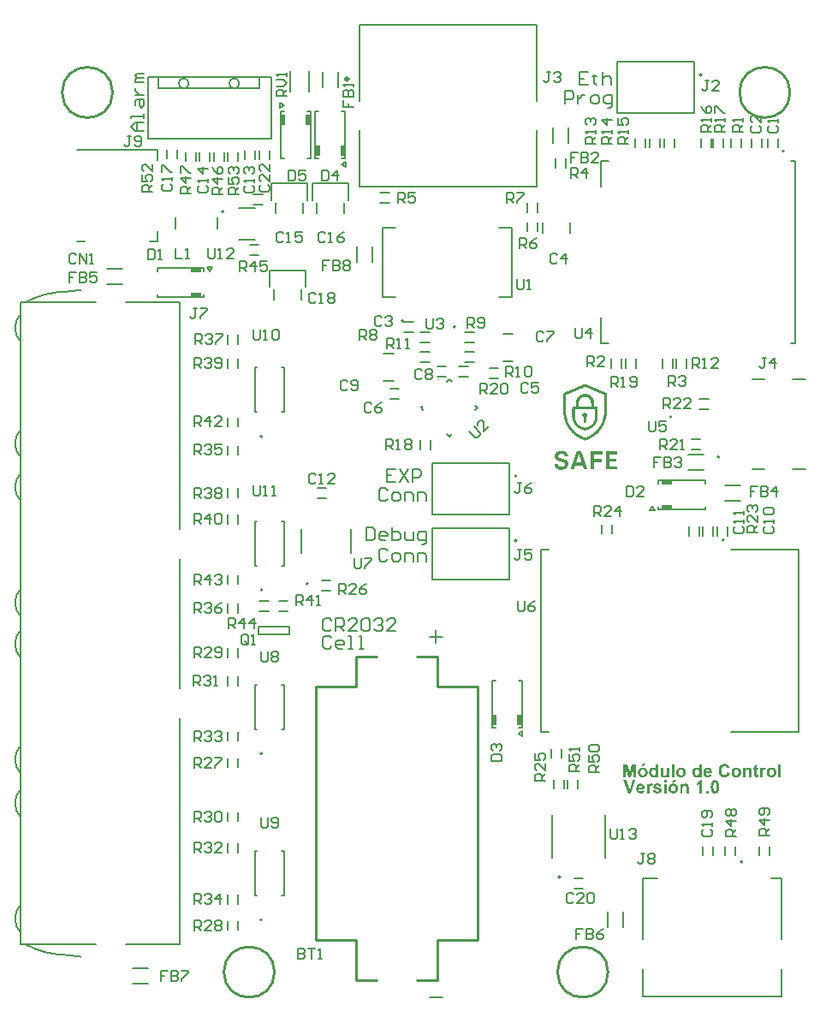
<source format=gto>
G04*
G04 #@! TF.GenerationSoftware,Altium Limited,Altium Designer,25.4.2 (15)*
G04*
G04 Layer_Color=65535*
%FSLAX44Y44*%
%MOMM*%
G71*
G04*
G04 #@! TF.SameCoordinates,CF2555CE-50F3-4C54-A6B1-1294104F7050*
G04*
G04*
G04 #@! TF.FilePolarity,Positive*
G04*
G01*
G75*
%ADD10C,0.2000*%
%ADD11C,0.1270*%
%ADD12C,0.1000*%
%ADD13C,0.3000*%
%ADD14C,0.2540*%
%ADD15C,0.1524*%
%ADD16C,0.2032*%
%ADD17R,1.0160X0.5080*%
%ADD18R,0.5080X1.0160*%
G36*
X532923Y671460D02*
X533385D01*
Y671306D01*
X533693D01*
Y671152D01*
X534000D01*
Y670999D01*
X534462D01*
Y670845D01*
X534770D01*
Y670691D01*
X535077D01*
Y670537D01*
X535385D01*
Y670383D01*
X535846D01*
Y670229D01*
X536154D01*
Y670075D01*
X536462D01*
Y669922D01*
X536923D01*
Y669768D01*
X537231D01*
Y669614D01*
X537539D01*
Y669460D01*
X538000D01*
Y669306D01*
X538308D01*
Y669152D01*
X538615D01*
Y668998D01*
X538923D01*
Y668845D01*
X539385D01*
Y668691D01*
X539692D01*
Y668537D01*
X540000D01*
Y668383D01*
X540462D01*
Y668229D01*
X540769D01*
Y668075D01*
X541077D01*
Y667922D01*
X541385D01*
Y667768D01*
X541846D01*
Y667614D01*
X542154D01*
Y667460D01*
X542462D01*
Y667306D01*
X542769D01*
Y667152D01*
X543231D01*
Y666999D01*
X543538D01*
Y666845D01*
X543846D01*
Y666691D01*
X544308D01*
Y666537D01*
X544615D01*
Y666383D01*
X544923D01*
Y666229D01*
X545231D01*
Y666076D01*
X545692D01*
Y665922D01*
X546000D01*
Y665768D01*
X546307D01*
Y665614D01*
X546769D01*
Y665460D01*
X547077D01*
Y665306D01*
X547384D01*
Y665153D01*
X547692D01*
Y664999D01*
X548154D01*
Y664845D01*
X548461D01*
Y664691D01*
X548923D01*
Y664537D01*
X549230D01*
Y664383D01*
X549538D01*
Y664230D01*
X549846D01*
Y664076D01*
X550307D01*
Y663922D01*
X550615D01*
Y663768D01*
X550923D01*
Y663614D01*
X551384D01*
Y663460D01*
X551692D01*
Y663306D01*
X552000D01*
Y663153D01*
X552461D01*
Y662999D01*
X552769D01*
Y662845D01*
X553077D01*
Y662691D01*
X553230D01*
Y662537D01*
X553384D01*
Y662383D01*
X553538D01*
Y662076D01*
X553692D01*
Y661460D01*
X553846D01*
Y643307D01*
X553692D01*
Y641461D01*
X553538D01*
Y640230D01*
X553384D01*
Y639307D01*
X553230D01*
Y638538D01*
X553077D01*
Y637923D01*
X552923D01*
Y637308D01*
X552769D01*
Y636692D01*
X552615D01*
Y636231D01*
X552461D01*
Y635615D01*
X552307D01*
Y635154D01*
X552154D01*
Y634692D01*
X552000D01*
Y634384D01*
X551846D01*
Y633923D01*
X551692D01*
Y633461D01*
X551538D01*
Y633154D01*
X551384D01*
Y632846D01*
X551230D01*
Y632385D01*
X551077D01*
Y632077D01*
X550923D01*
Y631769D01*
X550769D01*
Y631461D01*
X550615D01*
Y631154D01*
X550461D01*
Y630846D01*
X550307D01*
Y630538D01*
X550154D01*
Y630231D01*
X550000D01*
Y629923D01*
X549846D01*
Y629616D01*
X549692D01*
Y629462D01*
X549538D01*
Y629154D01*
X549384D01*
Y628846D01*
X549230D01*
Y628692D01*
X549077D01*
Y628385D01*
X548923D01*
Y628077D01*
X548769D01*
Y627923D01*
X548615D01*
Y627616D01*
X548461D01*
Y627462D01*
X548307D01*
Y627154D01*
X548154D01*
Y627000D01*
X548000D01*
Y626693D01*
X547846D01*
Y626539D01*
X547692D01*
Y626385D01*
X547538D01*
Y626077D01*
X547384D01*
Y625923D01*
X547231D01*
Y625769D01*
X547077D01*
Y625616D01*
X546923D01*
Y625308D01*
X546769D01*
Y625154D01*
X546615D01*
Y625000D01*
X546461D01*
Y624846D01*
X546307D01*
Y624693D01*
X546154D01*
Y624539D01*
X546000D01*
Y624385D01*
X545846D01*
Y624077D01*
X545692D01*
Y623923D01*
X545538D01*
Y623769D01*
X545384D01*
Y623616D01*
X545231D01*
Y623462D01*
X545077D01*
Y623308D01*
X544923D01*
Y623154D01*
X544769D01*
Y623000D01*
X544461D01*
Y622846D01*
X544308D01*
Y622693D01*
X544154D01*
Y622539D01*
X544000D01*
Y622385D01*
X543846D01*
Y622231D01*
X543692D01*
Y622077D01*
X543538D01*
Y621923D01*
X543385D01*
Y621770D01*
X543231D01*
Y621616D01*
X542923D01*
Y621462D01*
X542769D01*
Y621308D01*
X542615D01*
Y621154D01*
X542462D01*
Y621000D01*
X542154D01*
Y620847D01*
X542000D01*
Y620693D01*
X541846D01*
Y620539D01*
X541539D01*
Y620385D01*
X541385D01*
Y620231D01*
X541077D01*
Y620077D01*
X540923D01*
Y619924D01*
X540615D01*
Y619770D01*
X540462D01*
Y619616D01*
X540308D01*
Y619462D01*
X540000D01*
Y619308D01*
X539692D01*
Y619154D01*
X539538D01*
Y619001D01*
X539231D01*
Y618847D01*
X538923D01*
Y618693D01*
X538769D01*
Y618539D01*
X538462D01*
Y618385D01*
X538154D01*
Y618231D01*
X537846D01*
Y618077D01*
X537692D01*
Y617924D01*
X537385D01*
Y617770D01*
X537077D01*
Y617616D01*
X536769D01*
Y617462D01*
X536462D01*
Y617308D01*
X536154D01*
Y617154D01*
X535846D01*
Y617001D01*
X535539D01*
Y616847D01*
X535231D01*
Y616693D01*
X534923D01*
Y616539D01*
X534616D01*
Y616385D01*
X534308D01*
Y616231D01*
X534000D01*
Y616077D01*
X533539D01*
Y615924D01*
X533077D01*
Y615770D01*
X531693D01*
Y615924D01*
X531231D01*
Y616077D01*
X530924D01*
Y616231D01*
X530462D01*
Y616385D01*
X530154D01*
Y616539D01*
X529847D01*
Y616693D01*
X529539D01*
Y616847D01*
X529231D01*
Y617001D01*
X528924D01*
Y617154D01*
X528616D01*
Y617308D01*
X528308D01*
Y617462D01*
X528000D01*
Y617616D01*
X527693D01*
Y617770D01*
X527385D01*
Y617924D01*
X527077D01*
Y618077D01*
X526770D01*
Y618231D01*
X526616D01*
Y618385D01*
X526308D01*
Y618539D01*
X526001D01*
Y618693D01*
X525693D01*
Y618847D01*
X525539D01*
Y619001D01*
X525231D01*
Y619154D01*
X524924D01*
Y619308D01*
X524770D01*
Y619462D01*
X524462D01*
Y619616D01*
X524155D01*
Y619770D01*
X524001D01*
Y619924D01*
X523693D01*
Y620077D01*
X523539D01*
Y620231D01*
X523232D01*
Y620385D01*
X523078D01*
Y620539D01*
X522924D01*
Y620693D01*
X522616D01*
Y620847D01*
X522462D01*
Y621000D01*
X522309D01*
Y621154D01*
X522001D01*
Y621308D01*
X521847D01*
Y621462D01*
X521693D01*
Y621616D01*
X521539D01*
Y621770D01*
X521232D01*
Y621923D01*
X521078D01*
Y622077D01*
X520924D01*
Y622231D01*
X520770D01*
Y622385D01*
X520616D01*
Y622539D01*
X520462D01*
Y622693D01*
X520308D01*
Y622846D01*
X520155D01*
Y623000D01*
X519847D01*
Y623154D01*
X519693D01*
Y623308D01*
X519539D01*
Y623462D01*
X519385D01*
Y623616D01*
X519232D01*
Y623769D01*
X519078D01*
Y623923D01*
X518924D01*
Y624077D01*
X518770D01*
Y624385D01*
X518616D01*
Y624539D01*
X518462D01*
Y624693D01*
X518309D01*
Y624846D01*
X518155D01*
Y625000D01*
X518001D01*
Y625154D01*
X517847D01*
Y625308D01*
X517693D01*
Y625462D01*
X517539D01*
Y625769D01*
X517386D01*
Y625923D01*
X517232D01*
Y626077D01*
X517078D01*
Y626231D01*
X516924D01*
Y626539D01*
X516770D01*
Y626693D01*
X516616D01*
Y626846D01*
X516463D01*
Y627154D01*
X516309D01*
Y627308D01*
X516155D01*
Y627462D01*
X516001D01*
Y627769D01*
X515847D01*
Y627923D01*
X515693D01*
Y628231D01*
X515540D01*
Y628385D01*
X515386D01*
Y628692D01*
X515232D01*
Y628846D01*
X515078D01*
Y629154D01*
X514924D01*
Y629462D01*
X514770D01*
Y629769D01*
X514616D01*
Y629923D01*
X514463D01*
Y630231D01*
X514309D01*
Y630538D01*
X514155D01*
Y630846D01*
X514001D01*
Y631154D01*
X513847D01*
Y631461D01*
X513693D01*
Y631769D01*
X513540D01*
Y632077D01*
X513386D01*
Y632385D01*
X513232D01*
Y632692D01*
X513078D01*
Y633154D01*
X512924D01*
Y633461D01*
X512770D01*
Y633769D01*
X512617D01*
Y634231D01*
X512463D01*
Y634692D01*
X512309D01*
Y635154D01*
X512155D01*
Y635615D01*
X512001D01*
Y636231D01*
X511847D01*
Y636692D01*
X511693D01*
Y637308D01*
X511540D01*
Y637923D01*
X511386D01*
Y638692D01*
X511232D01*
Y639615D01*
X511078D01*
Y640538D01*
X510924D01*
Y642384D01*
X510770D01*
Y660845D01*
X510924D01*
Y662076D01*
X511078D01*
Y662383D01*
X511232D01*
Y662537D01*
X511386D01*
Y662691D01*
X511540D01*
Y662845D01*
X511847D01*
Y662999D01*
X512155D01*
Y663153D01*
X512463D01*
Y663306D01*
X512924D01*
Y663460D01*
X513232D01*
Y663614D01*
X513693D01*
Y663768D01*
X514001D01*
Y663922D01*
X514309D01*
Y664076D01*
X514770D01*
Y664230D01*
X515078D01*
Y664383D01*
X515386D01*
Y664537D01*
X515693D01*
Y664691D01*
X516155D01*
Y664845D01*
X516463D01*
Y664999D01*
X516770D01*
Y665153D01*
X517232D01*
Y665306D01*
X517539D01*
Y665460D01*
X517847D01*
Y665614D01*
X518309D01*
Y665768D01*
X518616D01*
Y665922D01*
X518924D01*
Y666076D01*
X519232D01*
Y666229D01*
X519693D01*
Y666383D01*
X520001D01*
Y666537D01*
X520462D01*
Y666691D01*
X520770D01*
Y666845D01*
X521078D01*
Y666999D01*
X521385D01*
Y667152D01*
X521847D01*
Y667306D01*
X522155D01*
Y667460D01*
X522462D01*
Y667614D01*
X522924D01*
Y667768D01*
X523232D01*
Y667922D01*
X523539D01*
Y668075D01*
X523847D01*
Y668229D01*
X524308D01*
Y668383D01*
X524616D01*
Y668537D01*
X525078D01*
Y668691D01*
X525385D01*
Y668845D01*
X525693D01*
Y668998D01*
X526001D01*
Y669152D01*
X526462D01*
Y669306D01*
X526770D01*
Y669460D01*
X527077D01*
Y669614D01*
X527539D01*
Y669768D01*
X527847D01*
Y669922D01*
X528154D01*
Y670075D01*
X528616D01*
Y670229D01*
X528924D01*
Y670383D01*
X529231D01*
Y670537D01*
X529693D01*
Y670691D01*
X530000D01*
Y670845D01*
X530308D01*
Y670999D01*
X530770D01*
Y671152D01*
X531077D01*
Y671306D01*
X531385D01*
Y671460D01*
X531847D01*
Y671614D01*
X532923D01*
Y671460D01*
D02*
G37*
G36*
X509435Y605406D02*
X510563D01*
Y605265D01*
X511128D01*
Y605123D01*
X511551D01*
Y604982D01*
X511974D01*
Y604841D01*
X512398D01*
Y604700D01*
X512680D01*
Y604559D01*
X512821D01*
Y604418D01*
X513103D01*
Y604277D01*
X513245D01*
Y604136D01*
X513386D01*
Y603994D01*
X513668D01*
Y603853D01*
X513809D01*
Y603712D01*
X513950D01*
Y603571D01*
X514091D01*
Y603430D01*
X514232D01*
Y603289D01*
X514373D01*
Y603007D01*
X514515D01*
Y602866D01*
X514656D01*
Y602583D01*
X514797D01*
Y602301D01*
X514938D01*
Y602019D01*
X515079D01*
Y601596D01*
X515220D01*
Y601031D01*
X515361D01*
Y600326D01*
X514797D01*
Y600185D01*
X512398D01*
Y600326D01*
X512116D01*
Y600467D01*
X511974D01*
Y600749D01*
X511833D01*
Y601031D01*
X511692D01*
Y601313D01*
X511551D01*
Y601455D01*
X511410D01*
Y601596D01*
X511269D01*
Y601737D01*
X511128D01*
Y601878D01*
X510846D01*
Y602019D01*
X510563D01*
Y602160D01*
X510281D01*
Y602301D01*
X509858D01*
Y602442D01*
X508729D01*
Y602583D01*
X508447D01*
Y602442D01*
X507600D01*
Y602301D01*
X507177D01*
Y602160D01*
X506894D01*
Y602019D01*
X506753D01*
Y601878D01*
X506471D01*
Y601737D01*
X506330D01*
Y601596D01*
X506189D01*
Y601455D01*
X506048D01*
Y601172D01*
X505907D01*
Y600749D01*
X505766D01*
Y599620D01*
X505907D01*
Y599338D01*
X506048D01*
Y599197D01*
X506189D01*
Y599056D01*
X506330D01*
Y598914D01*
X506471D01*
Y598773D01*
X506753D01*
Y598632D01*
X507177D01*
Y598491D01*
X507459D01*
Y598350D01*
X508023D01*
Y598209D01*
X508447D01*
Y598068D01*
X509011D01*
Y597927D01*
X509435D01*
Y597786D01*
X509858D01*
Y597645D01*
X510422D01*
Y597503D01*
X510987D01*
Y597362D01*
X511410D01*
Y597221D01*
X511833D01*
Y597080D01*
X512257D01*
Y596939D01*
X512539D01*
Y596798D01*
X512962D01*
Y596657D01*
X513245D01*
Y596516D01*
X513527D01*
Y596375D01*
X513668D01*
Y596233D01*
X513950D01*
Y596092D01*
X514091D01*
Y595951D01*
X514232D01*
Y595810D01*
X514373D01*
Y595669D01*
X514515D01*
Y595528D01*
X514656D01*
Y595387D01*
X514797D01*
Y595104D01*
X514938D01*
Y594822D01*
X515079D01*
Y594540D01*
X515220D01*
Y594258D01*
X515361D01*
Y593693D01*
X515502D01*
Y591295D01*
X515361D01*
Y590589D01*
X515220D01*
Y590307D01*
X515079D01*
Y590024D01*
X514938D01*
Y589742D01*
X514797D01*
Y589460D01*
X514656D01*
Y589319D01*
X514515D01*
Y589037D01*
X514373D01*
Y588896D01*
X514232D01*
Y588755D01*
X514091D01*
Y588613D01*
X513950D01*
Y588472D01*
X513809D01*
Y588331D01*
X513527D01*
Y588190D01*
X513386D01*
Y588049D01*
X513245D01*
Y587908D01*
X512962D01*
Y587767D01*
X512821D01*
Y587626D01*
X512398D01*
Y587485D01*
X512116D01*
Y587343D01*
X511833D01*
Y587202D01*
X511410D01*
Y587061D01*
X510846D01*
Y586920D01*
X510140D01*
Y586779D01*
X507318D01*
Y586920D01*
X506612D01*
Y587061D01*
X506048D01*
Y587202D01*
X505625D01*
Y587343D01*
X505201D01*
Y587485D01*
X504919D01*
Y587626D01*
X504637D01*
Y587767D01*
X504355D01*
Y587908D01*
X504213D01*
Y588049D01*
X503931D01*
Y588190D01*
X503790D01*
Y588331D01*
X503649D01*
Y588472D01*
X503508D01*
Y588613D01*
X503367D01*
Y588755D01*
X503226D01*
Y588896D01*
X503084D01*
Y589037D01*
X502943D01*
Y589319D01*
X502802D01*
Y589601D01*
X502661D01*
Y589742D01*
X502520D01*
Y590166D01*
X502379D01*
Y590448D01*
X502238D01*
Y590871D01*
X502097D01*
Y591436D01*
X501956D01*
Y592282D01*
X502238D01*
Y592423D01*
X505060D01*
Y592141D01*
X505201D01*
Y591718D01*
X505342D01*
Y591295D01*
X505483D01*
Y591153D01*
X505625D01*
Y591012D01*
X505766D01*
Y590871D01*
X505907D01*
Y590730D01*
X506048D01*
Y590589D01*
X506189D01*
Y590448D01*
X506330D01*
Y590307D01*
X506612D01*
Y590166D01*
X506894D01*
Y590024D01*
X507177D01*
Y589883D01*
X507741D01*
Y589742D01*
X509999D01*
Y589883D01*
X510422D01*
Y590024D01*
X510704D01*
Y590166D01*
X510987D01*
Y590307D01*
X511128D01*
Y590448D01*
X511410D01*
Y590589D01*
X511551D01*
Y590871D01*
X511692D01*
Y591012D01*
X511833D01*
Y591153D01*
X511974D01*
Y591577D01*
X512116D01*
Y592847D01*
X511974D01*
Y593270D01*
X511833D01*
Y593411D01*
X511692D01*
Y593552D01*
X511551D01*
Y593693D01*
X511269D01*
Y593834D01*
X510987D01*
Y593976D01*
X510563D01*
Y594117D01*
X510140D01*
Y594258D01*
X509717D01*
Y594399D01*
X509293D01*
Y594540D01*
X508870D01*
Y594681D01*
X508306D01*
Y594822D01*
X507882D01*
Y594963D01*
X507459D01*
Y595104D01*
X507036D01*
Y595246D01*
X506612D01*
Y595387D01*
X506189D01*
Y595528D01*
X505766D01*
Y595669D01*
X505483D01*
Y595810D01*
X505060D01*
Y595951D01*
X504778D01*
Y596092D01*
X504637D01*
Y596233D01*
X504355D01*
Y596375D01*
X504072D01*
Y596516D01*
X503931D01*
Y596657D01*
X503790D01*
Y596798D01*
X503649D01*
Y596939D01*
X503508D01*
Y597080D01*
X503367D01*
Y597221D01*
X503226D01*
Y597362D01*
X503084D01*
Y597645D01*
X502943D01*
Y597786D01*
X502802D01*
Y598209D01*
X502661D01*
Y598491D01*
X502520D01*
Y599056D01*
X502379D01*
Y601455D01*
X502520D01*
Y601878D01*
X502661D01*
Y602301D01*
X502802D01*
Y602583D01*
X502943D01*
Y602866D01*
X503084D01*
Y603007D01*
X503226D01*
Y603289D01*
X503367D01*
Y603430D01*
X503508D01*
Y603571D01*
X503649D01*
Y603712D01*
X503790D01*
Y603853D01*
X503931D01*
Y603994D01*
X504213D01*
Y604136D01*
X504355D01*
Y604277D01*
X504496D01*
Y604418D01*
X504778D01*
Y604559D01*
X505060D01*
Y604700D01*
X505342D01*
Y604841D01*
X505625D01*
Y604982D01*
X506048D01*
Y605123D01*
X506471D01*
Y605265D01*
X507036D01*
Y605406D01*
X508306D01*
Y605547D01*
X509435D01*
Y605406D01*
D02*
G37*
G36*
X564186Y604841D02*
X564327D01*
Y602019D01*
X556142D01*
Y601878D01*
X556001D01*
Y597786D01*
X556142D01*
Y597645D01*
X563480D01*
Y594822D01*
X563339D01*
Y594681D01*
X556001D01*
Y590166D01*
X556142D01*
Y590024D01*
X556566D01*
Y589883D01*
X557412D01*
Y590024D01*
X557977D01*
Y589883D01*
X558541D01*
Y590024D01*
X558823D01*
Y589883D01*
X560234D01*
Y590024D01*
X561222D01*
Y589883D01*
X561505D01*
Y590024D01*
X562069D01*
Y589883D01*
X562210D01*
Y590024D01*
X564186D01*
Y589883D01*
X564327D01*
Y587061D01*
X552756D01*
Y604982D01*
X564186D01*
Y604841D01*
D02*
G37*
G36*
X549510Y602019D02*
X541326D01*
Y601878D01*
X541185D01*
Y597645D01*
X541467D01*
Y597503D01*
X548663D01*
Y597362D01*
X548805D01*
Y594681D01*
X548663D01*
Y594540D01*
X541185D01*
Y587061D01*
X537939D01*
Y591859D01*
Y592000D01*
Y604982D01*
X549510D01*
Y602019D01*
D02*
G37*
G36*
X528343Y604982D02*
X528484D01*
Y604700D01*
X528626D01*
Y604277D01*
X528767D01*
Y603853D01*
X528908D01*
Y603430D01*
X529049D01*
Y603007D01*
X529190D01*
Y602583D01*
X529331D01*
Y602160D01*
X529472D01*
Y601737D01*
X529613D01*
Y601455D01*
X529754D01*
Y601031D01*
X529896D01*
Y600608D01*
X530037D01*
Y600185D01*
X530178D01*
Y599761D01*
X530319D01*
Y599338D01*
X530460D01*
Y598914D01*
X530601D01*
Y598491D01*
X530742D01*
Y598068D01*
X530883D01*
Y597645D01*
X531025D01*
Y597362D01*
X531166D01*
Y596939D01*
X531307D01*
Y596516D01*
X531448D01*
Y596092D01*
X531589D01*
Y595669D01*
X531730D01*
Y595246D01*
X531871D01*
Y594822D01*
X532012D01*
Y594399D01*
X532153D01*
Y593976D01*
X532295D01*
Y593552D01*
X532436D01*
Y593129D01*
X532577D01*
Y592847D01*
X532718D01*
Y592423D01*
X532859D01*
Y592000D01*
X533000D01*
Y591577D01*
X533141D01*
Y591153D01*
X533282D01*
Y590730D01*
X533423D01*
Y590307D01*
X533564D01*
Y589883D01*
X533706D01*
Y589601D01*
X533847D01*
Y589178D01*
X533988D01*
Y588755D01*
X534129D01*
Y588331D01*
X534270D01*
Y587908D01*
X534411D01*
Y587485D01*
X534552D01*
Y587061D01*
X531025D01*
Y587485D01*
X530883D01*
Y587908D01*
X530742D01*
Y588331D01*
X530601D01*
Y588896D01*
X530460D01*
Y589319D01*
X530319D01*
Y589742D01*
X530178D01*
Y590166D01*
X530037D01*
Y590589D01*
X529896D01*
Y591012D01*
X529754D01*
Y591153D01*
X522417D01*
Y590730D01*
X522276D01*
Y590307D01*
X522135D01*
Y589883D01*
X521993D01*
Y589460D01*
X521852D01*
Y589037D01*
X521711D01*
Y588613D01*
X521570D01*
Y588190D01*
X521429D01*
Y587767D01*
X521288D01*
Y587343D01*
X521147D01*
Y587061D01*
X517901D01*
Y587202D01*
X517760D01*
Y587485D01*
X517901D01*
Y587767D01*
X518042D01*
Y588190D01*
X518183D01*
Y588613D01*
X518325D01*
Y589037D01*
X518466D01*
Y589460D01*
X518607D01*
Y589883D01*
X518748D01*
Y590166D01*
X518889D01*
Y590589D01*
X519030D01*
Y591012D01*
X519171D01*
Y591436D01*
X519312D01*
Y591859D01*
X519453D01*
Y592141D01*
X519594D01*
Y592565D01*
X519736D01*
Y592988D01*
X519877D01*
Y593411D01*
X520018D01*
Y593834D01*
X520159D01*
Y594258D01*
X520300D01*
Y594540D01*
X520441D01*
Y594963D01*
X520582D01*
Y595387D01*
X520723D01*
Y595810D01*
X520864D01*
Y596233D01*
X521006D01*
Y596516D01*
X521147D01*
Y596939D01*
X521288D01*
Y597362D01*
X521429D01*
Y597786D01*
X521570D01*
Y598209D01*
X521711D01*
Y598632D01*
X521852D01*
Y598914D01*
X521993D01*
Y599338D01*
X522135D01*
Y599761D01*
X522276D01*
Y600185D01*
X522417D01*
Y600608D01*
X522558D01*
Y600890D01*
X522699D01*
Y601313D01*
X522840D01*
Y601737D01*
X522981D01*
Y602160D01*
X523122D01*
Y602583D01*
X523263D01*
Y602866D01*
X523405D01*
Y603289D01*
X523546D01*
Y603712D01*
X523687D01*
Y604136D01*
X523828D01*
Y604559D01*
X523969D01*
Y604841D01*
X524110D01*
Y605123D01*
X528343D01*
Y604982D01*
D02*
G37*
G36*
X589821Y293334D02*
X588284D01*
X589506Y295945D01*
X592246D01*
X589821Y293334D01*
D02*
G37*
G36*
X670720Y295871D02*
X670923Y295853D01*
X671145Y295816D01*
X671405Y295779D01*
X671683Y295723D01*
X671979Y295649D01*
X672293Y295556D01*
X672608Y295445D01*
X672942Y295297D01*
X673256Y295149D01*
X673553Y294964D01*
X673867Y294741D01*
X674145Y294501D01*
X674164D01*
X674182Y294464D01*
X674238Y294408D01*
X674293Y294353D01*
X674367Y294260D01*
X674441Y294149D01*
X674645Y293890D01*
X674849Y293556D01*
X675071Y293149D01*
X675275Y292686D01*
X675460Y292149D01*
X672905Y291538D01*
Y291557D01*
X672886Y291575D01*
Y291631D01*
X672849Y291705D01*
X672793Y291871D01*
X672701Y292094D01*
X672571Y292353D01*
X672405Y292612D01*
X672182Y292871D01*
X671942Y293094D01*
X671905Y293112D01*
X671812Y293186D01*
X671664Y293279D01*
X671460Y293390D01*
X671201Y293501D01*
X670905Y293594D01*
X670572Y293668D01*
X670201Y293686D01*
X670071D01*
X669960Y293668D01*
X669849Y293649D01*
X669701Y293631D01*
X669386Y293556D01*
X669016Y293427D01*
X668627Y293242D01*
X668423Y293131D01*
X668238Y293001D01*
X668053Y292834D01*
X667887Y292649D01*
Y292631D01*
X667850Y292594D01*
X667812Y292538D01*
X667757Y292446D01*
X667683Y292334D01*
X667609Y292205D01*
X667535Y292038D01*
X667461Y291853D01*
X667368Y291631D01*
X667294Y291390D01*
X667220Y291112D01*
X667146Y290816D01*
X667090Y290483D01*
X667053Y290131D01*
X667035Y289742D01*
X667016Y289316D01*
Y289298D01*
Y289205D01*
Y289076D01*
X667035Y288927D01*
Y288724D01*
X667072Y288483D01*
X667090Y288242D01*
X667127Y287964D01*
X667238Y287390D01*
X667387Y286816D01*
X667479Y286539D01*
X667609Y286280D01*
X667738Y286039D01*
X667887Y285835D01*
X667905Y285816D01*
X667924Y285798D01*
X667979Y285742D01*
X668053Y285668D01*
X668238Y285520D01*
X668498Y285335D01*
X668812Y285131D01*
X669201Y284983D01*
X669646Y284854D01*
X669886Y284835D01*
X670146Y284817D01*
X670238D01*
X670312Y284835D01*
X670516Y284854D01*
X670757Y284891D01*
X671016Y284983D01*
X671312Y285094D01*
X671608Y285243D01*
X671905Y285465D01*
X671942Y285502D01*
X672034Y285594D01*
X672164Y285742D01*
X672312Y285965D01*
X672497Y286261D01*
X672664Y286613D01*
X672831Y287039D01*
X672979Y287539D01*
X675497Y286761D01*
Y286742D01*
X675478Y286668D01*
X675441Y286557D01*
X675386Y286409D01*
X675312Y286242D01*
X675238Y286039D01*
X675145Y285816D01*
X675034Y285576D01*
X674775Y285076D01*
X674441Y284557D01*
X674034Y284058D01*
X673812Y283835D01*
X673571Y283632D01*
X673553Y283613D01*
X673516Y283595D01*
X673441Y283539D01*
X673330Y283465D01*
X673201Y283391D01*
X673034Y283317D01*
X672849Y283224D01*
X672645Y283132D01*
X672405Y283020D01*
X672145Y282928D01*
X671868Y282854D01*
X671571Y282780D01*
X671257Y282706D01*
X670905Y282650D01*
X670553Y282632D01*
X670164Y282613D01*
X670053D01*
X669923Y282632D01*
X669738Y282650D01*
X669535Y282669D01*
X669275Y282706D01*
X668997Y282761D01*
X668683Y282835D01*
X668368Y282928D01*
X668035Y283039D01*
X667683Y283187D01*
X667331Y283354D01*
X666979Y283539D01*
X666627Y283780D01*
X666294Y284039D01*
X665979Y284354D01*
X665961Y284372D01*
X665905Y284428D01*
X665831Y284539D01*
X665720Y284669D01*
X665609Y284854D01*
X665461Y285057D01*
X665313Y285317D01*
X665165Y285613D01*
X665016Y285928D01*
X664868Y286280D01*
X664720Y286687D01*
X664609Y287113D01*
X664498Y287557D01*
X664424Y288057D01*
X664368Y288575D01*
X664350Y289131D01*
Y289149D01*
Y289168D01*
Y289279D01*
X664368Y289446D01*
Y289668D01*
X664405Y289927D01*
X664443Y290242D01*
X664480Y290575D01*
X664554Y290964D01*
X664646Y291353D01*
X664757Y291760D01*
X664887Y292168D01*
X665053Y292594D01*
X665239Y293001D01*
X665461Y293390D01*
X665702Y293760D01*
X665998Y294112D01*
X666016Y294130D01*
X666072Y294186D01*
X666164Y294279D01*
X666294Y294390D01*
X666461Y294519D01*
X666665Y294667D01*
X666887Y294834D01*
X667164Y295001D01*
X667461Y295167D01*
X667775Y295334D01*
X668146Y295482D01*
X668516Y295612D01*
X668942Y295723D01*
X669368Y295816D01*
X669849Y295871D01*
X670331Y295890D01*
X670553D01*
X670720Y295871D01*
D02*
G37*
G36*
X647426Y282835D02*
X645148D01*
Y284187D01*
X645130Y284150D01*
X645056Y284058D01*
X644926Y283909D01*
X644759Y283743D01*
X644574Y283557D01*
X644333Y283354D01*
X644074Y283169D01*
X643796Y283002D01*
X643759Y282983D01*
X643667Y282946D01*
X643500Y282891D01*
X643315Y282817D01*
X643074Y282743D01*
X642797Y282687D01*
X642519Y282650D01*
X642223Y282632D01*
X642074D01*
X641963Y282650D01*
X641815Y282669D01*
X641667Y282706D01*
X641482Y282743D01*
X641278Y282798D01*
X641075Y282854D01*
X640852Y282946D01*
X640630Y283039D01*
X640389Y283169D01*
X640167Y283317D01*
X639926Y283484D01*
X639704Y283687D01*
X639482Y283909D01*
X639464Y283928D01*
X639426Y283965D01*
X639371Y284039D01*
X639315Y284150D01*
X639223Y284280D01*
X639130Y284446D01*
X639019Y284632D01*
X638927Y284854D01*
X638815Y285094D01*
X638704Y285354D01*
X638612Y285650D01*
X638538Y285965D01*
X638464Y286317D01*
X638408Y286687D01*
X638371Y287076D01*
X638353Y287502D01*
Y287520D01*
Y287613D01*
Y287724D01*
X638371Y287890D01*
X638390Y288094D01*
X638408Y288316D01*
X638445Y288575D01*
X638482Y288835D01*
X638612Y289427D01*
X638704Y289724D01*
X638815Y290020D01*
X638945Y290316D01*
X639093Y290594D01*
X639260Y290853D01*
X639445Y291094D01*
X639464Y291112D01*
X639501Y291149D01*
X639556Y291205D01*
X639649Y291297D01*
X639760Y291390D01*
X639889Y291483D01*
X640038Y291594D01*
X640223Y291723D01*
X640408Y291834D01*
X640630Y291945D01*
X641093Y292149D01*
X641371Y292223D01*
X641648Y292279D01*
X641945Y292316D01*
X642260Y292334D01*
X642408D01*
X642519Y292316D01*
X642648Y292297D01*
X642815Y292260D01*
X642982Y292223D01*
X643185Y292168D01*
X643389Y292112D01*
X643611Y292020D01*
X643833Y291908D01*
X644056Y291797D01*
X644296Y291631D01*
X644519Y291464D01*
X644741Y291260D01*
X644963Y291038D01*
Y295649D01*
X647426D01*
Y282835D01*
D02*
G37*
G36*
X604634D02*
X602356D01*
Y284187D01*
X602338Y284150D01*
X602264Y284058D01*
X602134Y283909D01*
X601968Y283743D01*
X601782Y283557D01*
X601542Y283354D01*
X601282Y283169D01*
X601005Y283002D01*
X600968Y282983D01*
X600875Y282946D01*
X600708Y282891D01*
X600523Y282817D01*
X600282Y282743D01*
X600005Y282687D01*
X599727Y282650D01*
X599431Y282632D01*
X599282D01*
X599171Y282650D01*
X599023Y282669D01*
X598875Y282706D01*
X598690Y282743D01*
X598486Y282798D01*
X598283Y282854D01*
X598060Y282946D01*
X597838Y283039D01*
X597598Y283169D01*
X597375Y283317D01*
X597135Y283484D01*
X596912Y283687D01*
X596690Y283909D01*
X596672Y283928D01*
X596635Y283965D01*
X596579Y284039D01*
X596524Y284150D01*
X596431Y284280D01*
X596338Y284446D01*
X596227Y284632D01*
X596135Y284854D01*
X596024Y285094D01*
X595913Y285354D01*
X595820Y285650D01*
X595746Y285965D01*
X595672Y286317D01*
X595616Y286687D01*
X595579Y287076D01*
X595561Y287502D01*
Y287520D01*
Y287613D01*
Y287724D01*
X595579Y287890D01*
X595598Y288094D01*
X595616Y288316D01*
X595653Y288575D01*
X595690Y288835D01*
X595820Y289427D01*
X595913Y289724D01*
X596024Y290020D01*
X596153Y290316D01*
X596301Y290594D01*
X596468Y290853D01*
X596653Y291094D01*
X596672Y291112D01*
X596709Y291149D01*
X596764Y291205D01*
X596857Y291297D01*
X596968Y291390D01*
X597098Y291483D01*
X597246Y291594D01*
X597431Y291723D01*
X597616Y291834D01*
X597838Y291945D01*
X598301Y292149D01*
X598579Y292223D01*
X598857Y292279D01*
X599153Y292316D01*
X599468Y292334D01*
X599616D01*
X599727Y292316D01*
X599857Y292297D01*
X600023Y292260D01*
X600190Y292223D01*
X600393Y292168D01*
X600597Y292112D01*
X600819Y292020D01*
X601042Y291908D01*
X601264Y291797D01*
X601505Y291631D01*
X601727Y291464D01*
X601949Y291260D01*
X602171Y291038D01*
Y295649D01*
X604634D01*
Y282835D01*
D02*
G37*
G36*
X710141Y292316D02*
X710345Y292279D01*
X710604Y292223D01*
X710882Y292131D01*
X711160Y292020D01*
X711456Y291853D01*
X710678Y289724D01*
X710660Y289742D01*
X710567Y289779D01*
X710456Y289853D01*
X710308Y289927D01*
X710123Y290001D01*
X709938Y290075D01*
X709734Y290112D01*
X709530Y290131D01*
X709456D01*
X709345Y290112D01*
X709234Y290094D01*
X709105Y290057D01*
X708956Y290001D01*
X708808Y289927D01*
X708660Y289835D01*
X708642Y289816D01*
X708605Y289779D01*
X708531Y289705D01*
X708456Y289594D01*
X708364Y289464D01*
X708271Y289279D01*
X708179Y289057D01*
X708105Y288798D01*
Y288761D01*
X708086Y288705D01*
X708068Y288650D01*
Y288557D01*
X708049Y288446D01*
X708030Y288298D01*
X708012Y288131D01*
X707993Y287946D01*
X707975Y287705D01*
X707956Y287465D01*
Y287168D01*
X707938Y286854D01*
X707919Y286502D01*
Y286113D01*
Y285687D01*
Y282835D01*
X705457D01*
Y292131D01*
X707734D01*
Y290816D01*
X707753Y290835D01*
X707827Y290946D01*
X707938Y291112D01*
X708086Y291316D01*
X708234Y291520D01*
X708419Y291723D01*
X708586Y291908D01*
X708771Y292038D01*
X708790Y292057D01*
X708845Y292094D01*
X708956Y292131D01*
X709086Y292186D01*
X709234Y292242D01*
X709419Y292297D01*
X709604Y292316D01*
X709827Y292334D01*
X709975D01*
X710141Y292316D01*
D02*
G37*
G36*
X694254D02*
X694458Y292297D01*
X694680Y292260D01*
X694921Y292205D01*
X695180Y292131D01*
X695439Y292038D01*
X695476Y292020D01*
X695550Y291983D01*
X695680Y291927D01*
X695828Y291834D01*
X695995Y291723D01*
X696161Y291594D01*
X696328Y291446D01*
X696476Y291279D01*
X696495Y291260D01*
X696532Y291205D01*
X696587Y291112D01*
X696661Y290983D01*
X696754Y290835D01*
X696828Y290649D01*
X696902Y290464D01*
X696958Y290242D01*
Y290224D01*
X696976Y290131D01*
X697013Y290001D01*
X697032Y289816D01*
X697069Y289594D01*
X697087Y289298D01*
X697106Y288983D01*
Y288594D01*
Y282835D01*
X694643D01*
Y287557D01*
Y287576D01*
Y287631D01*
Y287705D01*
Y287798D01*
Y287927D01*
Y288057D01*
X694624Y288372D01*
X694606Y288687D01*
X694569Y289020D01*
X694532Y289298D01*
X694513Y289409D01*
X694476Y289501D01*
Y289520D01*
X694439Y289575D01*
X694402Y289650D01*
X694347Y289761D01*
X694180Y289983D01*
X694088Y290094D01*
X693958Y290187D01*
X693939Y290205D01*
X693902Y290224D01*
X693828Y290261D01*
X693717Y290316D01*
X693588Y290372D01*
X693458Y290409D01*
X693291Y290427D01*
X693106Y290446D01*
X692995D01*
X692884Y290427D01*
X692736Y290409D01*
X692551Y290353D01*
X692365Y290298D01*
X692162Y290205D01*
X691958Y290094D01*
X691940Y290075D01*
X691884Y290038D01*
X691792Y289946D01*
X691680Y289853D01*
X691569Y289705D01*
X691458Y289557D01*
X691347Y289353D01*
X691273Y289149D01*
Y289131D01*
X691236Y289038D01*
X691217Y288890D01*
X691180Y288668D01*
X691162Y288538D01*
X691143Y288372D01*
X691125Y288205D01*
Y288001D01*
X691106Y287798D01*
X691088Y287557D01*
Y287298D01*
Y287020D01*
Y282835D01*
X688625D01*
Y292131D01*
X690903D01*
Y290760D01*
X690921Y290779D01*
X690958Y290835D01*
X691032Y290909D01*
X691125Y291001D01*
X691236Y291131D01*
X691384Y291260D01*
X691551Y291409D01*
X691736Y291557D01*
X691940Y291686D01*
X692180Y291834D01*
X692421Y291964D01*
X692699Y292094D01*
X692995Y292186D01*
X693291Y292260D01*
X693625Y292316D01*
X693958Y292334D01*
X694088D01*
X694254Y292316D01*
D02*
G37*
G36*
X582562Y282835D02*
X580173D01*
X580155Y292908D01*
X577637Y282835D01*
X575137D01*
X572619Y292908D01*
Y282835D01*
X570230D01*
Y295649D01*
X574100D01*
X576396Y286891D01*
X578674Y295649D01*
X582562D01*
Y282835D01*
D02*
G37*
G36*
X615466D02*
X613189D01*
Y284224D01*
X613170Y284187D01*
X613096Y284095D01*
X612985Y283965D01*
X612818Y283798D01*
X612633Y283595D01*
X612392Y283409D01*
X612133Y283206D01*
X611837Y283039D01*
X611800Y283020D01*
X611689Y282983D01*
X611522Y282909D01*
X611300Y282835D01*
X611041Y282761D01*
X610744Y282687D01*
X610429Y282650D01*
X610096Y282632D01*
X609930D01*
X609763Y282650D01*
X609541Y282687D01*
X609263Y282724D01*
X608985Y282798D01*
X608689Y282909D01*
X608411Y283039D01*
X608374Y283058D01*
X608300Y283113D01*
X608152Y283206D01*
X608004Y283335D01*
X607819Y283502D01*
X607652Y283687D01*
X607485Y283928D01*
X607337Y284187D01*
X607319Y284224D01*
X607282Y284317D01*
X607226Y284483D01*
X607171Y284724D01*
X607115Y285020D01*
X607060Y285372D01*
X607023Y285779D01*
X607004Y286242D01*
Y292131D01*
X609467D01*
Y287853D01*
Y287835D01*
Y287761D01*
Y287668D01*
Y287539D01*
Y287390D01*
Y287224D01*
X609485Y286835D01*
X609504Y286409D01*
X609522Y286020D01*
X609541Y285854D01*
X609559Y285687D01*
X609578Y285557D01*
X609596Y285465D01*
Y285446D01*
X609615Y285391D01*
X609652Y285317D01*
X609707Y285205D01*
X609763Y285094D01*
X609855Y284983D01*
X609948Y284872D01*
X610078Y284761D01*
X610096Y284743D01*
X610152Y284724D01*
X610226Y284687D01*
X610337Y284650D01*
X610467Y284594D01*
X610633Y284557D01*
X610800Y284539D01*
X611004Y284520D01*
X611115D01*
X611226Y284539D01*
X611374Y284557D01*
X611559Y284594D01*
X611744Y284669D01*
X611948Y284743D01*
X612133Y284854D01*
X612152Y284872D01*
X612207Y284909D01*
X612300Y284983D01*
X612411Y285094D01*
X612522Y285224D01*
X612633Y285354D01*
X612744Y285520D01*
X612818Y285705D01*
Y285724D01*
X612855Y285816D01*
Y285891D01*
X612874Y285983D01*
X612892Y286076D01*
X612911Y286205D01*
X612929Y286372D01*
X612948Y286539D01*
X612966Y286742D01*
Y286983D01*
X612985Y287242D01*
X613003Y287539D01*
Y287853D01*
Y288205D01*
Y292131D01*
X615466D01*
Y282835D01*
D02*
G37*
G36*
X725918D02*
X723455D01*
Y295649D01*
X725918D01*
Y282835D01*
D02*
G37*
G36*
X620447D02*
X617984D01*
Y295649D01*
X620447D01*
Y282835D01*
D02*
G37*
G36*
X717085Y292316D02*
X717270Y292297D01*
X717474Y292260D01*
X717715Y292223D01*
X717955Y292168D01*
X718233Y292094D01*
X718511Y292001D01*
X718789Y291890D01*
X719085Y291760D01*
X719381Y291594D01*
X719659Y291409D01*
X719937Y291205D01*
X720196Y290964D01*
X720214Y290946D01*
X720251Y290909D01*
X720326Y290816D01*
X720400Y290723D01*
X720511Y290575D01*
X720622Y290427D01*
X720751Y290224D01*
X720881Y290020D01*
X720992Y289779D01*
X721122Y289520D01*
X721233Y289224D01*
X721344Y288927D01*
X721418Y288594D01*
X721492Y288261D01*
X721529Y287890D01*
X721548Y287502D01*
Y287483D01*
Y287409D01*
Y287298D01*
X721529Y287150D01*
X721511Y286965D01*
X721474Y286761D01*
X721437Y286520D01*
X721381Y286280D01*
X721307Y286002D01*
X721214Y285724D01*
X721103Y285428D01*
X720974Y285131D01*
X720807Y284835D01*
X720622Y284557D01*
X720418Y284280D01*
X720177Y284002D01*
X720159Y283983D01*
X720122Y283946D01*
X720048Y283872D01*
X719937Y283780D01*
X719807Y283687D01*
X719640Y283576D01*
X719455Y283446D01*
X719252Y283317D01*
X719011Y283187D01*
X718752Y283058D01*
X718474Y282946D01*
X718159Y282854D01*
X717844Y282761D01*
X717493Y282687D01*
X717141Y282650D01*
X716752Y282632D01*
X716622D01*
X716530Y282650D01*
X716419D01*
X716289Y282669D01*
X715974Y282706D01*
X715585Y282780D01*
X715178Y282872D01*
X714752Y283020D01*
X714308Y283206D01*
X714289D01*
X714252Y283224D01*
X714197Y283261D01*
X714122Y283317D01*
X713919Y283446D01*
X713660Y283632D01*
X713382Y283872D01*
X713086Y284169D01*
X712808Y284502D01*
X712549Y284891D01*
Y284909D01*
X712530Y284946D01*
X712493Y285002D01*
X712456Y285094D01*
X712419Y285205D01*
X712363Y285335D01*
X712308Y285483D01*
X712252Y285650D01*
X712197Y285835D01*
X712141Y286039D01*
X712049Y286502D01*
X711975Y287039D01*
X711956Y287613D01*
Y287631D01*
Y287668D01*
Y287742D01*
X711975Y287816D01*
Y287927D01*
X711993Y288057D01*
X712030Y288372D01*
X712104Y288724D01*
X712215Y289112D01*
X712345Y289538D01*
X712549Y289964D01*
Y289983D01*
X712586Y290020D01*
X712604Y290075D01*
X712660Y290149D01*
X712808Y290353D01*
X712993Y290612D01*
X713234Y290890D01*
X713530Y291186D01*
X713863Y291464D01*
X714252Y291723D01*
X714271D01*
X714308Y291742D01*
X714363Y291779D01*
X714456Y291816D01*
X714548Y291871D01*
X714678Y291908D01*
X714826Y291964D01*
X714974Y292038D01*
X715345Y292149D01*
X715770Y292242D01*
X716233Y292316D01*
X716733Y292334D01*
X716937D01*
X717085Y292316D01*
D02*
G37*
G36*
X702179Y292131D02*
X703864D01*
Y290168D01*
X702179D01*
Y286409D01*
Y286391D01*
Y286353D01*
Y286298D01*
Y286224D01*
Y286039D01*
Y285816D01*
X702198Y285594D01*
Y285372D01*
Y285205D01*
X702216Y285131D01*
Y285094D01*
X702235Y285057D01*
X702272Y284983D01*
X702327Y284891D01*
X702439Y284780D01*
X702476Y284761D01*
X702550Y284724D01*
X702679Y284687D01*
X702846Y284669D01*
X702920D01*
X702994Y284687D01*
X703105Y284706D01*
X703253Y284724D01*
X703420Y284761D01*
X703624Y284817D01*
X703846Y284891D01*
X704068Y282983D01*
X704050D01*
X704031Y282965D01*
X703920Y282928D01*
X703735Y282872D01*
X703494Y282817D01*
X703216Y282743D01*
X702883Y282687D01*
X702513Y282650D01*
X702124Y282632D01*
X702013D01*
X701883Y282650D01*
X701716Y282669D01*
X701531Y282687D01*
X701328Y282724D01*
X701124Y282780D01*
X700920Y282854D01*
X700902Y282872D01*
X700828Y282891D01*
X700735Y282946D01*
X700624Y283002D01*
X700365Y283187D01*
X700235Y283298D01*
X700124Y283428D01*
X700105Y283446D01*
X700087Y283502D01*
X700050Y283576D01*
X699994Y283687D01*
X699939Y283817D01*
X699883Y283983D01*
X699828Y284169D01*
X699791Y284372D01*
Y284391D01*
X699772Y284465D01*
Y284576D01*
X699754Y284761D01*
X699735Y285002D01*
Y285298D01*
X699717Y285465D01*
Y285668D01*
Y285872D01*
Y286113D01*
Y290168D01*
X698587D01*
Y292131D01*
X699717D01*
Y293982D01*
X702179Y295427D01*
Y292131D01*
D02*
G37*
G36*
X682274Y292316D02*
X682459Y292297D01*
X682663Y292260D01*
X682904Y292223D01*
X683144Y292168D01*
X683422Y292094D01*
X683700Y292001D01*
X683978Y291890D01*
X684274Y291760D01*
X684570Y291594D01*
X684848Y291409D01*
X685126Y291205D01*
X685385Y290964D01*
X685403Y290946D01*
X685440Y290909D01*
X685514Y290816D01*
X685588Y290723D01*
X685699Y290575D01*
X685811Y290427D01*
X685940Y290224D01*
X686070Y290020D01*
X686181Y289779D01*
X686311Y289520D01*
X686422Y289224D01*
X686533Y288927D01*
X686607Y288594D01*
X686681Y288261D01*
X686718Y287890D01*
X686736Y287502D01*
Y287483D01*
Y287409D01*
Y287298D01*
X686718Y287150D01*
X686699Y286965D01*
X686662Y286761D01*
X686625Y286520D01*
X686570Y286280D01*
X686496Y286002D01*
X686403Y285724D01*
X686292Y285428D01*
X686162Y285131D01*
X685996Y284835D01*
X685811Y284557D01*
X685607Y284280D01*
X685366Y284002D01*
X685348Y283983D01*
X685311Y283946D01*
X685237Y283872D01*
X685126Y283780D01*
X684996Y283687D01*
X684829Y283576D01*
X684644Y283446D01*
X684440Y283317D01*
X684200Y283187D01*
X683940Y283058D01*
X683663Y282946D01*
X683348Y282854D01*
X683033Y282761D01*
X682681Y282687D01*
X682329Y282650D01*
X681941Y282632D01*
X681811D01*
X681718Y282650D01*
X681607D01*
X681478Y282669D01*
X681163Y282706D01*
X680774Y282780D01*
X680367Y282872D01*
X679941Y283020D01*
X679497Y283206D01*
X679478D01*
X679441Y283224D01*
X679385Y283261D01*
X679311Y283317D01*
X679108Y283446D01*
X678848Y283632D01*
X678571Y283872D01*
X678274Y284169D01*
X677997Y284502D01*
X677737Y284891D01*
Y284909D01*
X677719Y284946D01*
X677682Y285002D01*
X677645Y285094D01*
X677608Y285205D01*
X677552Y285335D01*
X677497Y285483D01*
X677441Y285650D01*
X677386Y285835D01*
X677330Y286039D01*
X677237Y286502D01*
X677163Y287039D01*
X677145Y287613D01*
Y287631D01*
Y287668D01*
Y287742D01*
X677163Y287816D01*
Y287927D01*
X677182Y288057D01*
X677219Y288372D01*
X677293Y288724D01*
X677404Y289112D01*
X677534Y289538D01*
X677737Y289964D01*
Y289983D01*
X677774Y290020D01*
X677793Y290075D01*
X677849Y290149D01*
X677997Y290353D01*
X678182Y290612D01*
X678422Y290890D01*
X678719Y291186D01*
X679052Y291464D01*
X679441Y291723D01*
X679459D01*
X679497Y291742D01*
X679552Y291779D01*
X679645Y291816D01*
X679737Y291871D01*
X679867Y291908D01*
X680015Y291964D01*
X680163Y292038D01*
X680533Y292149D01*
X680959Y292242D01*
X681422Y292316D01*
X681922Y292334D01*
X682126D01*
X682274Y292316D01*
D02*
G37*
G36*
X653721D02*
X653888Y292297D01*
X654092Y292260D01*
X654314Y292223D01*
X654555Y292168D01*
X654814Y292094D01*
X655073Y292001D01*
X655351Y291890D01*
X655629Y291742D01*
X655888Y291594D01*
X656147Y291409D01*
X656406Y291186D01*
X656628Y290946D01*
X656647Y290927D01*
X656684Y290890D01*
X656740Y290798D01*
X656814Y290686D01*
X656906Y290538D01*
X656999Y290372D01*
X657110Y290149D01*
X657221Y289909D01*
X657332Y289631D01*
X657443Y289316D01*
X657536Y288983D01*
X657628Y288594D01*
X657702Y288187D01*
X657758Y287742D01*
X657795Y287279D01*
Y286761D01*
X651647D01*
Y286742D01*
Y286705D01*
Y286650D01*
X651666Y286576D01*
X651684Y286391D01*
X651722Y286131D01*
X651796Y285872D01*
X651907Y285576D01*
X652036Y285298D01*
X652222Y285057D01*
X652240Y285039D01*
X652333Y284965D01*
X652444Y284872D01*
X652610Y284761D01*
X652814Y284650D01*
X653073Y284557D01*
X653351Y284483D01*
X653647Y284465D01*
X653740D01*
X653851Y284483D01*
X653981Y284502D01*
X654129Y284539D01*
X654295Y284594D01*
X654462Y284669D01*
X654610Y284780D01*
X654629Y284798D01*
X654684Y284835D01*
X654758Y284909D01*
X654832Y285020D01*
X654943Y285168D01*
X655036Y285335D01*
X655129Y285557D01*
X655221Y285798D01*
X657665Y285391D01*
Y285372D01*
X657647Y285335D01*
X657610Y285261D01*
X657573Y285168D01*
X657517Y285057D01*
X657462Y284928D01*
X657295Y284632D01*
X657091Y284298D01*
X656832Y283946D01*
X656517Y283632D01*
X656165Y283335D01*
X656147D01*
X656128Y283298D01*
X656054Y283280D01*
X655980Y283224D01*
X655888Y283169D01*
X655758Y283113D01*
X655629Y283058D01*
X655462Y282983D01*
X655092Y282854D01*
X654666Y282743D01*
X654166Y282669D01*
X653629Y282632D01*
X653518D01*
X653407Y282650D01*
X653240D01*
X653036Y282687D01*
X652795Y282724D01*
X652536Y282761D01*
X652277Y282835D01*
X651981Y282909D01*
X651684Y283020D01*
X651388Y283150D01*
X651092Y283298D01*
X650796Y283484D01*
X650518Y283687D01*
X650277Y283928D01*
X650036Y284206D01*
X650018Y284224D01*
X649999Y284261D01*
X649962Y284335D01*
X649888Y284428D01*
X649833Y284557D01*
X649759Y284706D01*
X649666Y284872D01*
X649592Y285076D01*
X649500Y285298D01*
X649426Y285539D01*
X649333Y285798D01*
X649277Y286094D01*
X649222Y286391D01*
X649166Y286705D01*
X649148Y287057D01*
X649129Y287409D01*
Y287428D01*
Y287502D01*
Y287631D01*
X649148Y287798D01*
X649166Y287983D01*
X649185Y288205D01*
X649222Y288446D01*
X649277Y288724D01*
X649426Y289298D01*
X649518Y289594D01*
X649629Y289909D01*
X649777Y290205D01*
X649944Y290483D01*
X650129Y290760D01*
X650333Y291020D01*
X650351Y291038D01*
X650388Y291075D01*
X650462Y291149D01*
X650555Y291223D01*
X650666Y291316D01*
X650814Y291427D01*
X650981Y291557D01*
X651166Y291686D01*
X651370Y291797D01*
X651610Y291927D01*
X651851Y292038D01*
X652129Y292131D01*
X652407Y292205D01*
X652721Y292279D01*
X653036Y292316D01*
X653370Y292334D01*
X653573D01*
X653721Y292316D01*
D02*
G37*
G36*
X627539D02*
X627724Y292297D01*
X627928Y292260D01*
X628168Y292223D01*
X628409Y292168D01*
X628687Y292094D01*
X628965Y292001D01*
X629242Y291890D01*
X629539Y291760D01*
X629835Y291594D01*
X630113Y291409D01*
X630390Y291205D01*
X630650Y290964D01*
X630668Y290946D01*
X630705Y290909D01*
X630779Y290816D01*
X630853Y290723D01*
X630964Y290575D01*
X631076Y290427D01*
X631205Y290224D01*
X631335Y290020D01*
X631446Y289779D01*
X631576Y289520D01*
X631687Y289224D01*
X631798Y288927D01*
X631872Y288594D01*
X631946Y288261D01*
X631983Y287890D01*
X632001Y287502D01*
Y287483D01*
Y287409D01*
Y287298D01*
X631983Y287150D01*
X631964Y286965D01*
X631927Y286761D01*
X631890Y286520D01*
X631835Y286280D01*
X631761Y286002D01*
X631668Y285724D01*
X631557Y285428D01*
X631427Y285131D01*
X631261Y284835D01*
X631076Y284557D01*
X630872Y284280D01*
X630631Y284002D01*
X630613Y283983D01*
X630576Y283946D01*
X630502Y283872D01*
X630390Y283780D01*
X630261Y283687D01*
X630094Y283576D01*
X629909Y283446D01*
X629705Y283317D01*
X629465Y283187D01*
X629205Y283058D01*
X628928Y282946D01*
X628613Y282854D01*
X628298Y282761D01*
X627946Y282687D01*
X627594Y282650D01*
X627206Y282632D01*
X627076D01*
X626983Y282650D01*
X626872D01*
X626743Y282669D01*
X626428Y282706D01*
X626039Y282780D01*
X625632Y282872D01*
X625206Y283020D01*
X624761Y283206D01*
X624743D01*
X624706Y283224D01*
X624650Y283261D01*
X624576Y283317D01*
X624372Y283446D01*
X624113Y283632D01*
X623836Y283872D01*
X623539Y284169D01*
X623261Y284502D01*
X623002Y284891D01*
Y284909D01*
X622984Y284946D01*
X622947Y285002D01*
X622910Y285094D01*
X622873Y285205D01*
X622817Y285335D01*
X622762Y285483D01*
X622706Y285650D01*
X622650Y285835D01*
X622595Y286039D01*
X622502Y286502D01*
X622428Y287039D01*
X622410Y287613D01*
Y287631D01*
Y287668D01*
Y287742D01*
X622428Y287816D01*
Y287927D01*
X622447Y288057D01*
X622484Y288372D01*
X622558Y288724D01*
X622669Y289112D01*
X622799Y289538D01*
X623002Y289964D01*
Y289983D01*
X623039Y290020D01*
X623058Y290075D01*
X623113Y290149D01*
X623261Y290353D01*
X623447Y290612D01*
X623687Y290890D01*
X623984Y291186D01*
X624317Y291464D01*
X624706Y291723D01*
X624724D01*
X624761Y291742D01*
X624817Y291779D01*
X624910Y291816D01*
X625002Y291871D01*
X625132Y291908D01*
X625280Y291964D01*
X625428Y292038D01*
X625798Y292149D01*
X626224Y292242D01*
X626687Y292316D01*
X627187Y292334D01*
X627391D01*
X627539Y292316D01*
D02*
G37*
G36*
X589728D02*
X589913Y292297D01*
X590117Y292260D01*
X590358Y292223D01*
X590598Y292168D01*
X590876Y292094D01*
X591154Y292001D01*
X591432Y291890D01*
X591728Y291760D01*
X592024Y291594D01*
X592302Y291409D01*
X592579Y291205D01*
X592839Y290964D01*
X592857Y290946D01*
X592894Y290909D01*
X592968Y290816D01*
X593042Y290723D01*
X593154Y290575D01*
X593265Y290427D01*
X593394Y290224D01*
X593524Y290020D01*
X593635Y289779D01*
X593765Y289520D01*
X593876Y289224D01*
X593987Y288927D01*
X594061Y288594D01*
X594135Y288261D01*
X594172Y287890D01*
X594190Y287502D01*
Y287483D01*
Y287409D01*
Y287298D01*
X594172Y287150D01*
X594153Y286965D01*
X594116Y286761D01*
X594079Y286520D01*
X594024Y286280D01*
X593950Y286002D01*
X593857Y285724D01*
X593746Y285428D01*
X593616Y285131D01*
X593450Y284835D01*
X593265Y284557D01*
X593061Y284280D01*
X592820Y284002D01*
X592802Y283983D01*
X592765Y283946D01*
X592691Y283872D01*
X592579Y283780D01*
X592450Y283687D01*
X592283Y283576D01*
X592098Y283446D01*
X591894Y283317D01*
X591654Y283187D01*
X591395Y283058D01*
X591117Y282946D01*
X590802Y282854D01*
X590487Y282761D01*
X590135Y282687D01*
X589784Y282650D01*
X589395Y282632D01*
X589265D01*
X589173Y282650D01*
X589061D01*
X588932Y282669D01*
X588617Y282706D01*
X588228Y282780D01*
X587821Y282872D01*
X587395Y283020D01*
X586950Y283206D01*
X586932D01*
X586895Y283224D01*
X586839Y283261D01*
X586765Y283317D01*
X586562Y283446D01*
X586302Y283632D01*
X586025Y283872D01*
X585728Y284169D01*
X585451Y284502D01*
X585191Y284891D01*
Y284909D01*
X585173Y284946D01*
X585136Y285002D01*
X585099Y285094D01*
X585062Y285205D01*
X585006Y285335D01*
X584951Y285483D01*
X584895Y285650D01*
X584840Y285835D01*
X584784Y286039D01*
X584692Y286502D01*
X584617Y287039D01*
X584599Y287613D01*
Y287631D01*
Y287668D01*
Y287742D01*
X584617Y287816D01*
Y287927D01*
X584636Y288057D01*
X584673Y288372D01*
X584747Y288724D01*
X584858Y289112D01*
X584988Y289538D01*
X585191Y289964D01*
Y289983D01*
X585228Y290020D01*
X585247Y290075D01*
X585303Y290149D01*
X585451Y290353D01*
X585636Y290612D01*
X585877Y290890D01*
X586173Y291186D01*
X586506Y291464D01*
X586895Y291723D01*
X586913D01*
X586950Y291742D01*
X587006Y291779D01*
X587099Y291816D01*
X587191Y291871D01*
X587321Y291908D01*
X587469Y291964D01*
X587617Y292038D01*
X587987Y292149D01*
X588413Y292242D01*
X588876Y292316D01*
X589376Y292334D01*
X589580D01*
X589728Y292316D01*
D02*
G37*
G36*
X612800Y277477D02*
X610337D01*
Y279754D01*
X612800D01*
Y277477D01*
D02*
G37*
G36*
X619984Y277440D02*
X618447D01*
X619669Y280051D01*
X622410D01*
X619984Y277440D01*
D02*
G37*
G36*
X598005Y276421D02*
X598209Y276384D01*
X598468Y276329D01*
X598746Y276236D01*
X599023Y276125D01*
X599320Y275958D01*
X598542Y273829D01*
X598523Y273847D01*
X598431Y273884D01*
X598320Y273958D01*
X598172Y274033D01*
X597986Y274107D01*
X597801Y274181D01*
X597598Y274218D01*
X597394Y274236D01*
X597320D01*
X597209Y274218D01*
X597098Y274199D01*
X596968Y274162D01*
X596820Y274107D01*
X596672Y274033D01*
X596524Y273940D01*
X596505Y273922D01*
X596468Y273884D01*
X596394Y273810D01*
X596320Y273699D01*
X596227Y273570D01*
X596135Y273384D01*
X596042Y273162D01*
X595968Y272903D01*
Y272866D01*
X595950Y272810D01*
X595931Y272755D01*
Y272662D01*
X595913Y272551D01*
X595894Y272403D01*
X595876Y272236D01*
X595857Y272051D01*
X595839Y271811D01*
X595820Y271570D01*
Y271274D01*
X595801Y270959D01*
X595783Y270607D01*
Y270218D01*
Y269792D01*
Y266941D01*
X593320D01*
Y276236D01*
X595598D01*
Y274921D01*
X595616Y274940D01*
X595690Y275051D01*
X595801Y275218D01*
X595950Y275421D01*
X596098Y275625D01*
X596283Y275829D01*
X596450Y276014D01*
X596635Y276143D01*
X596653Y276162D01*
X596709Y276199D01*
X596820Y276236D01*
X596950Y276292D01*
X597098Y276347D01*
X597283Y276403D01*
X597468Y276421D01*
X597690Y276440D01*
X597838D01*
X598005Y276421D01*
D02*
G37*
G36*
X631872D02*
X632075Y276403D01*
X632298Y276366D01*
X632538Y276310D01*
X632798Y276236D01*
X633057Y276143D01*
X633094Y276125D01*
X633168Y276088D01*
X633298Y276032D01*
X633446Y275940D01*
X633612Y275829D01*
X633779Y275699D01*
X633946Y275551D01*
X634094Y275384D01*
X634112Y275366D01*
X634149Y275310D01*
X634205Y275218D01*
X634279Y275088D01*
X634371Y274940D01*
X634446Y274755D01*
X634520Y274570D01*
X634575Y274347D01*
Y274329D01*
X634594Y274236D01*
X634631Y274107D01*
X634649Y273922D01*
X634686Y273699D01*
X634705Y273403D01*
X634723Y273088D01*
Y272699D01*
Y266941D01*
X632261D01*
Y271662D01*
Y271681D01*
Y271737D01*
Y271811D01*
Y271903D01*
Y272033D01*
Y272162D01*
X632242Y272477D01*
X632224Y272792D01*
X632187Y273125D01*
X632150Y273403D01*
X632131Y273514D01*
X632094Y273607D01*
Y273625D01*
X632057Y273681D01*
X632020Y273755D01*
X631964Y273866D01*
X631798Y274088D01*
X631705Y274199D01*
X631576Y274292D01*
X631557Y274310D01*
X631520Y274329D01*
X631446Y274366D01*
X631335Y274421D01*
X631205Y274477D01*
X631076Y274514D01*
X630909Y274533D01*
X630724Y274551D01*
X630613D01*
X630502Y274533D01*
X630353Y274514D01*
X630168Y274459D01*
X629983Y274403D01*
X629779Y274310D01*
X629576Y274199D01*
X629557Y274181D01*
X629502Y274144D01*
X629409Y274051D01*
X629298Y273958D01*
X629187Y273810D01*
X629076Y273662D01*
X628965Y273459D01*
X628891Y273255D01*
Y273236D01*
X628854Y273144D01*
X628835Y272996D01*
X628798Y272773D01*
X628779Y272644D01*
X628761Y272477D01*
X628742Y272311D01*
Y272107D01*
X628724Y271903D01*
X628705Y271662D01*
Y271403D01*
Y271126D01*
Y266941D01*
X626243D01*
Y276236D01*
X628520D01*
Y274866D01*
X628539Y274884D01*
X628576Y274940D01*
X628650Y275014D01*
X628742Y275107D01*
X628854Y275236D01*
X629002Y275366D01*
X629168Y275514D01*
X629353Y275662D01*
X629557Y275792D01*
X629798Y275940D01*
X630039Y276069D01*
X630316Y276199D01*
X630613Y276292D01*
X630909Y276366D01*
X631242Y276421D01*
X631576Y276440D01*
X631705D01*
X631872Y276421D01*
D02*
G37*
G36*
X604226D02*
X604412Y276403D01*
X604615Y276384D01*
X604837Y276366D01*
X605300Y276292D01*
X605763Y276180D01*
X606208Y276014D01*
X606411Y275921D01*
X606597Y275810D01*
X606615D01*
X606634Y275773D01*
X606745Y275699D01*
X606911Y275551D01*
X607097Y275347D01*
X607319Y275107D01*
X607522Y274792D01*
X607726Y274421D01*
X607874Y273995D01*
X605560Y273570D01*
Y273588D01*
X605523Y273662D01*
X605486Y273755D01*
X605430Y273866D01*
X605356Y274014D01*
X605245Y274144D01*
X605134Y274273D01*
X604986Y274384D01*
X604967Y274403D01*
X604912Y274440D01*
X604819Y274477D01*
X604689Y274533D01*
X604523Y274588D01*
X604319Y274644D01*
X604078Y274662D01*
X603801Y274681D01*
X603634D01*
X603467Y274662D01*
X603264Y274644D01*
X603023Y274607D01*
X602801Y274570D01*
X602597Y274496D01*
X602412Y274403D01*
X602393D01*
X602375Y274366D01*
X602282Y274273D01*
X602171Y274107D01*
X602153Y274014D01*
X602134Y273903D01*
Y273884D01*
Y273866D01*
X602171Y273755D01*
X602245Y273607D01*
X602301Y273533D01*
X602375Y273459D01*
X602393Y273440D01*
X602467Y273421D01*
X602504Y273384D01*
X602579Y273366D01*
X602671Y273329D01*
X602782Y273273D01*
X602930Y273236D01*
X603078Y273181D01*
X603264Y273125D01*
X603486Y273070D01*
X603727Y272996D01*
X604004Y272922D01*
X604319Y272847D01*
X604671Y272755D01*
X604689D01*
X604763Y272736D01*
X604856Y272718D01*
X604986Y272681D01*
X605152Y272625D01*
X605337Y272588D01*
X605745Y272459D01*
X606208Y272292D01*
X606652Y272107D01*
X606874Y271996D01*
X607078Y271903D01*
X607245Y271773D01*
X607411Y271662D01*
X607448Y271625D01*
X607541Y271551D01*
X607652Y271403D01*
X607800Y271199D01*
X607948Y270940D01*
X608059Y270625D01*
X608152Y270255D01*
X608189Y269848D01*
Y269829D01*
Y269792D01*
Y269718D01*
X608171Y269626D01*
X608152Y269533D01*
X608134Y269403D01*
X608059Y269089D01*
X607930Y268755D01*
X607837Y268570D01*
X607745Y268385D01*
X607615Y268200D01*
X607467Y268015D01*
X607300Y267829D01*
X607115Y267644D01*
X607097Y267626D01*
X607060Y267607D01*
X607004Y267570D01*
X606911Y267496D01*
X606800Y267441D01*
X606671Y267367D01*
X606504Y267274D01*
X606319Y267200D01*
X606115Y267107D01*
X605874Y267033D01*
X605615Y266941D01*
X605337Y266885D01*
X605023Y266830D01*
X604689Y266774D01*
X604338Y266756D01*
X603967Y266737D01*
X603782D01*
X603652Y266756D01*
X603486D01*
X603301Y266774D01*
X603097Y266793D01*
X602875Y266830D01*
X602393Y266922D01*
X601893Y267052D01*
X601393Y267237D01*
X601171Y267367D01*
X600949Y267496D01*
X600930Y267515D01*
X600894Y267533D01*
X600838Y267570D01*
X600782Y267644D01*
X600579Y267811D01*
X600356Y268052D01*
X600116Y268348D01*
X599894Y268700D01*
X599690Y269126D01*
X599523Y269589D01*
X601986Y269959D01*
Y269922D01*
X602023Y269848D01*
X602060Y269718D01*
X602116Y269552D01*
X602208Y269366D01*
X602319Y269200D01*
X602449Y269015D01*
X602616Y268866D01*
X602634Y268848D01*
X602708Y268811D01*
X602819Y268755D01*
X602967Y268700D01*
X603153Y268626D01*
X603393Y268570D01*
X603652Y268533D01*
X603967Y268515D01*
X604115D01*
X604300Y268533D01*
X604504Y268552D01*
X604726Y268589D01*
X604967Y268663D01*
X605189Y268737D01*
X605393Y268848D01*
X605411Y268866D01*
X605449Y268904D01*
X605504Y268959D01*
X605560Y269033D01*
X605615Y269126D01*
X605671Y269237D01*
X605708Y269366D01*
X605726Y269515D01*
Y269533D01*
Y269570D01*
X605708Y269681D01*
X605652Y269829D01*
X605541Y269977D01*
X605504Y270014D01*
X605449Y270033D01*
X605374Y270089D01*
X605263Y270126D01*
X605115Y270181D01*
X604949Y270237D01*
X604726Y270292D01*
X604689D01*
X604597Y270329D01*
X604449Y270366D01*
X604245Y270403D01*
X604004Y270459D01*
X603745Y270533D01*
X603449Y270607D01*
X603134Y270700D01*
X602486Y270885D01*
X602171Y270977D01*
X601875Y271088D01*
X601597Y271181D01*
X601338Y271292D01*
X601116Y271403D01*
X600949Y271496D01*
X600930Y271514D01*
X600894Y271533D01*
X600857Y271570D01*
X600782Y271644D01*
X600597Y271811D01*
X600412Y272051D01*
X600208Y272348D01*
X600023Y272699D01*
X599949Y272903D01*
X599912Y273125D01*
X599875Y273347D01*
X599857Y273588D01*
Y273607D01*
Y273644D01*
Y273699D01*
X599875Y273792D01*
X599894Y273884D01*
X599912Y274014D01*
X599968Y274292D01*
X600079Y274607D01*
X600264Y274940D01*
X600356Y275125D01*
X600486Y275292D01*
X600634Y275458D01*
X600801Y275606D01*
X600819Y275625D01*
X600838Y275644D01*
X600894Y275681D01*
X600986Y275736D01*
X601079Y275792D01*
X601208Y275866D01*
X601356Y275940D01*
X601523Y276032D01*
X601727Y276106D01*
X601949Y276180D01*
X602190Y276255D01*
X602449Y276310D01*
X602745Y276366D01*
X603060Y276403D01*
X603393Y276440D01*
X604078D01*
X604226Y276421D01*
D02*
G37*
G36*
X577618Y266941D02*
X574822D01*
X570230Y279754D01*
X573026D01*
X576285Y270274D01*
X579414Y279754D01*
X582173D01*
X577618Y266941D01*
D02*
G37*
G36*
X654610D02*
X652147D01*
Y269403D01*
X654610D01*
Y266941D01*
D02*
G37*
G36*
X647944D02*
X645481D01*
Y276217D01*
X645463Y276199D01*
X645426Y276162D01*
X645352Y276106D01*
X645241Y276014D01*
X645111Y275903D01*
X644963Y275792D01*
X644778Y275662D01*
X644574Y275514D01*
X644352Y275366D01*
X644111Y275218D01*
X643852Y275051D01*
X643574Y274903D01*
X642982Y274625D01*
X642315Y274366D01*
Y276588D01*
X642334D01*
X642352Y276606D01*
X642408Y276625D01*
X642482Y276643D01*
X642667Y276736D01*
X642926Y276847D01*
X643241Y276995D01*
X643593Y277199D01*
X643982Y277458D01*
X644389Y277754D01*
X644408Y277773D01*
X644445Y277791D01*
X644500Y277847D01*
X644574Y277921D01*
X644778Y278106D01*
X645000Y278347D01*
X645259Y278643D01*
X645518Y279014D01*
X645759Y279402D01*
X645944Y279828D01*
X647944D01*
Y266941D01*
D02*
G37*
G36*
X612800D02*
X610337D01*
Y276236D01*
X612800D01*
Y266941D01*
D02*
G37*
G36*
X619892Y276421D02*
X620077Y276403D01*
X620280Y276366D01*
X620521Y276329D01*
X620762Y276273D01*
X621040Y276199D01*
X621317Y276106D01*
X621595Y275995D01*
X621891Y275866D01*
X622188Y275699D01*
X622465Y275514D01*
X622743Y275310D01*
X623002Y275070D01*
X623021Y275051D01*
X623058Y275014D01*
X623132Y274921D01*
X623206Y274829D01*
X623317Y274681D01*
X623428Y274533D01*
X623558Y274329D01*
X623687Y274125D01*
X623798Y273884D01*
X623928Y273625D01*
X624039Y273329D01*
X624150Y273033D01*
X624224Y272699D01*
X624299Y272366D01*
X624336Y271996D01*
X624354Y271607D01*
Y271588D01*
Y271514D01*
Y271403D01*
X624336Y271255D01*
X624317Y271070D01*
X624280Y270866D01*
X624243Y270625D01*
X624187Y270385D01*
X624113Y270107D01*
X624021Y269829D01*
X623910Y269533D01*
X623780Y269237D01*
X623613Y268941D01*
X623428Y268663D01*
X623224Y268385D01*
X622984Y268107D01*
X622965Y268089D01*
X622928Y268052D01*
X622854Y267978D01*
X622743Y267885D01*
X622613Y267792D01*
X622447Y267681D01*
X622262Y267552D01*
X622058Y267422D01*
X621817Y267292D01*
X621558Y267163D01*
X621280Y267052D01*
X620965Y266959D01*
X620651Y266867D01*
X620299Y266793D01*
X619947Y266756D01*
X619558Y266737D01*
X619429D01*
X619336Y266756D01*
X619225D01*
X619095Y266774D01*
X618781Y266811D01*
X618392Y266885D01*
X617984Y266978D01*
X617558Y267126D01*
X617114Y267311D01*
X617095D01*
X617058Y267330D01*
X617003Y267367D01*
X616929Y267422D01*
X616725Y267552D01*
X616466Y267737D01*
X616188Y267978D01*
X615892Y268274D01*
X615614Y268607D01*
X615355Y268996D01*
Y269015D01*
X615336Y269052D01*
X615299Y269107D01*
X615262Y269200D01*
X615225Y269311D01*
X615170Y269440D01*
X615114Y269589D01*
X615059Y269755D01*
X615003Y269940D01*
X614948Y270144D01*
X614855Y270607D01*
X614781Y271144D01*
X614762Y271718D01*
Y271737D01*
Y271773D01*
Y271848D01*
X614781Y271922D01*
Y272033D01*
X614799Y272162D01*
X614837Y272477D01*
X614911Y272829D01*
X615022Y273218D01*
X615151Y273644D01*
X615355Y274070D01*
Y274088D01*
X615392Y274125D01*
X615410Y274181D01*
X615466Y274255D01*
X615614Y274459D01*
X615799Y274718D01*
X616040Y274995D01*
X616336Y275292D01*
X616670Y275569D01*
X617058Y275829D01*
X617077D01*
X617114Y275847D01*
X617170Y275884D01*
X617262Y275921D01*
X617355Y275977D01*
X617484Y276014D01*
X617632Y276069D01*
X617781Y276143D01*
X618151Y276255D01*
X618577Y276347D01*
X619040Y276421D01*
X619540Y276440D01*
X619743D01*
X619892Y276421D01*
D02*
G37*
G36*
X587339D02*
X587506Y276403D01*
X587710Y276366D01*
X587932Y276329D01*
X588173Y276273D01*
X588432Y276199D01*
X588691Y276106D01*
X588969Y275995D01*
X589246Y275847D01*
X589506Y275699D01*
X589765Y275514D01*
X590024Y275292D01*
X590246Y275051D01*
X590265Y275033D01*
X590302Y274995D01*
X590358Y274903D01*
X590432Y274792D01*
X590524Y274644D01*
X590617Y274477D01*
X590728Y274255D01*
X590839Y274014D01*
X590950Y273736D01*
X591061Y273421D01*
X591154Y273088D01*
X591246Y272699D01*
X591320Y272292D01*
X591376Y271848D01*
X591413Y271385D01*
Y270866D01*
X585266D01*
Y270848D01*
Y270811D01*
Y270755D01*
X585284Y270681D01*
X585303Y270496D01*
X585340Y270237D01*
X585414Y269977D01*
X585525Y269681D01*
X585654Y269403D01*
X585840Y269163D01*
X585858Y269144D01*
X585951Y269070D01*
X586062Y268978D01*
X586228Y268866D01*
X586432Y268755D01*
X586691Y268663D01*
X586969Y268589D01*
X587265Y268570D01*
X587358D01*
X587469Y268589D01*
X587599Y268607D01*
X587747Y268644D01*
X587913Y268700D01*
X588080Y268774D01*
X588228Y268885D01*
X588247Y268904D01*
X588302Y268941D01*
X588376Y269015D01*
X588450Y269126D01*
X588561Y269274D01*
X588654Y269440D01*
X588747Y269663D01*
X588839Y269903D01*
X591283Y269496D01*
Y269478D01*
X591265Y269440D01*
X591228Y269366D01*
X591191Y269274D01*
X591135Y269163D01*
X591080Y269033D01*
X590913Y268737D01*
X590709Y268403D01*
X590450Y268052D01*
X590135Y267737D01*
X589784Y267441D01*
X589765D01*
X589747Y267404D01*
X589672Y267385D01*
X589598Y267330D01*
X589506Y267274D01*
X589376Y267218D01*
X589246Y267163D01*
X589080Y267089D01*
X588710Y266959D01*
X588284Y266848D01*
X587784Y266774D01*
X587247Y266737D01*
X587136D01*
X587025Y266756D01*
X586858D01*
X586654Y266793D01*
X586413Y266830D01*
X586154Y266867D01*
X585895Y266941D01*
X585599Y267015D01*
X585303Y267126D01*
X585006Y267255D01*
X584710Y267404D01*
X584414Y267589D01*
X584136Y267792D01*
X583895Y268033D01*
X583655Y268311D01*
X583636Y268330D01*
X583618Y268367D01*
X583581Y268441D01*
X583506Y268533D01*
X583451Y268663D01*
X583377Y268811D01*
X583284Y268978D01*
X583210Y269181D01*
X583118Y269403D01*
X583044Y269644D01*
X582951Y269903D01*
X582895Y270200D01*
X582840Y270496D01*
X582784Y270811D01*
X582766Y271162D01*
X582747Y271514D01*
Y271533D01*
Y271607D01*
Y271737D01*
X582766Y271903D01*
X582784Y272088D01*
X582803Y272311D01*
X582840Y272551D01*
X582895Y272829D01*
X583044Y273403D01*
X583136Y273699D01*
X583247Y274014D01*
X583395Y274310D01*
X583562Y274588D01*
X583747Y274866D01*
X583951Y275125D01*
X583969Y275144D01*
X584006Y275181D01*
X584080Y275255D01*
X584173Y275329D01*
X584284Y275421D01*
X584432Y275532D01*
X584599Y275662D01*
X584784Y275792D01*
X584988Y275903D01*
X585228Y276032D01*
X585469Y276143D01*
X585747Y276236D01*
X586025Y276310D01*
X586339Y276384D01*
X586654Y276421D01*
X586987Y276440D01*
X587191D01*
X587339Y276421D01*
D02*
G37*
G36*
X661072Y279810D02*
X661221Y279791D01*
X661406Y279754D01*
X661591Y279717D01*
X661813Y279662D01*
X662054Y279588D01*
X662276Y279495D01*
X662517Y279402D01*
X662757Y279273D01*
X662998Y279106D01*
X663239Y278939D01*
X663461Y278736D01*
X663665Y278495D01*
X663683Y278477D01*
X663720Y278421D01*
X663776Y278328D01*
X663868Y278199D01*
X663961Y278014D01*
X664072Y277791D01*
X664183Y277551D01*
X664294Y277236D01*
X664405Y276903D01*
X664535Y276514D01*
X664628Y276088D01*
X664720Y275606D01*
X664813Y275088D01*
X664868Y274533D01*
X664905Y273922D01*
X664924Y273255D01*
Y273236D01*
Y273218D01*
Y273162D01*
Y273088D01*
Y272903D01*
X664905Y272662D01*
X664887Y272366D01*
X664850Y272014D01*
X664813Y271644D01*
X664776Y271237D01*
X664702Y270811D01*
X664609Y270366D01*
X664517Y269940D01*
X664387Y269515D01*
X664257Y269089D01*
X664072Y268700D01*
X663887Y268330D01*
X663665Y268015D01*
X663646Y267996D01*
X663609Y267959D01*
X663554Y267885D01*
X663480Y267811D01*
X663369Y267718D01*
X663239Y267607D01*
X663072Y267478D01*
X662906Y267367D01*
X662702Y267237D01*
X662498Y267107D01*
X662258Y266996D01*
X661998Y266904D01*
X661721Y266830D01*
X661406Y266756D01*
X661091Y266719D01*
X660758Y266700D01*
X660684D01*
X660573Y266719D01*
X660443D01*
X660295Y266737D01*
X660110Y266774D01*
X659906Y266811D01*
X659684Y266885D01*
X659443Y266959D01*
X659202Y267052D01*
X658943Y267163D01*
X658702Y267311D01*
X658443Y267459D01*
X658202Y267663D01*
X657962Y267866D01*
X657739Y268126D01*
X657721Y268144D01*
X657684Y268200D01*
X657628Y268292D01*
X657573Y268403D01*
X657480Y268570D01*
X657388Y268774D01*
X657277Y269033D01*
X657184Y269311D01*
X657073Y269644D01*
X656962Y270014D01*
X656869Y270440D01*
X656795Y270903D01*
X656721Y271422D01*
X656665Y271996D01*
X656628Y272607D01*
X656610Y273273D01*
Y273292D01*
Y273310D01*
Y273366D01*
Y273440D01*
Y273625D01*
X656628Y273866D01*
X656647Y274162D01*
X656684Y274514D01*
X656721Y274884D01*
X656758Y275292D01*
X656832Y275718D01*
X656906Y276143D01*
X657017Y276588D01*
X657128Y277014D01*
X657277Y277421D01*
X657443Y277810D01*
X657628Y278180D01*
X657851Y278495D01*
X657869Y278514D01*
X657906Y278551D01*
X657962Y278625D01*
X658054Y278699D01*
X658147Y278810D01*
X658276Y278921D01*
X658443Y279032D01*
X658610Y279162D01*
X658813Y279291D01*
X659017Y279402D01*
X659258Y279513D01*
X659517Y279625D01*
X659795Y279699D01*
X660110Y279773D01*
X660424Y279810D01*
X660758Y279828D01*
X660943D01*
X661072Y279810D01*
D02*
G37*
%LPC*%
G36*
X532616Y668845D02*
X532154D01*
Y668691D01*
X531693D01*
Y668537D01*
X531385D01*
Y668383D01*
X531077D01*
Y668229D01*
X530616D01*
Y668075D01*
X530308D01*
Y667922D01*
X530000D01*
Y667768D01*
X529539D01*
Y667614D01*
X529231D01*
Y667460D01*
X528924D01*
Y667306D01*
X528462D01*
Y667152D01*
X528154D01*
Y666999D01*
X527847D01*
Y666845D01*
X527385D01*
Y666691D01*
X527077D01*
Y666537D01*
X526770D01*
Y666383D01*
X526308D01*
Y666229D01*
X526001D01*
Y666076D01*
X525693D01*
Y665922D01*
X525231D01*
Y665768D01*
X524924D01*
Y665614D01*
X524616D01*
Y665460D01*
X524155D01*
Y665306D01*
X523847D01*
Y665153D01*
X523539D01*
Y664999D01*
X523078D01*
Y664845D01*
X522770D01*
Y664691D01*
X522462D01*
Y664537D01*
X522155D01*
Y664383D01*
X521693D01*
Y664230D01*
X521385D01*
Y664076D01*
X520924D01*
Y663922D01*
X520616D01*
Y663768D01*
X520308D01*
Y663614D01*
X520001D01*
Y663460D01*
X519539D01*
Y663306D01*
X519232D01*
Y663153D01*
X518924D01*
Y662999D01*
X518462D01*
Y662845D01*
X518155D01*
Y662691D01*
X517847D01*
Y662537D01*
X517386D01*
Y662383D01*
X517078D01*
Y662230D01*
X516770D01*
Y662076D01*
X516309D01*
Y661922D01*
X516001D01*
Y661768D01*
X515693D01*
Y661614D01*
X515232D01*
Y661460D01*
X514924D01*
Y661307D01*
X514616D01*
Y661153D01*
X514155D01*
Y660999D01*
X513847D01*
Y660845D01*
X513540D01*
Y660537D01*
X513386D01*
Y653307D01*
Y653153D01*
Y642692D01*
X513540D01*
Y640846D01*
X513693D01*
Y639923D01*
X513847D01*
Y639154D01*
X514001D01*
Y638384D01*
X514155D01*
Y637769D01*
X514309D01*
Y637154D01*
X514463D01*
Y636538D01*
X514616D01*
Y636077D01*
X514770D01*
Y635615D01*
X514924D01*
Y635154D01*
X515078D01*
Y634692D01*
X515232D01*
Y634384D01*
X515386D01*
Y633923D01*
X515540D01*
Y633615D01*
X515693D01*
Y633308D01*
X515847D01*
Y633000D01*
X516001D01*
Y632692D01*
X516155D01*
Y632385D01*
X516309D01*
Y632077D01*
X516463D01*
Y631769D01*
X516616D01*
Y631461D01*
X516770D01*
Y631154D01*
X516924D01*
Y630846D01*
X517078D01*
Y630692D01*
X517232D01*
Y630385D01*
X517386D01*
Y630077D01*
X517539D01*
Y629923D01*
X517693D01*
Y629616D01*
X517847D01*
Y629462D01*
X518001D01*
Y629154D01*
X518155D01*
Y629000D01*
X518309D01*
Y628692D01*
X518462D01*
Y628539D01*
X518616D01*
Y628385D01*
X518770D01*
Y628077D01*
X518924D01*
Y627923D01*
X519078D01*
Y627769D01*
X519232D01*
Y627462D01*
X519385D01*
Y627308D01*
X519539D01*
Y627154D01*
X519693D01*
Y627000D01*
X519847D01*
Y626846D01*
X520001D01*
Y626693D01*
X520155D01*
Y626385D01*
X520308D01*
Y626231D01*
X520462D01*
Y626077D01*
X520616D01*
Y625923D01*
X520770D01*
Y625769D01*
X520924D01*
Y625616D01*
X521078D01*
Y625462D01*
X521232D01*
Y625308D01*
X521385D01*
Y625154D01*
X521539D01*
Y625000D01*
X521693D01*
Y624846D01*
X521847D01*
Y624693D01*
X522001D01*
Y624539D01*
X522155D01*
Y624385D01*
X522462D01*
Y624231D01*
X522616D01*
Y624077D01*
X522770D01*
Y623923D01*
X522924D01*
Y623769D01*
X523078D01*
Y623616D01*
X523385D01*
Y623462D01*
X523539D01*
Y623308D01*
X523693D01*
Y623154D01*
X523847D01*
Y623000D01*
X524155D01*
Y622846D01*
X524308D01*
Y622693D01*
X524462D01*
Y622539D01*
X524770D01*
Y622385D01*
X524924D01*
Y622231D01*
X525231D01*
Y622077D01*
X525385D01*
Y621923D01*
X525693D01*
Y621770D01*
X525847D01*
Y621616D01*
X526154D01*
Y621462D01*
X526462D01*
Y621308D01*
X526616D01*
Y621154D01*
X526924D01*
Y621000D01*
X527231D01*
Y620847D01*
X527385D01*
Y620693D01*
X527693D01*
Y620539D01*
X528000D01*
Y620385D01*
X528308D01*
Y620231D01*
X528616D01*
Y620077D01*
X528924D01*
Y619924D01*
X529231D01*
Y619770D01*
X529539D01*
Y619616D01*
X529847D01*
Y619462D01*
X530154D01*
Y619308D01*
X530462D01*
Y619154D01*
X530770D01*
Y619001D01*
X531077D01*
Y618847D01*
X531385D01*
Y618693D01*
X531693D01*
Y618539D01*
X532000D01*
Y618385D01*
X532770D01*
Y618539D01*
X533077D01*
Y618693D01*
X533385D01*
Y618847D01*
X533693D01*
Y619001D01*
X534000D01*
Y619154D01*
X534308D01*
Y619308D01*
X534616D01*
Y619462D01*
X534923D01*
Y619616D01*
X535385D01*
Y619770D01*
X535539D01*
Y619924D01*
X535846D01*
Y620077D01*
X536154D01*
Y620231D01*
X536462D01*
Y620385D01*
X536769D01*
Y620539D01*
X537077D01*
Y620693D01*
X537231D01*
Y620847D01*
X537539D01*
Y621000D01*
X537846D01*
Y621154D01*
X538154D01*
Y621308D01*
X538308D01*
Y621462D01*
X538615D01*
Y621616D01*
X538769D01*
Y621770D01*
X539077D01*
Y621923D01*
X539231D01*
Y622077D01*
X539538D01*
Y622231D01*
X539692D01*
Y622385D01*
X540000D01*
Y622539D01*
X540154D01*
Y622693D01*
X540462D01*
Y622846D01*
X540615D01*
Y623000D01*
X540769D01*
Y623154D01*
X540923D01*
Y623308D01*
X541231D01*
Y623462D01*
X541385D01*
Y623616D01*
X541539D01*
Y623769D01*
X541692D01*
Y623923D01*
X542000D01*
Y624077D01*
X542154D01*
Y624231D01*
X542308D01*
Y624385D01*
X542462D01*
Y624539D01*
X542615D01*
Y624693D01*
X542769D01*
Y624846D01*
X542923D01*
Y625000D01*
X543077D01*
Y625154D01*
X543231D01*
Y625308D01*
X543385D01*
Y625462D01*
X543538D01*
Y625616D01*
X543692D01*
Y625769D01*
X543846D01*
Y625923D01*
X544000D01*
Y626077D01*
X544154D01*
Y626385D01*
X544308D01*
Y626539D01*
X544461D01*
Y626693D01*
X544615D01*
Y626846D01*
X544769D01*
Y627000D01*
X544923D01*
Y627154D01*
X545077D01*
Y627462D01*
X545231D01*
Y627616D01*
X545384D01*
Y627769D01*
X545538D01*
Y628077D01*
X545692D01*
Y628231D01*
X545846D01*
Y628385D01*
X546000D01*
Y628692D01*
X546154D01*
Y628846D01*
X546307D01*
Y629154D01*
X546461D01*
Y629308D01*
X546615D01*
Y629616D01*
X546769D01*
Y629769D01*
X546923D01*
Y630077D01*
X547077D01*
Y630385D01*
X547231D01*
Y630538D01*
X547384D01*
Y630846D01*
X547538D01*
Y631154D01*
X547692D01*
Y631461D01*
X547846D01*
Y631769D01*
X548000D01*
Y631923D01*
X548154D01*
Y632385D01*
X548307D01*
Y632692D01*
X548461D01*
Y633000D01*
X548615D01*
Y633308D01*
X548769D01*
Y633615D01*
X548923D01*
Y633923D01*
X549077D01*
Y634384D01*
X549230D01*
Y634692D01*
X549384D01*
Y635154D01*
X549538D01*
Y635615D01*
X549692D01*
Y636077D01*
X549846D01*
Y636538D01*
X550000D01*
Y637000D01*
X550154D01*
Y637615D01*
X550307D01*
Y638231D01*
X550461D01*
Y638846D01*
X550615D01*
Y639615D01*
X550769D01*
Y640538D01*
X550923D01*
Y641769D01*
X551077D01*
Y660845D01*
X550615D01*
Y660999D01*
X550307D01*
Y661153D01*
X550000D01*
Y661307D01*
X549538D01*
Y661460D01*
X549230D01*
Y661614D01*
X548923D01*
Y661768D01*
X548615D01*
Y661922D01*
X548154D01*
Y662076D01*
X547846D01*
Y662230D01*
X547538D01*
Y662383D01*
X547077D01*
Y662537D01*
X546769D01*
Y662691D01*
X546461D01*
Y662845D01*
X546000D01*
Y662999D01*
X545692D01*
Y663153D01*
X545384D01*
Y663306D01*
X544923D01*
Y663460D01*
X544615D01*
Y663614D01*
X544308D01*
Y663768D01*
X544000D01*
Y663922D01*
X543538D01*
Y664076D01*
X543231D01*
Y664230D01*
X542769D01*
Y664383D01*
X542462D01*
Y664537D01*
X542154D01*
Y664691D01*
X541846D01*
Y664845D01*
X541385D01*
Y664999D01*
X541077D01*
Y665153D01*
X540769D01*
Y665306D01*
X540308D01*
Y665460D01*
X540000D01*
Y665614D01*
X539692D01*
Y665768D01*
X539385D01*
Y665922D01*
X538923D01*
Y666076D01*
X538615D01*
Y666229D01*
X538308D01*
Y666383D01*
X538000D01*
Y666537D01*
X537539D01*
Y666691D01*
X537231D01*
Y666845D01*
X536923D01*
Y666999D01*
X536462D01*
Y667152D01*
X536154D01*
Y667306D01*
X535846D01*
Y667460D01*
X535539D01*
Y667614D01*
X535077D01*
Y667768D01*
X534770D01*
Y667922D01*
X534462D01*
Y668075D01*
X534000D01*
Y668229D01*
X533693D01*
Y668383D01*
X533385D01*
Y668537D01*
X532923D01*
Y668691D01*
X532616D01*
Y668845D01*
D02*
G37*
%LPD*%
G36*
X533385Y661614D02*
X534308D01*
Y661460D01*
X534923D01*
Y661307D01*
X535385D01*
Y661153D01*
X535693D01*
Y660999D01*
X536154D01*
Y660845D01*
X536462D01*
Y660691D01*
X536769D01*
Y660537D01*
X536923D01*
Y660384D01*
X537231D01*
Y660230D01*
X537385D01*
Y660076D01*
X537692D01*
Y659922D01*
X537846D01*
Y659768D01*
X538000D01*
Y659614D01*
X538154D01*
Y659461D01*
X538462D01*
Y659307D01*
X538615D01*
Y659153D01*
X538769D01*
Y658999D01*
X538923D01*
Y658691D01*
X539077D01*
Y658537D01*
X539231D01*
Y658384D01*
X539385D01*
Y658230D01*
X539538D01*
Y657922D01*
X539692D01*
Y657768D01*
X539846D01*
Y657460D01*
X540000D01*
Y657307D01*
X540154D01*
Y656999D01*
X540308D01*
Y656691D01*
X540462D01*
Y656230D01*
X540615D01*
Y655922D01*
X540769D01*
Y655307D01*
X540923D01*
Y654691D01*
X541077D01*
Y653922D01*
X541231D01*
Y648999D01*
X543692D01*
Y648846D01*
X544154D01*
Y648692D01*
X544308D01*
Y648538D01*
X544461D01*
Y648384D01*
X544615D01*
Y648076D01*
X544769D01*
Y647307D01*
X544923D01*
Y644692D01*
Y644538D01*
Y638384D01*
X544769D01*
Y637308D01*
X544615D01*
Y636538D01*
X544461D01*
Y635769D01*
X544308D01*
Y635308D01*
X544154D01*
Y634846D01*
X544000D01*
Y634384D01*
X543846D01*
Y634077D01*
X543692D01*
Y633769D01*
X543538D01*
Y633308D01*
X543385D01*
Y633000D01*
X543231D01*
Y632846D01*
X543077D01*
Y632538D01*
X542923D01*
Y632231D01*
X542769D01*
Y632077D01*
X542615D01*
Y631769D01*
X542462D01*
Y631615D01*
X542308D01*
Y631308D01*
X542154D01*
Y631154D01*
X542000D01*
Y631000D01*
X541846D01*
Y630846D01*
X541692D01*
Y630538D01*
X541539D01*
Y630385D01*
X541385D01*
Y630231D01*
X541231D01*
Y630077D01*
X541077D01*
Y629923D01*
X540923D01*
Y629769D01*
X540769D01*
Y629616D01*
X540615D01*
Y629462D01*
X540462D01*
Y629308D01*
X540308D01*
Y629154D01*
X540000D01*
Y629000D01*
X539846D01*
Y628846D01*
X539692D01*
Y628692D01*
X539385D01*
Y628539D01*
X539231D01*
Y628385D01*
X539077D01*
Y628231D01*
X538769D01*
Y628077D01*
X538615D01*
Y627923D01*
X538308D01*
Y627769D01*
X538000D01*
Y627616D01*
X537846D01*
Y627462D01*
X537539D01*
Y627308D01*
X537231D01*
Y627154D01*
X536923D01*
Y627000D01*
X536616D01*
Y626846D01*
X536154D01*
Y626693D01*
X535846D01*
Y626539D01*
X535385D01*
Y626385D01*
X534923D01*
Y626231D01*
X534462D01*
Y626077D01*
X533847D01*
Y625923D01*
X533077D01*
Y625769D01*
X531385D01*
Y625923D01*
X530770D01*
Y626077D01*
X530154D01*
Y626231D01*
X529693D01*
Y626385D01*
X529231D01*
Y626539D01*
X528770D01*
Y626693D01*
X528462D01*
Y626846D01*
X528000D01*
Y627000D01*
X527693D01*
Y627154D01*
X527385D01*
Y627308D01*
X527077D01*
Y627462D01*
X526770D01*
Y627616D01*
X526462D01*
Y627769D01*
X526308D01*
Y627923D01*
X526001D01*
Y628077D01*
X525847D01*
Y628231D01*
X525539D01*
Y628385D01*
X525231D01*
Y628539D01*
X525078D01*
Y628692D01*
X524924D01*
Y628846D01*
X524616D01*
Y629000D01*
X524462D01*
Y629154D01*
X524308D01*
Y629308D01*
X524155D01*
Y629462D01*
X524001D01*
Y629616D01*
X523847D01*
Y629769D01*
X523693D01*
Y629923D01*
X523385D01*
Y630077D01*
X523232D01*
Y630385D01*
X523078D01*
Y630538D01*
X522924D01*
Y630692D01*
X522770D01*
Y630846D01*
X522616D01*
Y631000D01*
X522462D01*
Y631154D01*
X522309D01*
Y631461D01*
X522155D01*
Y631615D01*
X522001D01*
Y631923D01*
X521847D01*
Y632077D01*
X521693D01*
Y632385D01*
X521539D01*
Y632538D01*
X521385D01*
Y632846D01*
X521232D01*
Y633154D01*
X521078D01*
Y633461D01*
X520924D01*
Y633769D01*
X520770D01*
Y634077D01*
X520616D01*
Y634384D01*
X520462D01*
Y634846D01*
X520308D01*
Y635308D01*
X520155D01*
Y635769D01*
X520001D01*
Y636384D01*
X519847D01*
Y637154D01*
X519693D01*
Y638384D01*
X519539D01*
Y647922D01*
X519693D01*
Y648230D01*
X519847D01*
Y648538D01*
X520001D01*
Y648692D01*
X520308D01*
Y648846D01*
X520770D01*
Y648999D01*
X523232D01*
Y653922D01*
X523385D01*
Y654691D01*
X523539D01*
Y655307D01*
X523693D01*
Y655922D01*
X523847D01*
Y656230D01*
X524001D01*
Y656691D01*
X524155D01*
Y656999D01*
X524308D01*
Y657307D01*
X524462D01*
Y657614D01*
X524616D01*
Y657768D01*
X524770D01*
Y658076D01*
X524924D01*
Y658230D01*
X525078D01*
Y658537D01*
X525231D01*
Y658691D01*
X525385D01*
Y658845D01*
X525539D01*
Y658999D01*
X525693D01*
Y659153D01*
X525847D01*
Y659307D01*
X526001D01*
Y659461D01*
X526154D01*
Y659614D01*
X526308D01*
Y659768D01*
X526616D01*
Y659922D01*
X526770D01*
Y660076D01*
X526924D01*
Y660230D01*
X527231D01*
Y660384D01*
X527539D01*
Y660537D01*
X527693D01*
Y660691D01*
X528000D01*
Y660845D01*
X528462D01*
Y660999D01*
X528770D01*
Y661153D01*
X529231D01*
Y661307D01*
X529693D01*
Y661460D01*
X530308D01*
Y661614D01*
X531231D01*
Y661768D01*
X533385D01*
Y661614D01*
D02*
G37*
%LPC*%
G36*
X533539Y658845D02*
X530924D01*
Y658691D01*
X530308D01*
Y658537D01*
X529847D01*
Y658384D01*
X529539D01*
Y658230D01*
X529231D01*
Y658076D01*
X528924D01*
Y657922D01*
X528770D01*
Y657768D01*
X528462D01*
Y657614D01*
X528308D01*
Y657460D01*
X528154D01*
Y657307D01*
X528000D01*
Y657153D01*
X527847D01*
Y656999D01*
X527693D01*
Y656845D01*
X527539D01*
Y656691D01*
X527385D01*
Y656384D01*
X527231D01*
Y656230D01*
X527077D01*
Y655922D01*
X526924D01*
Y655614D01*
X526770D01*
Y655307D01*
X526616D01*
Y654845D01*
X526462D01*
Y654384D01*
X526308D01*
Y653615D01*
X526154D01*
Y648999D01*
X538308D01*
Y651307D01*
Y651461D01*
Y652999D01*
X538154D01*
Y654230D01*
X538000D01*
Y654691D01*
X537846D01*
Y655153D01*
X537692D01*
Y655461D01*
X537539D01*
Y655922D01*
X537385D01*
Y656076D01*
X537231D01*
Y656384D01*
X537077D01*
Y656537D01*
X536923D01*
Y656845D01*
X536769D01*
Y656999D01*
X536616D01*
Y657153D01*
X536462D01*
Y657307D01*
X536308D01*
Y657460D01*
X536000D01*
Y657614D01*
X535846D01*
Y657768D01*
X535693D01*
Y657922D01*
X535385D01*
Y658076D01*
X535231D01*
Y658230D01*
X534923D01*
Y658384D01*
X534462D01*
Y658537D01*
X534154D01*
Y658691D01*
X533539D01*
Y658845D01*
D02*
G37*
G36*
X542154Y646384D02*
X522309D01*
Y646230D01*
X522155D01*
Y639000D01*
X522309D01*
Y637308D01*
X522462D01*
Y636538D01*
X522616D01*
Y636077D01*
X522770D01*
Y635615D01*
X522924D01*
Y635308D01*
X523078D01*
Y634846D01*
X523232D01*
Y634538D01*
X523385D01*
Y634231D01*
X523539D01*
Y633923D01*
X523693D01*
Y633769D01*
X523847D01*
Y633461D01*
X524001D01*
Y633308D01*
X524155D01*
Y633000D01*
X524308D01*
Y632846D01*
X524462D01*
Y632692D01*
X524616D01*
Y632538D01*
X524770D01*
Y632385D01*
X524924D01*
Y632077D01*
X525078D01*
Y631923D01*
X525231D01*
Y631769D01*
X525385D01*
Y631615D01*
X525539D01*
Y631461D01*
X525693D01*
Y631308D01*
X525847D01*
Y631154D01*
X526154D01*
Y631000D01*
X526308D01*
Y630846D01*
X526462D01*
Y630692D01*
X526770D01*
Y630538D01*
X526924D01*
Y630385D01*
X527077D01*
Y630231D01*
X527385D01*
Y630077D01*
X527693D01*
Y629923D01*
X527847D01*
Y629769D01*
X528154D01*
Y629616D01*
X528462D01*
Y629462D01*
X528770D01*
Y629308D01*
X529231D01*
Y629154D01*
X529539D01*
Y629000D01*
X530000D01*
Y628846D01*
X530462D01*
Y628692D01*
X531077D01*
Y628539D01*
X532000D01*
Y628385D01*
X532770D01*
Y628539D01*
X533539D01*
Y628692D01*
X534154D01*
Y628846D01*
X534616D01*
Y629000D01*
X535077D01*
Y629154D01*
X535385D01*
Y629308D01*
X535693D01*
Y629462D01*
X536000D01*
Y629616D01*
X536308D01*
Y629769D01*
X536616D01*
Y629923D01*
X536923D01*
Y630077D01*
X537077D01*
Y630231D01*
X537385D01*
Y630385D01*
X537539D01*
Y630538D01*
X537846D01*
Y630692D01*
X538000D01*
Y630846D01*
X538154D01*
Y631000D01*
X538308D01*
Y631154D01*
X538615D01*
Y631308D01*
X538769D01*
Y631461D01*
X538923D01*
Y631615D01*
X539077D01*
Y631769D01*
X539231D01*
Y631923D01*
X539385D01*
Y632077D01*
X539538D01*
Y632231D01*
X539692D01*
Y632538D01*
X539846D01*
Y632692D01*
X540000D01*
Y632846D01*
X540154D01*
Y633000D01*
X540308D01*
Y633308D01*
X540462D01*
Y633461D01*
X540615D01*
Y633769D01*
X540769D01*
Y633923D01*
X540923D01*
Y634231D01*
X541077D01*
Y634538D01*
X541231D01*
Y634846D01*
X541385D01*
Y635154D01*
X541539D01*
Y635615D01*
X541692D01*
Y636077D01*
X541846D01*
Y636538D01*
X542000D01*
Y637308D01*
X542154D01*
Y638692D01*
X542308D01*
Y646230D01*
X542154D01*
Y646384D01*
D02*
G37*
%LPD*%
G36*
X533077Y642846D02*
X533539D01*
Y642692D01*
X533693D01*
Y642538D01*
X534000D01*
Y642384D01*
X534154D01*
Y642230D01*
X534308D01*
Y642076D01*
X534462D01*
Y641769D01*
X534616D01*
Y641461D01*
X534770D01*
Y639923D01*
X534616D01*
Y639615D01*
X534462D01*
Y639461D01*
X534308D01*
Y639154D01*
X534154D01*
Y639000D01*
X534000D01*
Y638846D01*
X533847D01*
Y638692D01*
X533539D01*
Y633923D01*
X533385D01*
Y633769D01*
X533231D01*
Y633615D01*
X533077D01*
Y633461D01*
X531385D01*
Y633615D01*
X531231D01*
Y633769D01*
X531077D01*
Y633923D01*
X530924D01*
Y635308D01*
Y635461D01*
Y638538D01*
X530770D01*
Y638692D01*
X530616D01*
Y638846D01*
X530462D01*
Y639000D01*
X530308D01*
Y639154D01*
X530154D01*
Y639307D01*
X530000D01*
Y639615D01*
X529847D01*
Y639923D01*
X529693D01*
Y641307D01*
X529847D01*
Y641615D01*
X530000D01*
Y641923D01*
X530154D01*
Y642076D01*
X530308D01*
Y642230D01*
X530462D01*
Y642384D01*
X530616D01*
Y642538D01*
X530770D01*
Y642692D01*
X531077D01*
Y642846D01*
X531385D01*
Y643000D01*
X533077D01*
Y642846D01*
D02*
G37*
%LPC*%
G36*
X526227Y601878D02*
X526086D01*
Y601596D01*
X525945D01*
Y601172D01*
X525803D01*
Y600749D01*
X525662D01*
Y600326D01*
X525521D01*
Y599902D01*
X525380D01*
Y599479D01*
X525239D01*
Y599056D01*
X525098D01*
Y598632D01*
X524957D01*
Y598209D01*
X524816D01*
Y597786D01*
X524674D01*
Y597362D01*
X524533D01*
Y597080D01*
X524392D01*
Y596516D01*
X524251D01*
Y596092D01*
X524110D01*
Y595669D01*
X523969D01*
Y595246D01*
X523828D01*
Y594822D01*
X523687D01*
Y594399D01*
X523546D01*
Y594117D01*
X523828D01*
Y593976D01*
X528626D01*
Y594681D01*
X528484D01*
Y595104D01*
X528343D01*
Y595528D01*
X528202D01*
Y595951D01*
X528061D01*
Y596375D01*
X527920D01*
Y596798D01*
X527779D01*
Y597221D01*
X527638D01*
Y597645D01*
X527497D01*
Y598068D01*
X527356D01*
Y598491D01*
Y598632D01*
X527215D01*
Y599056D01*
X527073D01*
Y599479D01*
X526932D01*
Y599902D01*
X526791D01*
Y600326D01*
X526650D01*
Y600749D01*
X526509D01*
Y601172D01*
X526368D01*
Y601596D01*
X526227D01*
Y601878D01*
D02*
G37*
G36*
X642908Y290446D02*
X642871D01*
X642759Y290427D01*
X642593Y290409D01*
X642408Y290353D01*
X642167Y290279D01*
X641926Y290149D01*
X641686Y289983D01*
X641445Y289742D01*
X641426Y289705D01*
X641352Y289613D01*
X641260Y289446D01*
X641167Y289224D01*
X641056Y288927D01*
X640963Y288575D01*
X640889Y288150D01*
X640871Y287668D01*
Y287650D01*
Y287613D01*
Y287520D01*
Y287428D01*
X640889Y287298D01*
Y287168D01*
X640926Y286854D01*
X640963Y286502D01*
X641038Y286131D01*
X641149Y285798D01*
X641204Y285650D01*
X641278Y285520D01*
Y285502D01*
X641315Y285483D01*
X641389Y285372D01*
X641519Y285224D01*
X641704Y285057D01*
X641945Y284872D01*
X642223Y284724D01*
X642556Y284613D01*
X642741Y284594D01*
X642926Y284576D01*
X642963D01*
X643074Y284594D01*
X643222Y284613D01*
X643426Y284669D01*
X643648Y284743D01*
X643889Y284872D01*
X644130Y285039D01*
X644370Y285280D01*
X644389Y285317D01*
X644463Y285409D01*
X644556Y285576D01*
X644667Y285816D01*
X644778Y286113D01*
X644870Y286483D01*
X644945Y286928D01*
X644963Y287428D01*
Y287446D01*
Y287502D01*
Y287576D01*
Y287687D01*
X644945Y287816D01*
X644926Y287983D01*
X644889Y288316D01*
X644815Y288705D01*
X644722Y289076D01*
X644574Y289446D01*
X644482Y289594D01*
X644370Y289742D01*
X644352Y289779D01*
X644259Y289853D01*
X644148Y289964D01*
X643982Y290094D01*
X643759Y290224D01*
X643519Y290335D01*
X643222Y290409D01*
X642908Y290446D01*
D02*
G37*
G36*
X600116D02*
X600079D01*
X599968Y290427D01*
X599801Y290409D01*
X599616Y290353D01*
X599375Y290279D01*
X599134Y290149D01*
X598894Y289983D01*
X598653Y289742D01*
X598634Y289705D01*
X598560Y289613D01*
X598468Y289446D01*
X598375Y289224D01*
X598264Y288927D01*
X598172Y288575D01*
X598097Y288150D01*
X598079Y287668D01*
Y287650D01*
Y287613D01*
Y287520D01*
Y287428D01*
X598097Y287298D01*
Y287168D01*
X598134Y286854D01*
X598172Y286502D01*
X598246Y286131D01*
X598357Y285798D01*
X598412Y285650D01*
X598486Y285520D01*
Y285502D01*
X598523Y285483D01*
X598597Y285372D01*
X598727Y285224D01*
X598912Y285057D01*
X599153Y284872D01*
X599431Y284724D01*
X599764Y284613D01*
X599949Y284594D01*
X600134Y284576D01*
X600171D01*
X600282Y284594D01*
X600431Y284613D01*
X600634Y284669D01*
X600857Y284743D01*
X601097Y284872D01*
X601338Y285039D01*
X601579Y285280D01*
X601597Y285317D01*
X601671Y285409D01*
X601764Y285576D01*
X601875Y285816D01*
X601986Y286113D01*
X602079Y286483D01*
X602153Y286928D01*
X602171Y287428D01*
Y287446D01*
Y287502D01*
Y287576D01*
Y287687D01*
X602153Y287816D01*
X602134Y287983D01*
X602097Y288316D01*
X602023Y288705D01*
X601930Y289076D01*
X601782Y289446D01*
X601690Y289594D01*
X601579Y289742D01*
X601560Y289779D01*
X601468Y289853D01*
X601356Y289964D01*
X601190Y290094D01*
X600968Y290224D01*
X600727Y290335D01*
X600431Y290409D01*
X600116Y290446D01*
D02*
G37*
G36*
X716752Y290335D02*
X716659D01*
X716585Y290316D01*
X716419Y290298D01*
X716196Y290242D01*
X715937Y290149D01*
X715659Y290020D01*
X715382Y289835D01*
X715122Y289594D01*
X715104Y289557D01*
X715030Y289464D01*
X714919Y289279D01*
X714808Y289057D01*
X714678Y288761D01*
X714585Y288390D01*
X714511Y287964D01*
X714474Y287483D01*
Y287465D01*
Y287428D01*
Y287353D01*
X714493Y287261D01*
Y287131D01*
X714511Y287002D01*
X714548Y286705D01*
X714641Y286353D01*
X714752Y286002D01*
X714900Y285650D01*
X715122Y285354D01*
X715159Y285317D01*
X715234Y285243D01*
X715382Y285131D01*
X715585Y285002D01*
X715807Y284854D01*
X716085Y284743D01*
X716400Y284669D01*
X716752Y284632D01*
X716844D01*
X716918Y284650D01*
X717085Y284669D01*
X717307Y284724D01*
X717567Y284817D01*
X717844Y284928D01*
X718104Y285113D01*
X718363Y285354D01*
X718400Y285391D01*
X718474Y285483D01*
X718567Y285668D01*
X718696Y285891D01*
X718826Y286205D01*
X718918Y286557D01*
X718992Y287002D01*
X719029Y287483D01*
Y287502D01*
Y287539D01*
Y287613D01*
X719011Y287705D01*
Y287816D01*
X718992Y287964D01*
X718955Y288261D01*
X718863Y288594D01*
X718752Y288946D01*
X718585Y289298D01*
X718363Y289594D01*
X718326Y289631D01*
X718252Y289705D01*
X718104Y289835D01*
X717918Y289964D01*
X717678Y290094D01*
X717419Y290224D01*
X717104Y290298D01*
X716752Y290335D01*
D02*
G37*
G36*
X681941D02*
X681848D01*
X681774Y290316D01*
X681607Y290298D01*
X681385Y290242D01*
X681126Y290149D01*
X680848Y290020D01*
X680570Y289835D01*
X680311Y289594D01*
X680293Y289557D01*
X680219Y289464D01*
X680107Y289279D01*
X679996Y289057D01*
X679867Y288761D01*
X679774Y288390D01*
X679700Y287964D01*
X679663Y287483D01*
Y287465D01*
Y287428D01*
Y287353D01*
X679682Y287261D01*
Y287131D01*
X679700Y287002D01*
X679737Y286705D01*
X679830Y286353D01*
X679941Y286002D01*
X680089Y285650D01*
X680311Y285354D01*
X680348Y285317D01*
X680422Y285243D01*
X680570Y285131D01*
X680774Y285002D01*
X680996Y284854D01*
X681274Y284743D01*
X681589Y284669D01*
X681941Y284632D01*
X682033D01*
X682107Y284650D01*
X682274Y284669D01*
X682496Y284724D01*
X682755Y284817D01*
X683033Y284928D01*
X683292Y285113D01*
X683552Y285354D01*
X683589Y285391D01*
X683663Y285483D01*
X683755Y285668D01*
X683885Y285891D01*
X684015Y286205D01*
X684107Y286557D01*
X684181Y287002D01*
X684218Y287483D01*
Y287502D01*
Y287539D01*
Y287613D01*
X684200Y287705D01*
Y287816D01*
X684181Y287964D01*
X684144Y288261D01*
X684052Y288594D01*
X683940Y288946D01*
X683774Y289298D01*
X683552Y289594D01*
X683515Y289631D01*
X683440Y289705D01*
X683292Y289835D01*
X683107Y289964D01*
X682867Y290094D01*
X682607Y290224D01*
X682292Y290298D01*
X681941Y290335D01*
D02*
G37*
G36*
X653518Y290446D02*
X653388D01*
X653240Y290409D01*
X653055Y290372D01*
X652851Y290298D01*
X652629Y290205D01*
X652407Y290057D01*
X652203Y289853D01*
X652185Y289835D01*
X652129Y289742D01*
X652036Y289613D01*
X651944Y289427D01*
X651833Y289205D01*
X651759Y288927D01*
X651703Y288613D01*
X651684Y288261D01*
X655351D01*
Y288279D01*
Y288316D01*
Y288353D01*
X655332Y288427D01*
X655314Y288631D01*
X655277Y288853D01*
X655203Y289112D01*
X655110Y289390D01*
X654962Y289650D01*
X654795Y289872D01*
X654777Y289890D01*
X654703Y289964D01*
X654592Y290057D01*
X654444Y290168D01*
X654258Y290261D01*
X654036Y290353D01*
X653795Y290427D01*
X653518Y290446D01*
D02*
G37*
G36*
X627206Y290335D02*
X627113D01*
X627039Y290316D01*
X626872Y290298D01*
X626650Y290242D01*
X626391Y290149D01*
X626113Y290020D01*
X625835Y289835D01*
X625576Y289594D01*
X625558Y289557D01*
X625484Y289464D01*
X625372Y289279D01*
X625261Y289057D01*
X625132Y288761D01*
X625039Y288390D01*
X624965Y287964D01*
X624928Y287483D01*
Y287465D01*
Y287428D01*
Y287353D01*
X624947Y287261D01*
Y287131D01*
X624965Y287002D01*
X625002Y286705D01*
X625095Y286353D01*
X625206Y286002D01*
X625354Y285650D01*
X625576Y285354D01*
X625613Y285317D01*
X625687Y285243D01*
X625835Y285131D01*
X626039Y285002D01*
X626261Y284854D01*
X626539Y284743D01*
X626854Y284669D01*
X627206Y284632D01*
X627298D01*
X627372Y284650D01*
X627539Y284669D01*
X627761Y284724D01*
X628020Y284817D01*
X628298Y284928D01*
X628557Y285113D01*
X628816Y285354D01*
X628854Y285391D01*
X628928Y285483D01*
X629020Y285668D01*
X629150Y285891D01*
X629279Y286205D01*
X629372Y286557D01*
X629446Y287002D01*
X629483Y287483D01*
Y287502D01*
Y287539D01*
Y287613D01*
X629465Y287705D01*
Y287816D01*
X629446Y287964D01*
X629409Y288261D01*
X629316Y288594D01*
X629205Y288946D01*
X629039Y289298D01*
X628816Y289594D01*
X628779Y289631D01*
X628705Y289705D01*
X628557Y289835D01*
X628372Y289964D01*
X628131Y290094D01*
X627872Y290224D01*
X627557Y290298D01*
X627206Y290335D01*
D02*
G37*
G36*
X589395D02*
X589302D01*
X589228Y290316D01*
X589061Y290298D01*
X588839Y290242D01*
X588580Y290149D01*
X588302Y290020D01*
X588024Y289835D01*
X587765Y289594D01*
X587747Y289557D01*
X587673Y289464D01*
X587561Y289279D01*
X587450Y289057D01*
X587321Y288761D01*
X587228Y288390D01*
X587154Y287964D01*
X587117Y287483D01*
Y287465D01*
Y287428D01*
Y287353D01*
X587136Y287261D01*
Y287131D01*
X587154Y287002D01*
X587191Y286705D01*
X587284Y286353D01*
X587395Y286002D01*
X587543Y285650D01*
X587765Y285354D01*
X587802Y285317D01*
X587876Y285243D01*
X588024Y285131D01*
X588228Y285002D01*
X588450Y284854D01*
X588728Y284743D01*
X589043Y284669D01*
X589395Y284632D01*
X589487D01*
X589561Y284650D01*
X589728Y284669D01*
X589950Y284724D01*
X590209Y284817D01*
X590487Y284928D01*
X590746Y285113D01*
X591006Y285354D01*
X591043Y285391D01*
X591117Y285483D01*
X591209Y285668D01*
X591339Y285891D01*
X591469Y286205D01*
X591561Y286557D01*
X591635Y287002D01*
X591672Y287483D01*
Y287502D01*
Y287539D01*
Y287613D01*
X591654Y287705D01*
Y287816D01*
X591635Y287964D01*
X591598Y288261D01*
X591506Y288594D01*
X591395Y288946D01*
X591228Y289298D01*
X591006Y289594D01*
X590969Y289631D01*
X590895Y289705D01*
X590746Y289835D01*
X590561Y289964D01*
X590321Y290094D01*
X590061Y290224D01*
X589747Y290298D01*
X589395Y290335D01*
D02*
G37*
G36*
X619558Y274440D02*
X619466D01*
X619392Y274421D01*
X619225Y274403D01*
X619003Y274347D01*
X618744Y274255D01*
X618466Y274125D01*
X618188Y273940D01*
X617929Y273699D01*
X617910Y273662D01*
X617836Y273570D01*
X617725Y273384D01*
X617614Y273162D01*
X617484Y272866D01*
X617392Y272496D01*
X617318Y272070D01*
X617281Y271588D01*
Y271570D01*
Y271533D01*
Y271459D01*
X617299Y271366D01*
Y271237D01*
X617318Y271107D01*
X617355Y270811D01*
X617447Y270459D01*
X617558Y270107D01*
X617707Y269755D01*
X617929Y269459D01*
X617966Y269422D01*
X618040Y269348D01*
X618188Y269237D01*
X618392Y269107D01*
X618614Y268959D01*
X618892Y268848D01*
X619206Y268774D01*
X619558Y268737D01*
X619651D01*
X619725Y268755D01*
X619892Y268774D01*
X620114Y268829D01*
X620373Y268922D01*
X620651Y269033D01*
X620910Y269218D01*
X621169Y269459D01*
X621206Y269496D01*
X621280Y269589D01*
X621373Y269774D01*
X621502Y269996D01*
X621632Y270311D01*
X621725Y270663D01*
X621799Y271107D01*
X621836Y271588D01*
Y271607D01*
Y271644D01*
Y271718D01*
X621817Y271811D01*
Y271922D01*
X621799Y272070D01*
X621762Y272366D01*
X621669Y272699D01*
X621558Y273051D01*
X621391Y273403D01*
X621169Y273699D01*
X621132Y273736D01*
X621058Y273810D01*
X620910Y273940D01*
X620725Y274070D01*
X620484Y274199D01*
X620225Y274329D01*
X619910Y274403D01*
X619558Y274440D01*
D02*
G37*
G36*
X587136Y274551D02*
X587006D01*
X586858Y274514D01*
X586673Y274477D01*
X586469Y274403D01*
X586247Y274310D01*
X586025Y274162D01*
X585821Y273958D01*
X585802Y273940D01*
X585747Y273847D01*
X585654Y273718D01*
X585562Y273533D01*
X585451Y273310D01*
X585377Y273033D01*
X585321Y272718D01*
X585303Y272366D01*
X588969D01*
Y272385D01*
Y272422D01*
Y272459D01*
X588950Y272533D01*
X588932Y272736D01*
X588895Y272959D01*
X588821Y273218D01*
X588728Y273496D01*
X588580Y273755D01*
X588413Y273977D01*
X588395Y273995D01*
X588321Y274070D01*
X588210Y274162D01*
X588061Y274273D01*
X587876Y274366D01*
X587654Y274459D01*
X587413Y274533D01*
X587136Y274551D01*
D02*
G37*
G36*
X660758Y277791D02*
X660684D01*
X660591Y277773D01*
X660498Y277754D01*
X660369Y277717D01*
X660239Y277662D01*
X660091Y277588D01*
X659961Y277495D01*
X659943Y277477D01*
X659906Y277440D01*
X659850Y277366D01*
X659776Y277273D01*
X659684Y277125D01*
X659610Y276958D01*
X659517Y276736D01*
X659443Y276477D01*
Y276458D01*
X659425Y276440D01*
Y276366D01*
X659406Y276292D01*
X659387Y276180D01*
X659369Y276051D01*
X659350Y275903D01*
X659332Y275718D01*
X659295Y275495D01*
X659276Y275273D01*
X659258Y274995D01*
X659239Y274718D01*
X659221Y274384D01*
Y274051D01*
X659202Y273662D01*
Y273255D01*
Y273236D01*
Y273162D01*
Y273033D01*
Y272885D01*
Y272699D01*
X659221Y272496D01*
Y272255D01*
X659239Y272014D01*
X659258Y271496D01*
X659295Y270977D01*
X659313Y270737D01*
X659350Y270514D01*
X659387Y270311D01*
X659425Y270126D01*
X659443Y270089D01*
X659462Y269996D01*
X659517Y269848D01*
X659573Y269681D01*
X659665Y269496D01*
X659758Y269311D01*
X659869Y269144D01*
X659980Y269015D01*
X659998Y268996D01*
X660035Y268978D01*
X660110Y268922D01*
X660202Y268885D01*
X660313Y268829D01*
X660443Y268774D01*
X660591Y268755D01*
X660758Y268737D01*
X660832D01*
X660924Y268755D01*
X661017Y268774D01*
X661146Y268811D01*
X661276Y268848D01*
X661406Y268922D01*
X661535Y269015D01*
X661554Y269033D01*
X661591Y269070D01*
X661665Y269144D01*
X661739Y269255D01*
X661813Y269385D01*
X661906Y269570D01*
X661998Y269774D01*
X662072Y270033D01*
Y270051D01*
X662091Y270070D01*
Y270144D01*
X662109Y270218D01*
X662128Y270329D01*
X662146Y270459D01*
X662183Y270607D01*
X662202Y270792D01*
X662221Y270996D01*
X662258Y271237D01*
X662276Y271496D01*
X662294Y271792D01*
X662313Y272107D01*
Y272459D01*
X662332Y272847D01*
Y273255D01*
Y273273D01*
Y273347D01*
Y273477D01*
Y273625D01*
Y273810D01*
X662313Y274014D01*
Y274255D01*
X662294Y274496D01*
X662276Y275014D01*
X662239Y275514D01*
X662202Y275755D01*
X662165Y275995D01*
X662128Y276199D01*
X662091Y276366D01*
Y276384D01*
X662072Y276403D01*
X662054Y276495D01*
X661998Y276643D01*
X661943Y276829D01*
X661850Y277014D01*
X661758Y277199D01*
X661646Y277366D01*
X661535Y277495D01*
X661517Y277514D01*
X661480Y277551D01*
X661406Y277588D01*
X661313Y277643D01*
X661202Y277699D01*
X661072Y277754D01*
X660924Y277773D01*
X660758Y277791D01*
D02*
G37*
%LPD*%
D10*
X669600Y517450D02*
G03*
X669600Y517450I-1000J0D01*
G01*
X729100Y902000D02*
G03*
X729100Y902000I-1000J0D01*
G01*
X258359Y474070D02*
G03*
X258359Y474070I-1000J0D01*
G01*
X665000Y599500D02*
G03*
X665000Y599500I-1000J0D01*
G01*
X175000Y842000D02*
G03*
X175000Y842000I-1000J0D01*
G01*
X404070Y728130D02*
G03*
X404070Y728130I-1000J0D01*
G01*
X618170Y639070D02*
G03*
X618170Y639070I-1000J0D01*
G01*
X352550Y734000D02*
G03*
X352550Y734000I-1000J0D01*
G01*
X-26000Y428250D02*
G03*
X-26000Y400950I13650J-13650D01*
G01*
Y313950D02*
G03*
X-26000Y286650I13650J-13650D01*
G01*
Y270750D02*
G03*
X-26000Y243450I13650J-13650D01*
G01*
Y156450D02*
G03*
X-26000Y129150I13650J-13650D01*
G01*
X9272Y762237D02*
G03*
X-12545Y756591I7932J-75627D01*
G01*
X-21250Y752500D02*
G03*
X-12545Y756591I-16753J46957D01*
G01*
X-26000Y740750D02*
G03*
X-26000Y713450I13650J-13650D01*
G01*
Y626450D02*
G03*
X-26000Y599150I13650J-13650D01*
G01*
Y583250D02*
G03*
X-26000Y555950I13650J-13650D01*
G01*
Y468950D02*
G03*
X-26000Y441650I13650J-13650D01*
G01*
X22648Y763297D02*
G03*
X9272Y762237I-2230J-56792D01*
G01*
X22648Y763297D02*
G03*
X33529Y764691I1981J27692D01*
G01*
Y105209D02*
G03*
X22648Y106603I-8900J-26298D01*
G01*
X9272Y107663D02*
G03*
X22648Y106603I11145J55732D01*
G01*
X-12545Y113309D02*
G03*
X-21250Y117400I-25458J-42866D01*
G01*
X-12545Y113309D02*
G03*
X9272Y107663I29749J69981D01*
G01*
X647600Y977400D02*
G03*
X647600Y977400I-1000J0D01*
G01*
X464600Y516700D02*
G03*
X464600Y516700I-1000J0D01*
G01*
Y580700D02*
G03*
X464600Y580700I-1000J0D01*
G01*
X213000Y306000D02*
G03*
X213000Y306000I-1000J0D01*
G01*
Y141700D02*
G03*
X213000Y141700I-1000J0D01*
G01*
Y619843D02*
G03*
X213000Y619843I-1000J0D01*
G01*
Y468050D02*
G03*
X213000Y468050I-1000J0D01*
G01*
X688000Y199000D02*
G03*
X688000Y199000I-1000J0D01*
G01*
X737200Y587300D02*
X750000D01*
X737200Y676700D02*
X750000D01*
X697500Y587300D02*
X710000D01*
X697500Y676700D02*
X710000D01*
X169000Y825750D02*
Y836250D01*
X127000Y825750D02*
Y836250D01*
X131500Y117400D02*
Y341400D01*
Y371000D02*
Y498900D01*
Y528500D02*
Y752500D01*
X-26000Y117400D02*
X48000D01*
X77800D02*
X131500D01*
X77800Y752500D02*
X131500D01*
X-26000D02*
X48000D01*
X-26000Y117400D02*
Y752500D01*
X640100Y939300D02*
Y990100D01*
X563900Y939300D02*
Y990100D01*
Y939300D02*
X640100D01*
X563900Y990100D02*
X640100D01*
X457100Y478600D02*
Y529400D01*
X380900Y478600D02*
Y529400D01*
Y478600D02*
X457100D01*
X380900Y529400D02*
X457100D01*
Y542600D02*
Y593400D01*
X380900Y542600D02*
Y593400D01*
Y542600D02*
X457100D01*
X380900Y593400D02*
X457100D01*
D11*
X190200Y969000D02*
G03*
X190200Y969000I-5000J0D01*
G01*
X140200D02*
G03*
X140200Y969000I-5000J0D01*
G01*
X30000Y903000D02*
X109000D01*
X30000Y813000D02*
X37000Y813000D01*
X102000D02*
X109000D01*
Y893000D02*
Y903000D01*
Y813000D02*
Y823000D01*
X676400Y327450D02*
X743600D01*
Y507450D01*
X676400D02*
X743600D01*
X488600Y327450D02*
X495900D01*
X488600Y507450D02*
X495900D01*
X488600Y327450D02*
Y507450D01*
X210200Y964000D02*
Y975000D01*
X110200Y964000D02*
Y975000D01*
X100200Y914000D02*
X222200D01*
Y975000D01*
X110200Y964000D02*
X210200D01*
X100200Y914000D02*
Y975000D01*
X222200D01*
X180200Y914000D02*
X190200D01*
X130200D02*
X140200D01*
X378550Y65000D02*
X391250D01*
X384900Y415350D02*
Y428050D01*
X378550Y421700D02*
X391250D01*
X395525Y673809D02*
X398000Y676284D01*
X369716Y648000D02*
X372191Y650475D01*
X423809Y645525D02*
X426284Y648000D01*
X398000Y619716D02*
X400475Y622191D01*
X398000Y676284D02*
X400475Y673809D01*
X369716Y648000D02*
X372191Y645525D01*
X423809Y650475D02*
X426284Y648000D01*
X395525Y622191D02*
X398000Y619716D01*
X735800Y892000D02*
X740000D01*
Y712000D02*
Y892000D01*
X735800Y712000D02*
X740000D01*
X548000Y892000D02*
X555300D01*
X548000Y866850D02*
Y892000D01*
Y712000D02*
Y737150D01*
Y712000D02*
X555300D01*
X251909Y504870D02*
Y528270D01*
X300909Y504870D02*
Y528270D01*
X190000Y814350D02*
X206000D01*
X190000Y845650D02*
X206000D01*
X332000Y757500D02*
X344550D01*
X447450D02*
X460000D01*
Y826500D01*
X447450D02*
X460000D01*
X332000D02*
X344550D01*
X332000Y757500D02*
Y826500D01*
X309400Y951400D02*
Y1026700D01*
Y866700D02*
Y922900D01*
X484600Y866700D02*
Y922900D01*
Y951400D02*
Y1026700D01*
X309400D02*
X484600D01*
X309400Y866700D02*
X484600D01*
X272380Y965380D02*
Y980620D01*
X287620Y965380D02*
Y980620D01*
X515620Y910380D02*
Y925620D01*
X500380Y910380D02*
Y925620D01*
X634380Y601620D02*
X649620D01*
X634380Y586380D02*
X649620D01*
X670380Y571620D02*
X685620D01*
X670380Y556380D02*
X685620D01*
X59030Y770380D02*
X74270D01*
X59030Y785620D02*
X74270D01*
X554380Y134380D02*
Y149620D01*
X569620Y134380D02*
Y149620D01*
X84380Y78380D02*
X99620D01*
X84380Y93620D02*
X99620D01*
X321620Y792380D02*
Y807620D01*
X306380Y792380D02*
Y807620D01*
X240475Y960840D02*
Y981160D01*
X259525Y960840D02*
Y981160D01*
X687080Y905555D02*
Y914445D01*
X676920Y905555D02*
Y914445D01*
X557820Y687555D02*
Y696445D01*
X567980Y687555D02*
Y696445D01*
X608906Y687555D02*
Y696445D01*
X619066Y687555D02*
Y696445D01*
X502920Y885555D02*
Y894445D01*
X513080Y885555D02*
Y894445D01*
X329555Y850920D02*
X338445D01*
X329555Y861080D02*
X338445D01*
X474920Y822778D02*
Y831668D01*
X485080Y822778D02*
Y831668D01*
Y841555D02*
Y850445D01*
X474920Y841555D02*
Y850445D01*
X369555Y723080D02*
X378445D01*
X369555Y712920D02*
X378445D01*
X413555D02*
X422445D01*
X413555Y723080D02*
X422445D01*
X413555Y692920D02*
X422445D01*
X413555Y703080D02*
X422445D01*
X369555D02*
X378445D01*
X369555Y692920D02*
X378445D01*
X622578Y687415D02*
Y696305D01*
X632738Y687415D02*
Y696305D01*
X592021Y905555D02*
Y914445D01*
X581861Y905555D02*
Y914445D01*
X606572Y905555D02*
Y914445D01*
X596412Y905555D02*
Y914445D01*
X620724Y905555D02*
Y914445D01*
X610564Y905555D02*
Y914445D01*
X657080Y905555D02*
Y914445D01*
X646920Y905555D02*
Y914445D01*
X669080Y905555D02*
Y914445D01*
X658920Y905555D02*
Y914445D01*
X368920Y607005D02*
Y615895D01*
X379080Y607005D02*
Y615895D01*
X582312Y687555D02*
Y696445D01*
X572152Y687555D02*
Y696445D01*
X407555Y689080D02*
X416445D01*
X407555Y678920D02*
X416445D01*
X637555Y606920D02*
X646445D01*
X637555Y617080D02*
X646445D01*
X645555Y646920D02*
X654445D01*
X645555Y657080D02*
X654445D01*
X659080Y521555D02*
Y530445D01*
X648920Y521555D02*
Y530445D01*
X559080Y523555D02*
Y532445D01*
X548920Y523555D02*
Y532445D01*
X498682Y301752D02*
Y310642D01*
X508842Y301752D02*
Y310642D01*
X271555Y466920D02*
X280445D01*
X271555Y477080D02*
X280445D01*
X189080Y292365D02*
Y301255D01*
X178920Y292365D02*
Y301255D01*
X189080Y131555D02*
Y140445D01*
X178920Y131555D02*
Y140445D01*
Y401555D02*
Y410445D01*
X189080Y401555D02*
Y410445D01*
X178920Y239208D02*
Y248098D01*
X189080Y239208D02*
Y248098D01*
X178920Y373555D02*
Y382445D01*
X189080Y373555D02*
Y382445D01*
X178920Y208361D02*
Y217251D01*
X189080Y208361D02*
Y217251D01*
X178920Y319005D02*
Y327895D01*
X189080Y319005D02*
Y327895D01*
X178920Y157555D02*
Y166445D01*
X189080Y157555D02*
Y166445D01*
Y601555D02*
Y610445D01*
X178920Y601555D02*
Y610445D01*
X189080Y445555D02*
Y454445D01*
X178920Y445555D02*
Y454445D01*
X178920Y711257D02*
Y720147D01*
X189080Y711257D02*
Y720147D01*
X178920Y559555D02*
Y568445D01*
X189080Y559555D02*
Y568445D01*
X178920Y687443D02*
Y696333D01*
X189080Y687443D02*
Y696333D01*
X178920Y533555D02*
Y542445D01*
X189080Y533555D02*
Y542445D01*
X229555Y446920D02*
X238445D01*
X229555Y457080D02*
X238445D01*
X178920Y629751D02*
Y638641D01*
X189080Y629751D02*
Y638641D01*
X178920Y473555D02*
Y482445D01*
X189080Y473555D02*
Y482445D01*
X210105Y446920D02*
X218995D01*
X210105Y457080D02*
X218995D01*
X200555Y809080D02*
X209445D01*
X200555Y798920D02*
X209445D01*
X189258Y891833D02*
Y900723D01*
X179097Y891833D02*
Y900723D01*
X151097Y891833D02*
Y900723D01*
X161257Y891833D02*
Y900723D01*
X681080Y205555D02*
Y214445D01*
X670920Y205555D02*
Y214445D01*
X715080Y205555D02*
Y214445D01*
X704920Y205555D02*
Y214445D01*
X525080Y271555D02*
Y280445D01*
X514920Y271555D02*
Y280445D01*
X511080Y271555D02*
Y280445D01*
X500920Y271555D02*
Y280445D01*
X118920Y894555D02*
Y903445D01*
X129080Y894555D02*
Y903445D01*
X195920Y893555D02*
Y902445D01*
X206080Y893555D02*
Y902445D01*
X712920Y905555D02*
Y914445D01*
X723080Y905555D02*
Y914445D01*
X696920Y905555D02*
Y914445D01*
X707080Y905555D02*
Y914445D01*
X353555Y722920D02*
X362445D01*
X353555Y733080D02*
X362445D01*
X437555Y687080D02*
X446445D01*
X437555Y676920D02*
X446445D01*
X339555Y656920D02*
X348445D01*
X339555Y667080D02*
X348445D01*
X386105Y678920D02*
X394995D01*
X386105Y689080D02*
X394995D01*
X663150Y521432D02*
Y530322D01*
X673310Y521432D02*
Y530322D01*
X634920Y521555D02*
Y530445D01*
X645080Y521555D02*
Y530445D01*
X267555Y558920D02*
X276445D01*
X267555Y569080D02*
X276445D01*
X204555Y848920D02*
X213445D01*
X204555Y859080D02*
X213445D01*
X175257Y891833D02*
Y900723D01*
X165098Y891833D02*
Y900723D01*
X137098Y891833D02*
Y900723D01*
X147257Y891833D02*
Y900723D01*
X648920Y205555D02*
Y214445D01*
X659080Y205555D02*
Y214445D01*
X521555Y183080D02*
X530445D01*
X521555Y172920D02*
X530445D01*
X209920Y893555D02*
Y902445D01*
X220080Y893555D02*
Y902445D01*
X239740Y424190D02*
Y431810D01*
X209260Y424190D02*
X239740D01*
X209260D02*
Y431810D01*
X239740D01*
X605000Y547400D02*
X651000D01*
X605000Y576600D02*
X651000D01*
Y547400D02*
Y550570D01*
Y573430D02*
Y576600D01*
X605000Y573430D02*
Y576600D01*
Y547400D02*
Y550570D01*
X596250Y546760D02*
X601330D01*
X596250D02*
X598790Y550570D01*
X601330Y546760D01*
X469600Y332000D02*
Y378000D01*
X440400Y332000D02*
Y378000D01*
X466430D02*
X469600D01*
X440400D02*
X443570D01*
X440400Y332000D02*
X443570D01*
X466430D02*
X469600D01*
X470240Y323250D02*
Y328330D01*
X466430Y325790D02*
X470240Y323250D01*
X466430Y325790D02*
X470240Y328330D01*
X294600Y895000D02*
Y941000D01*
X265400Y895000D02*
Y941000D01*
X291430D02*
X294600D01*
X265400D02*
X268570D01*
X265400Y895000D02*
X268570D01*
X291430D02*
X294600D01*
X295240Y886250D02*
Y891330D01*
X291430Y888790D02*
X295240Y886250D01*
X291430Y888790D02*
X295240Y891330D01*
X231400Y895000D02*
Y941000D01*
X260600Y895000D02*
Y941000D01*
X231400Y895000D02*
X234570D01*
X257430D02*
X260600D01*
X257430Y941000D02*
X260600D01*
X231400D02*
X234570D01*
X230760Y944670D02*
Y949750D01*
X234570Y947210D01*
X230760Y944670D02*
X234570Y947210D01*
X109000Y786600D02*
X155000D01*
X109000Y757400D02*
X155000D01*
X109000Y783430D02*
Y786600D01*
Y757400D02*
Y760570D01*
X155000Y757400D02*
Y760570D01*
Y783430D02*
Y786600D01*
X158670Y787240D02*
X163750D01*
X161210Y783430D02*
X163750Y787240D01*
X158670D02*
X161210Y783430D01*
X205700Y330000D02*
X207550D01*
X205700D02*
Y374000D01*
X207550D01*
X232450Y330000D02*
X234300D01*
Y374000D01*
X232450D02*
X234300D01*
X205700Y165700D02*
X207550D01*
X205700D02*
Y209700D01*
X207550D01*
X232450Y165700D02*
X234300D01*
Y209700D01*
X232450D02*
X234300D01*
X205700Y643843D02*
X207550D01*
X205700D02*
Y687843D01*
X207550D01*
X232450Y643843D02*
X234300D01*
Y687843D01*
X232450D02*
X234300D01*
X205700Y492050D02*
X207550D01*
X205700D02*
Y536050D01*
X207550D01*
X232450Y492050D02*
X234300D01*
Y536050D01*
X232450D02*
X234300D01*
X589600Y65500D02*
X726400D01*
Y92900D01*
Y122800D02*
Y182500D01*
X716700D02*
X726400D01*
X589600D02*
X603800D01*
X589600Y122800D02*
Y182500D01*
Y65500D02*
Y92900D01*
X223490Y870130D02*
X256510D01*
X222220D02*
X223490D01*
X222220Y853620D02*
Y870130D01*
X257780Y853620D02*
Y870130D01*
X256510D02*
X257780D01*
X253500Y841000D02*
Y851000D01*
X226500Y841000D02*
Y851000D01*
X263490Y870130D02*
X296510D01*
X262220D02*
X263490D01*
X262220Y853620D02*
Y870130D01*
X297780Y853620D02*
Y870130D01*
X296510D02*
X297780D01*
X293500Y841000D02*
Y851000D01*
X266500Y841000D02*
Y851000D01*
X221490Y784130D02*
X254510D01*
X220220D02*
X221490D01*
X220220Y767620D02*
Y784130D01*
X255780Y767620D02*
Y784130D01*
X254510D02*
X255780D01*
X251500Y755000D02*
Y765000D01*
X224500Y755000D02*
Y765000D01*
X490500Y821000D02*
Y831000D01*
X517500Y821000D02*
Y831000D01*
X451000Y694500D02*
X461000D01*
X451000Y721500D02*
X461000D01*
X332600Y701500D02*
X342600D01*
X332600Y674500D02*
X342600D01*
D12*
X387999Y676320D02*
G03*
X387999Y676320I-500J0D01*
G01*
D13*
X298084Y973305D02*
G03*
X298084Y973305I-1414J0D01*
G01*
D14*
X507585Y183995D02*
G03*
X507585Y183995I-635J0D01*
G01*
X225000Y90000D02*
G03*
X225000Y90000I-25000J0D01*
G01*
X555000D02*
G03*
X555000Y90000I-25000J0D01*
G01*
X735000Y960000D02*
G03*
X735000Y960000I-25000J0D01*
G01*
X65000D02*
G03*
X65000Y960000I-25000J0D01*
G01*
X366000Y402000D02*
X386000D01*
Y372000D02*
Y402000D01*
Y372000D02*
X426000D01*
Y122000D02*
Y372000D01*
X386000Y122000D02*
X426000D01*
X386000Y82000D02*
Y122000D01*
X366000Y82000D02*
X386000D01*
X306000D02*
X326000D01*
X306000D02*
Y122000D01*
X266000D02*
X306000D01*
X266000D02*
Y372000D01*
X306000Y402000D02*
X326000D01*
X306000Y372000D02*
Y402000D01*
X266000Y372000D02*
X306000D01*
D15*
X552416Y202664D02*
Y245336D01*
X499584Y202664D02*
Y245336D01*
X498307Y980078D02*
X494922D01*
X496614D01*
Y971614D01*
X494922Y969922D01*
X493229D01*
X491536Y971614D01*
X501693Y978386D02*
X503386Y980078D01*
X506771D01*
X508464Y978386D01*
Y976693D01*
X506771Y975000D01*
X505078D01*
X506771D01*
X508464Y973307D01*
Y971614D01*
X506771Y969922D01*
X503386D01*
X501693Y971614D01*
X28922Y799386D02*
X27229Y801078D01*
X23843D01*
X22150Y799386D01*
Y792614D01*
X23843Y790922D01*
X27229D01*
X28922Y792614D01*
X32307Y790922D02*
Y801078D01*
X39078Y790922D01*
Y801078D01*
X42464Y790922D02*
X45849D01*
X44157D01*
Y801078D01*
X42464Y799386D01*
X100050Y804643D02*
Y794486D01*
X105128D01*
X106821Y796179D01*
Y802950D01*
X105128Y804643D01*
X100050D01*
X110207Y794486D02*
X113592D01*
X111899D01*
Y804643D01*
X110207Y802950D01*
X469477Y574038D02*
X466092D01*
X467784D01*
Y565574D01*
X466092Y563882D01*
X464399D01*
X462706Y565574D01*
X479634Y574038D02*
X476248Y572346D01*
X472863Y568960D01*
Y565574D01*
X474556Y563882D01*
X477941D01*
X479634Y565574D01*
Y567267D01*
X477941Y568960D01*
X472863D01*
X469477Y507998D02*
X466092D01*
X467784D01*
Y499534D01*
X466092Y497842D01*
X464399D01*
X462706Y499534D01*
X479634Y507998D02*
X472863D01*
Y502920D01*
X476248Y504613D01*
X477941D01*
X479634Y502920D01*
Y499534D01*
X477941Y497842D01*
X474556D01*
X472863Y499534D01*
X654897Y971548D02*
X651512D01*
X653204D01*
Y963084D01*
X651512Y961392D01*
X649819D01*
X648126Y963084D01*
X665054Y961392D02*
X658283D01*
X665054Y968163D01*
Y969856D01*
X663361Y971548D01*
X659976D01*
X658283Y969856D01*
X279229Y794078D02*
X272458D01*
Y789000D01*
X275843D01*
X272458D01*
Y783922D01*
X282614Y794078D02*
Y783922D01*
X287693D01*
X289386Y785614D01*
Y787307D01*
X287693Y789000D01*
X282614D01*
X287693D01*
X289386Y790693D01*
Y792386D01*
X287693Y794078D01*
X282614D01*
X292771Y792386D02*
X294464Y794078D01*
X297850D01*
X299542Y792386D01*
Y790693D01*
X297850Y789000D01*
X299542Y787307D01*
Y785614D01*
X297850Y783922D01*
X294464D01*
X292771Y785614D01*
Y787307D01*
X294464Y789000D01*
X292771Y790693D01*
Y792386D01*
X294464Y789000D02*
X297850D01*
X238536Y883078D02*
Y872922D01*
X243614D01*
X245307Y874614D01*
Y881386D01*
X243614Y883078D01*
X238536D01*
X255464D02*
X248693D01*
Y878000D01*
X252078Y879693D01*
X253771D01*
X255464Y878000D01*
Y874614D01*
X253771Y872922D01*
X250386D01*
X248693Y874614D01*
X711307Y697078D02*
X707922D01*
X709614D01*
Y688614D01*
X707922Y686922D01*
X706229D01*
X704536Y688614D01*
X719771Y686922D02*
Y697078D01*
X714693Y692000D01*
X721464D01*
X119229Y91078D02*
X112458D01*
Y86000D01*
X115843D01*
X112458D01*
Y80922D01*
X122614Y91078D02*
Y80922D01*
X127693D01*
X129386Y82614D01*
Y84307D01*
X127693Y86000D01*
X122614D01*
X127693D01*
X129386Y87693D01*
Y89386D01*
X127693Y91078D01*
X122614D01*
X132771D02*
X139542D01*
Y89386D01*
X132771Y82614D01*
Y80922D01*
X148167Y746758D02*
X144782D01*
X146474D01*
Y738294D01*
X144782Y736602D01*
X143089D01*
X141396Y738294D01*
X151553Y746758D02*
X158324D01*
Y745066D01*
X151553Y738294D01*
Y736602D01*
X248151Y113078D02*
Y102922D01*
X253229D01*
X254922Y104614D01*
Y106307D01*
X253229Y108000D01*
X248151D01*
X253229D01*
X254922Y109693D01*
Y111386D01*
X253229Y113078D01*
X248151D01*
X258307D02*
X265078D01*
X261693D01*
Y102922D01*
X268464D02*
X271849D01*
X270157D01*
Y113078D01*
X268464Y111386D01*
X557304Y232078D02*
Y223614D01*
X558997Y221922D01*
X562383D01*
X564075Y223614D01*
Y232078D01*
X567461Y221922D02*
X570846D01*
X569154D01*
Y232078D01*
X567461Y230386D01*
X575925D02*
X577618Y232078D01*
X581003D01*
X582696Y230386D01*
Y228693D01*
X581003Y227000D01*
X579310D01*
X581003D01*
X582696Y225307D01*
Y223614D01*
X581003Y221922D01*
X577618D01*
X575925Y223614D01*
X159304Y806078D02*
Y797614D01*
X160997Y795922D01*
X164382D01*
X166075Y797614D01*
Y806078D01*
X169461Y795922D02*
X172846D01*
X171154D01*
Y806078D01*
X169461Y804386D01*
X184696Y795922D02*
X177925D01*
X184696Y802693D01*
Y804386D01*
X183003Y806078D01*
X179618D01*
X177925Y804386D01*
X203997Y571078D02*
Y562614D01*
X205690Y560922D01*
X209075D01*
X210768Y562614D01*
Y571078D01*
X214154Y560922D02*
X217539D01*
X215846D01*
Y571078D01*
X214154Y569386D01*
X222618Y560922D02*
X226003D01*
X224310D01*
Y571078D01*
X222618Y569386D01*
X204444Y725395D02*
Y716931D01*
X206137Y715238D01*
X209522D01*
X211215Y716931D01*
Y725395D01*
X214601Y715238D02*
X217986D01*
X216294D01*
Y725395D01*
X214601Y723702D01*
X223065D02*
X224757Y725395D01*
X228143D01*
X229836Y723702D01*
Y716931D01*
X228143Y715238D01*
X224757D01*
X223065Y716931D01*
Y723702D01*
X211536Y243078D02*
Y234614D01*
X213229Y232922D01*
X216614D01*
X218307Y234614D01*
Y243078D01*
X221693Y234614D02*
X223386Y232922D01*
X226771D01*
X228464Y234614D01*
Y241386D01*
X226771Y243078D01*
X223386D01*
X221693Y241386D01*
Y239693D01*
X223386Y238000D01*
X228464D01*
X211536Y407078D02*
Y398614D01*
X213229Y396922D01*
X216614D01*
X218307Y398614D01*
Y407078D01*
X221693Y405386D02*
X223386Y407078D01*
X226771D01*
X228464Y405386D01*
Y403693D01*
X226771Y402000D01*
X228464Y400307D01*
Y398614D01*
X226771Y396922D01*
X223386D01*
X221693Y398614D01*
Y400307D01*
X223386Y402000D01*
X221693Y403693D01*
Y405386D01*
X223386Y402000D02*
X226771D01*
X303956Y499108D02*
Y490644D01*
X305649Y488952D01*
X309034D01*
X310727Y490644D01*
Y499108D01*
X314113D02*
X320884D01*
Y497416D01*
X314113Y490644D01*
Y488952D01*
X465536Y457078D02*
Y448614D01*
X467229Y446922D01*
X470614D01*
X472307Y448614D01*
Y457078D01*
X482464D02*
X479078Y455386D01*
X475693Y452000D01*
Y448614D01*
X477386Y446922D01*
X480771D01*
X482464Y448614D01*
Y450307D01*
X480771Y452000D01*
X475693D01*
X595536Y635078D02*
Y626614D01*
X597229Y624922D01*
X600614D01*
X602307Y626614D01*
Y635078D01*
X612464D02*
X605693D01*
Y630000D01*
X609078Y631693D01*
X610771D01*
X612464Y630000D01*
Y626614D01*
X610771Y624922D01*
X607386D01*
X605693Y626614D01*
X522436Y727078D02*
Y718614D01*
X524129Y716922D01*
X527514D01*
X529207Y718614D01*
Y727078D01*
X537671Y716922D02*
Y727078D01*
X532593Y722000D01*
X539364D01*
X375536Y736078D02*
Y727614D01*
X377229Y725922D01*
X380614D01*
X382307Y727614D01*
Y736078D01*
X385693Y734386D02*
X387386Y736078D01*
X390771D01*
X392464Y734386D01*
Y732693D01*
X390771Y731000D01*
X389078D01*
X390771D01*
X392464Y729307D01*
Y727614D01*
X390771Y725922D01*
X387386D01*
X385693Y727614D01*
X417424Y624606D02*
X423409Y618621D01*
X425803D01*
X428197Y621015D01*
Y623409D01*
X422212Y629394D01*
X436576D02*
X431788Y624606D01*
Y634182D01*
X430591Y635379D01*
X428197D01*
X425803Y632985D01*
Y630591D01*
X465229Y775078D02*
Y766614D01*
X466922Y764922D01*
X470307D01*
X472000Y766614D01*
Y775078D01*
X475386Y764922D02*
X478771D01*
X477078D01*
Y775078D01*
X475386Y773386D01*
X237078Y956151D02*
X226922D01*
Y961229D01*
X228614Y962922D01*
X232000D01*
X233693Y961229D01*
Y956151D01*
Y959536D02*
X237078Y962922D01*
X226922Y966307D02*
X233693D01*
X237078Y969693D01*
X233693Y973078D01*
X226922D01*
X237078Y976464D02*
Y979849D01*
Y978157D01*
X226922D01*
X228614Y976464D01*
X190078Y859458D02*
X179922D01*
Y864536D01*
X181614Y866229D01*
X185000D01*
X186693Y864536D01*
Y859458D01*
Y862843D02*
X190078Y866229D01*
X179922Y876386D02*
Y869614D01*
X185000D01*
X183307Y873000D01*
Y874693D01*
X185000Y876386D01*
X188386D01*
X190078Y874693D01*
Y871307D01*
X188386Y869614D01*
X181614Y879771D02*
X179922Y881464D01*
Y884849D01*
X181614Y886542D01*
X183307D01*
X185000Y884849D01*
Y883157D01*
Y884849D01*
X186693Y886542D01*
X188386D01*
X190078Y884849D01*
Y881464D01*
X188386Y879771D01*
X104078Y861458D02*
X93922D01*
Y866536D01*
X95614Y868229D01*
X99000D01*
X100693Y866536D01*
Y861458D01*
Y864843D02*
X104078Y868229D01*
X93922Y878386D02*
Y871614D01*
X99000D01*
X97307Y875000D01*
Y876693D01*
X99000Y878386D01*
X102386D01*
X104078Y876693D01*
Y873307D01*
X102386Y871614D01*
X104078Y888542D02*
Y881771D01*
X97307Y888542D01*
X95614D01*
X93922Y886850D01*
Y883464D01*
X95614Y881771D01*
X527078Y288151D02*
X516922D01*
Y293229D01*
X518614Y294922D01*
X522000D01*
X523693Y293229D01*
Y288151D01*
Y291536D02*
X527078Y294922D01*
X516922Y305078D02*
Y298307D01*
X522000D01*
X520307Y301693D01*
Y303386D01*
X522000Y305078D01*
X525386D01*
X527078Y303386D01*
Y300000D01*
X525386Y298307D01*
X527078Y308464D02*
Y311849D01*
Y310157D01*
X516922D01*
X518614Y308464D01*
X546078Y287458D02*
X535922D01*
Y292536D01*
X537614Y294229D01*
X541000D01*
X542693Y292536D01*
Y287458D01*
Y290843D02*
X546078Y294229D01*
X535922Y304386D02*
Y297614D01*
X541000D01*
X539307Y301000D01*
Y302693D01*
X541000Y304386D01*
X544386D01*
X546078Y302693D01*
Y299307D01*
X544386Y297614D01*
X537614Y307771D02*
X535922Y309464D01*
Y312850D01*
X537614Y314542D01*
X544386D01*
X546078Y312850D01*
Y309464D01*
X544386Y307771D01*
X537614D01*
X715078Y225458D02*
X704922D01*
Y230536D01*
X706614Y232229D01*
X710000D01*
X711693Y230536D01*
Y225458D01*
Y228843D02*
X715078Y232229D01*
Y240693D02*
X704922D01*
X710000Y235614D01*
Y242386D01*
X713386Y245771D02*
X715078Y247464D01*
Y250849D01*
X713386Y252542D01*
X706614D01*
X704922Y250849D01*
Y247464D01*
X706614Y245771D01*
X708307D01*
X710000Y247464D01*
Y252542D01*
X682078Y224458D02*
X671922D01*
Y229536D01*
X673614Y231229D01*
X677000D01*
X678693Y229536D01*
Y224458D01*
Y227843D02*
X682078Y231229D01*
Y239693D02*
X671922D01*
X677000Y234614D01*
Y241386D01*
X673614Y244771D02*
X671922Y246464D01*
Y249849D01*
X673614Y251542D01*
X675307D01*
X677000Y249849D01*
X678693Y251542D01*
X680386D01*
X682078Y249849D01*
Y246464D01*
X680386Y244771D01*
X678693D01*
X677000Y246464D01*
X675307Y244771D01*
X673614D01*
X677000Y246464D02*
Y249849D01*
X142078Y860458D02*
X131922D01*
Y865536D01*
X133614Y867229D01*
X137000D01*
X138693Y865536D01*
Y860458D01*
Y863843D02*
X142078Y867229D01*
Y875693D02*
X131922D01*
X137000Y870614D01*
Y877386D01*
X131922Y880771D02*
Y887542D01*
X133614D01*
X140386Y880771D01*
X142078D01*
X174078Y859458D02*
X163922D01*
Y864536D01*
X165614Y866229D01*
X169000D01*
X170693Y864536D01*
Y859458D01*
Y862843D02*
X174078Y866229D01*
Y874693D02*
X163922D01*
X169000Y869614D01*
Y876386D01*
X163922Y886542D02*
X165614Y883157D01*
X169000Y879771D01*
X172386D01*
X174078Y881464D01*
Y884849D01*
X172386Y886542D01*
X170693D01*
X169000Y884849D01*
Y879771D01*
X190458Y782922D02*
Y793078D01*
X195536D01*
X197229Y791386D01*
Y788000D01*
X195536Y786307D01*
X190458D01*
X193843D02*
X197229Y782922D01*
X205693D02*
Y793078D01*
X200614Y788000D01*
X207386D01*
X217542Y793078D02*
X210771D01*
Y788000D01*
X214157Y789693D01*
X215849D01*
X217542Y788000D01*
Y784614D01*
X215849Y782922D01*
X212464D01*
X210771Y784614D01*
X179458Y429922D02*
Y440078D01*
X184536D01*
X186229Y438386D01*
Y435000D01*
X184536Y433307D01*
X179458D01*
X182843D02*
X186229Y429922D01*
X194693D02*
Y440078D01*
X189614Y435000D01*
X196386D01*
X204849Y429922D02*
Y440078D01*
X199771Y435000D01*
X206542D01*
X145458Y472922D02*
Y483078D01*
X150536D01*
X152229Y481386D01*
Y478000D01*
X150536Y476307D01*
X145458D01*
X148843D02*
X152229Y472922D01*
X160693D02*
Y483078D01*
X155614Y478000D01*
X162386D01*
X165771Y481386D02*
X167464Y483078D01*
X170849D01*
X172542Y481386D01*
Y479693D01*
X170849Y478000D01*
X169157D01*
X170849D01*
X172542Y476307D01*
Y474614D01*
X170849Y472922D01*
X167464D01*
X165771Y474614D01*
X145458Y629922D02*
Y640078D01*
X150536D01*
X152229Y638386D01*
Y635000D01*
X150536Y633307D01*
X145458D01*
X148843D02*
X152229Y629922D01*
X160693D02*
Y640078D01*
X155614Y635000D01*
X162386D01*
X172542Y629922D02*
X165771D01*
X172542Y636693D01*
Y638386D01*
X170849Y640078D01*
X167464D01*
X165771Y638386D01*
X246150Y452922D02*
Y463078D01*
X251229D01*
X252922Y461386D01*
Y458000D01*
X251229Y456307D01*
X246150D01*
X249536D02*
X252922Y452922D01*
X261386D02*
Y463078D01*
X256307Y458000D01*
X263078D01*
X266464Y452922D02*
X269849D01*
X268157D01*
Y463078D01*
X266464Y461386D01*
X145458Y532922D02*
Y543078D01*
X150536D01*
X152229Y541386D01*
Y538000D01*
X150536Y536307D01*
X145458D01*
X148843D02*
X152229Y532922D01*
X160693D02*
Y543078D01*
X155614Y538000D01*
X162386D01*
X165771Y541386D02*
X167464Y543078D01*
X170849D01*
X172542Y541386D01*
Y534614D01*
X170849Y532922D01*
X167464D01*
X165771Y534614D01*
Y541386D01*
X145458Y686922D02*
Y697078D01*
X150536D01*
X152229Y695386D01*
Y692000D01*
X150536Y690307D01*
X145458D01*
X148843D02*
X152229Y686922D01*
X155614Y695386D02*
X157307Y697078D01*
X160693D01*
X162386Y695386D01*
Y693693D01*
X160693Y692000D01*
X159000D01*
X160693D01*
X162386Y690307D01*
Y688614D01*
X160693Y686922D01*
X157307D01*
X155614Y688614D01*
X165771D02*
X167464Y686922D01*
X170849D01*
X172542Y688614D01*
Y695386D01*
X170849Y697078D01*
X167464D01*
X165771Y695386D01*
Y693693D01*
X167464Y692000D01*
X172542D01*
X145458Y558922D02*
Y569078D01*
X150536D01*
X152229Y567386D01*
Y564000D01*
X150536Y562307D01*
X145458D01*
X148843D02*
X152229Y558922D01*
X155614Y567386D02*
X157307Y569078D01*
X160693D01*
X162386Y567386D01*
Y565693D01*
X160693Y564000D01*
X159000D01*
X160693D01*
X162386Y562307D01*
Y560614D01*
X160693Y558922D01*
X157307D01*
X155614Y560614D01*
X165771Y567386D02*
X167464Y569078D01*
X170849D01*
X172542Y567386D01*
Y565693D01*
X170849Y564000D01*
X172542Y562307D01*
Y560614D01*
X170849Y558922D01*
X167464D01*
X165771Y560614D01*
Y562307D01*
X167464Y564000D01*
X165771Y565693D01*
Y567386D01*
X167464Y564000D02*
X170849D01*
X146458Y710922D02*
Y721078D01*
X151536D01*
X153229Y719386D01*
Y716000D01*
X151536Y714307D01*
X146458D01*
X149843D02*
X153229Y710922D01*
X156614Y719386D02*
X158307Y721078D01*
X161693D01*
X163386Y719386D01*
Y717693D01*
X161693Y716000D01*
X160000D01*
X161693D01*
X163386Y714307D01*
Y712614D01*
X161693Y710922D01*
X158307D01*
X156614Y712614D01*
X166771Y721078D02*
X173542D01*
Y719386D01*
X166771Y712614D01*
Y710922D01*
X145458Y444922D02*
Y455078D01*
X150536D01*
X152229Y453386D01*
Y450000D01*
X150536Y448307D01*
X145458D01*
X148843D02*
X152229Y444922D01*
X155614Y453386D02*
X157307Y455078D01*
X160693D01*
X162386Y453386D01*
Y451693D01*
X160693Y450000D01*
X159000D01*
X160693D01*
X162386Y448307D01*
Y446614D01*
X160693Y444922D01*
X157307D01*
X155614Y446614D01*
X172542Y455078D02*
X169157Y453386D01*
X165771Y450000D01*
Y446614D01*
X167464Y444922D01*
X170849D01*
X172542Y446614D01*
Y448307D01*
X170849Y450000D01*
X165771D01*
X145458Y601922D02*
Y612078D01*
X150536D01*
X152229Y610386D01*
Y607000D01*
X150536Y605307D01*
X145458D01*
X148843D02*
X152229Y601922D01*
X155614Y610386D02*
X157307Y612078D01*
X160693D01*
X162386Y610386D01*
Y608693D01*
X160693Y607000D01*
X159000D01*
X160693D01*
X162386Y605307D01*
Y603614D01*
X160693Y601922D01*
X157307D01*
X155614Y603614D01*
X172542Y612078D02*
X165771D01*
Y607000D01*
X169157Y608693D01*
X170849D01*
X172542Y607000D01*
Y603614D01*
X170849Y601922D01*
X167464D01*
X165771Y603614D01*
X145458Y156922D02*
Y167078D01*
X150536D01*
X152229Y165386D01*
Y162000D01*
X150536Y160307D01*
X145458D01*
X148843D02*
X152229Y156922D01*
X155614Y165386D02*
X157307Y167078D01*
X160693D01*
X162386Y165386D01*
Y163693D01*
X160693Y162000D01*
X159000D01*
X160693D01*
X162386Y160307D01*
Y158614D01*
X160693Y156922D01*
X157307D01*
X155614Y158614D01*
X170849Y156922D02*
Y167078D01*
X165771Y162000D01*
X172542D01*
X145458Y317922D02*
Y328078D01*
X150536D01*
X152229Y326386D01*
Y323000D01*
X150536Y321307D01*
X145458D01*
X148843D02*
X152229Y317922D01*
X155614Y326386D02*
X157307Y328078D01*
X160693D01*
X162386Y326386D01*
Y324693D01*
X160693Y323000D01*
X159000D01*
X160693D01*
X162386Y321307D01*
Y319614D01*
X160693Y317922D01*
X157307D01*
X155614Y319614D01*
X165771Y326386D02*
X167464Y328078D01*
X170849D01*
X172542Y326386D01*
Y324693D01*
X170849Y323000D01*
X169157D01*
X170849D01*
X172542Y321307D01*
Y319614D01*
X170849Y317922D01*
X167464D01*
X165771Y319614D01*
X145458Y207922D02*
Y218078D01*
X150536D01*
X152229Y216386D01*
Y213000D01*
X150536Y211307D01*
X145458D01*
X148843D02*
X152229Y207922D01*
X155614Y216386D02*
X157307Y218078D01*
X160693D01*
X162386Y216386D01*
Y214693D01*
X160693Y213000D01*
X159000D01*
X160693D01*
X162386Y211307D01*
Y209614D01*
X160693Y207922D01*
X157307D01*
X155614Y209614D01*
X172542Y207922D02*
X165771D01*
X172542Y214693D01*
Y216386D01*
X170849Y218078D01*
X167464D01*
X165771Y216386D01*
X145150Y372922D02*
Y383078D01*
X150229D01*
X151922Y381386D01*
Y378000D01*
X150229Y376307D01*
X145150D01*
X148536D02*
X151922Y372922D01*
X155307Y381386D02*
X157000Y383078D01*
X160386D01*
X162078Y381386D01*
Y379693D01*
X160386Y378000D01*
X158693D01*
X160386D01*
X162078Y376307D01*
Y374614D01*
X160386Y372922D01*
X157000D01*
X155307Y374614D01*
X165464Y372922D02*
X168850D01*
X167157D01*
Y383078D01*
X165464Y381386D01*
X145458Y238922D02*
Y249078D01*
X150536D01*
X152229Y247386D01*
Y244000D01*
X150536Y242307D01*
X145458D01*
X148843D02*
X152229Y238922D01*
X155614Y247386D02*
X157307Y249078D01*
X160693D01*
X162386Y247386D01*
Y245693D01*
X160693Y244000D01*
X159000D01*
X160693D01*
X162386Y242307D01*
Y240614D01*
X160693Y238922D01*
X157307D01*
X155614Y240614D01*
X165771Y247386D02*
X167464Y249078D01*
X170849D01*
X172542Y247386D01*
Y240614D01*
X170849Y238922D01*
X167464D01*
X165771Y240614D01*
Y247386D01*
X145458Y400922D02*
Y411078D01*
X150536D01*
X152229Y409386D01*
Y406000D01*
X150536Y404307D01*
X145458D01*
X148843D02*
X152229Y400922D01*
X162386D02*
X155614D01*
X162386Y407693D01*
Y409386D01*
X160693Y411078D01*
X157307D01*
X155614Y409386D01*
X165771Y402614D02*
X167464Y400922D01*
X170849D01*
X172542Y402614D01*
Y409386D01*
X170849Y411078D01*
X167464D01*
X165771Y409386D01*
Y407693D01*
X167464Y406000D01*
X172542D01*
X145458Y130922D02*
Y141078D01*
X150536D01*
X152229Y139386D01*
Y136000D01*
X150536Y134307D01*
X145458D01*
X148843D02*
X152229Y130922D01*
X162386D02*
X155614D01*
X162386Y137693D01*
Y139386D01*
X160693Y141078D01*
X157307D01*
X155614Y139386D01*
X165771D02*
X167464Y141078D01*
X170849D01*
X172542Y139386D01*
Y137693D01*
X170849Y136000D01*
X172542Y134307D01*
Y132614D01*
X170849Y130922D01*
X167464D01*
X165771Y132614D01*
Y134307D01*
X167464Y136000D01*
X165771Y137693D01*
Y139386D01*
X167464Y136000D02*
X170849D01*
X145458Y291922D02*
Y302078D01*
X150536D01*
X152229Y300386D01*
Y297000D01*
X150536Y295307D01*
X145458D01*
X148843D02*
X152229Y291922D01*
X162386D02*
X155614D01*
X162386Y298693D01*
Y300386D01*
X160693Y302078D01*
X157307D01*
X155614Y300386D01*
X165771Y302078D02*
X172542D01*
Y300386D01*
X165771Y293614D01*
Y291922D01*
X288458Y463922D02*
Y474078D01*
X293536D01*
X295229Y472386D01*
Y469000D01*
X293536Y467307D01*
X288458D01*
X291843D02*
X295229Y463922D01*
X305386D02*
X298614D01*
X305386Y470693D01*
Y472386D01*
X303693Y474078D01*
X300307D01*
X298614Y472386D01*
X315542Y474078D02*
X312157Y472386D01*
X308771Y469000D01*
Y465614D01*
X310464Y463922D01*
X313850D01*
X315542Y465614D01*
Y467307D01*
X313850Y469000D01*
X308771D01*
X493078Y279458D02*
X482922D01*
Y284536D01*
X484614Y286229D01*
X488000D01*
X489693Y284536D01*
Y279458D01*
Y282843D02*
X493078Y286229D01*
Y296386D02*
Y289614D01*
X486307Y296386D01*
X484614D01*
X482922Y294693D01*
Y291307D01*
X484614Y289614D01*
X482922Y306542D02*
Y299771D01*
X488000D01*
X486307Y303157D01*
Y304849D01*
X488000Y306542D01*
X491386D01*
X493078Y304849D01*
Y301464D01*
X491386Y299771D01*
X541458Y540922D02*
Y551078D01*
X546536D01*
X548229Y549386D01*
Y546000D01*
X546536Y544307D01*
X541458D01*
X544843D02*
X548229Y540922D01*
X558386D02*
X551614D01*
X558386Y547693D01*
Y549386D01*
X556693Y551078D01*
X553307D01*
X551614Y549386D01*
X566850Y540922D02*
Y551078D01*
X561771Y546000D01*
X568542D01*
X703078Y524458D02*
X692922D01*
Y529536D01*
X694614Y531229D01*
X698000D01*
X699693Y529536D01*
Y524458D01*
Y527843D02*
X703078Y531229D01*
Y541386D02*
Y534614D01*
X696307Y541386D01*
X694614D01*
X692922Y539693D01*
Y536307D01*
X694614Y534614D01*
Y544771D02*
X692922Y546464D01*
Y549850D01*
X694614Y551542D01*
X696307D01*
X698000Y549850D01*
Y548157D01*
Y549850D01*
X699693Y551542D01*
X701385D01*
X703078Y549850D01*
Y546464D01*
X701385Y544771D01*
X609458Y647922D02*
Y658078D01*
X614536D01*
X616229Y656386D01*
Y653000D01*
X614536Y651307D01*
X609458D01*
X612843D02*
X616229Y647922D01*
X626386D02*
X619614D01*
X626386Y654693D01*
Y656386D01*
X624693Y658078D01*
X621307D01*
X619614Y656386D01*
X636542Y647922D02*
X629771D01*
X636542Y654693D01*
Y656386D01*
X634850Y658078D01*
X631464D01*
X629771Y656386D01*
X606151Y606922D02*
Y617078D01*
X611229D01*
X612922Y615386D01*
Y612000D01*
X611229Y610307D01*
X606151D01*
X609536D02*
X612922Y606922D01*
X623078D02*
X616307D01*
X623078Y613693D01*
Y615386D01*
X621385Y617078D01*
X618000D01*
X616307Y615386D01*
X626464Y606922D02*
X629850D01*
X628157D01*
Y617078D01*
X626464Y615386D01*
X428458Y661922D02*
Y672078D01*
X433536D01*
X435229Y670386D01*
Y667000D01*
X433536Y665307D01*
X428458D01*
X431843D02*
X435229Y661922D01*
X445386D02*
X438614D01*
X445386Y668693D01*
Y670386D01*
X443693Y672078D01*
X440307D01*
X438614Y670386D01*
X448771D02*
X450464Y672078D01*
X453849D01*
X455542Y670386D01*
Y663614D01*
X453849Y661922D01*
X450464D01*
X448771Y663614D01*
Y670386D01*
X558204Y668922D02*
Y679078D01*
X563282D01*
X564975Y677386D01*
Y674000D01*
X563282Y672307D01*
X558204D01*
X561590D02*
X564975Y668922D01*
X568361D02*
X571746D01*
X570054D01*
Y679078D01*
X568361Y677386D01*
X576825Y670614D02*
X578517Y668922D01*
X581903D01*
X583596Y670614D01*
Y677386D01*
X581903Y679078D01*
X578517D01*
X576825Y677386D01*
Y675693D01*
X578517Y674000D01*
X583596D01*
X335304Y606922D02*
Y617078D01*
X340382D01*
X342075Y615386D01*
Y612000D01*
X340382Y610307D01*
X335304D01*
X338690D02*
X342075Y606922D01*
X345461D02*
X348846D01*
X347154D01*
Y617078D01*
X345461Y615386D01*
X353925D02*
X355618Y617078D01*
X359003D01*
X360696Y615386D01*
Y613693D01*
X359003Y612000D01*
X360696Y610307D01*
Y608614D01*
X359003Y606922D01*
X355618D01*
X353925Y608614D01*
Y610307D01*
X355618Y612000D01*
X353925Y613693D01*
Y615386D01*
X355618Y612000D02*
X359003D01*
X671078Y921304D02*
X660922D01*
Y926383D01*
X662614Y928075D01*
X666000D01*
X667693Y926383D01*
Y921304D01*
Y924690D02*
X671078Y928075D01*
Y931461D02*
Y934846D01*
Y933154D01*
X660922D01*
X662614Y931461D01*
X660922Y939925D02*
Y946696D01*
X662614D01*
X669386Y939925D01*
X671078D01*
X657078Y921304D02*
X646922D01*
Y926383D01*
X648614Y928075D01*
X652000D01*
X653693Y926383D01*
Y921304D01*
Y924690D02*
X657078Y928075D01*
Y931461D02*
Y934846D01*
Y933154D01*
X646922D01*
X648614Y931461D01*
X646922Y946696D02*
X648614Y943310D01*
X652000Y939925D01*
X655386D01*
X657078Y941618D01*
Y945003D01*
X655386Y946696D01*
X653693D01*
X652000Y945003D01*
Y939925D01*
X575078Y909304D02*
X564922D01*
Y914382D01*
X566614Y916075D01*
X570000D01*
X571693Y914382D01*
Y909304D01*
Y912690D02*
X575078Y916075D01*
Y919461D02*
Y922846D01*
Y921154D01*
X564922D01*
X566614Y919461D01*
X564922Y934696D02*
Y927925D01*
X570000D01*
X568307Y931310D01*
Y933003D01*
X570000Y934696D01*
X573386D01*
X575078Y933003D01*
Y929618D01*
X573386Y927925D01*
X559078Y909304D02*
X548922D01*
Y914382D01*
X550614Y916075D01*
X554000D01*
X555693Y914382D01*
Y909304D01*
Y912690D02*
X559078Y916075D01*
Y919461D02*
Y922846D01*
Y921154D01*
X548922D01*
X550614Y919461D01*
X559078Y933003D02*
X548922D01*
X554000Y927925D01*
Y934696D01*
X543078Y909304D02*
X532922D01*
Y914382D01*
X534614Y916075D01*
X538000D01*
X539693Y914382D01*
Y909304D01*
Y912690D02*
X543078Y916075D01*
Y919461D02*
Y922846D01*
Y921154D01*
X532922D01*
X534614Y919461D01*
Y927925D02*
X532922Y929618D01*
Y933003D01*
X534614Y934696D01*
X536307D01*
X538000Y933003D01*
Y931310D01*
Y933003D01*
X539693Y934696D01*
X541386D01*
X543078Y933003D01*
Y929618D01*
X541386Y927925D01*
X638204Y686922D02*
Y697078D01*
X643282D01*
X644975Y695386D01*
Y692000D01*
X643282Y690307D01*
X638204D01*
X641590D02*
X644975Y686922D01*
X648361D02*
X651746D01*
X650054D01*
Y697078D01*
X648361Y695386D01*
X663596Y686922D02*
X656825D01*
X663596Y693693D01*
Y695386D01*
X661903Y697078D01*
X658518D01*
X656825Y695386D01*
X335997Y706922D02*
Y717078D01*
X341075D01*
X342768Y715386D01*
Y712000D01*
X341075Y710307D01*
X335997D01*
X339383D02*
X342768Y706922D01*
X346154D02*
X349539D01*
X347846D01*
Y717078D01*
X346154Y715386D01*
X354618Y706922D02*
X358003D01*
X356310D01*
Y717078D01*
X354618Y715386D01*
X454304Y678922D02*
Y689078D01*
X459383D01*
X461075Y687386D01*
Y684000D01*
X459383Y682307D01*
X454304D01*
X457690D02*
X461075Y678922D01*
X464461D02*
X467846D01*
X466154D01*
Y689078D01*
X464461Y687386D01*
X472925D02*
X474618Y689078D01*
X478003D01*
X479696Y687386D01*
Y680614D01*
X478003Y678922D01*
X474618D01*
X472925Y680614D01*
Y687386D01*
X415536Y726922D02*
Y737078D01*
X420614D01*
X422307Y735386D01*
Y732000D01*
X420614Y730307D01*
X415536D01*
X418922D02*
X422307Y726922D01*
X425693Y728614D02*
X427386Y726922D01*
X430771D01*
X432464Y728614D01*
Y735386D01*
X430771Y737078D01*
X427386D01*
X425693Y735386D01*
Y733693D01*
X427386Y732000D01*
X432464D01*
X309536Y714922D02*
Y725078D01*
X314614D01*
X316307Y723386D01*
Y720000D01*
X314614Y718307D01*
X309536D01*
X312922D02*
X316307Y714922D01*
X319693Y723386D02*
X321386Y725078D01*
X324771D01*
X326464Y723386D01*
Y721693D01*
X324771Y720000D01*
X326464Y718307D01*
Y716614D01*
X324771Y714922D01*
X321386D01*
X319693Y716614D01*
Y718307D01*
X321386Y720000D01*
X319693Y721693D01*
Y723386D01*
X321386Y720000D02*
X324771D01*
X454536Y850922D02*
Y861078D01*
X459614D01*
X461307Y859386D01*
Y856000D01*
X459614Y854307D01*
X454536D01*
X457922D02*
X461307Y850922D01*
X464693Y861078D02*
X471464D01*
Y859386D01*
X464693Y852614D01*
Y850922D01*
X467536Y805922D02*
Y816078D01*
X472614D01*
X474307Y814386D01*
Y811000D01*
X472614Y809307D01*
X467536D01*
X470922D02*
X474307Y805922D01*
X484464Y816078D02*
X481078Y814386D01*
X477693Y811000D01*
Y807614D01*
X479386Y805922D01*
X482771D01*
X484464Y807614D01*
Y809307D01*
X482771Y811000D01*
X477693D01*
X347536Y850922D02*
Y861078D01*
X352614D01*
X354307Y859386D01*
Y856000D01*
X352614Y854307D01*
X347536D01*
X350922D02*
X354307Y850922D01*
X364464Y861078D02*
X357693D01*
Y856000D01*
X361078Y857693D01*
X362771D01*
X364464Y856000D01*
Y852614D01*
X362771Y850922D01*
X359386D01*
X357693Y852614D01*
X518586Y875032D02*
Y885188D01*
X523664D01*
X525357Y883496D01*
Y880110D01*
X523664Y878417D01*
X518586D01*
X521972D02*
X525357Y875032D01*
X533821D02*
Y885188D01*
X528743Y880110D01*
X535514D01*
X614536Y669922D02*
Y680078D01*
X619614D01*
X621307Y678386D01*
Y675000D01*
X619614Y673307D01*
X614536D01*
X617922D02*
X621307Y669922D01*
X624693Y678386D02*
X626386Y680078D01*
X629771D01*
X631464Y678386D01*
Y676693D01*
X629771Y675000D01*
X628078D01*
X629771D01*
X631464Y673307D01*
Y671614D01*
X629771Y669922D01*
X626386D01*
X624693Y671614D01*
X534436Y688922D02*
Y699078D01*
X539514D01*
X541207Y697386D01*
Y694000D01*
X539514Y692307D01*
X534436D01*
X537822D02*
X541207Y688922D01*
X551364D02*
X544593D01*
X551364Y695693D01*
Y697386D01*
X549671Y699078D01*
X546286D01*
X544593Y697386D01*
X688078Y921229D02*
X677922D01*
Y926307D01*
X679614Y928000D01*
X683000D01*
X684693Y926307D01*
Y921229D01*
Y924614D02*
X688078Y928000D01*
Y931386D02*
Y934771D01*
Y933078D01*
X677922D01*
X679614Y931386D01*
X199000Y415614D02*
Y422386D01*
X197307Y424078D01*
X193922D01*
X192229Y422386D01*
Y415614D01*
X193922Y413922D01*
X197307D01*
X195614Y417307D02*
X199000Y413922D01*
X197307D02*
X199000Y415614D01*
X202386Y413922D02*
X205771D01*
X204078D01*
Y424078D01*
X202386Y422386D01*
X127229Y806078D02*
Y795922D01*
X134000D01*
X137386D02*
X140771D01*
X139078D01*
Y806078D01*
X137386Y804386D01*
X83307Y917078D02*
X79922D01*
X81614D01*
Y908614D01*
X79922Y906922D01*
X78229D01*
X76536Y908614D01*
X86693D02*
X88386Y906922D01*
X91771D01*
X93464Y908614D01*
Y915386D01*
X91771Y917078D01*
X88386D01*
X86693Y915386D01*
Y913693D01*
X88386Y912000D01*
X93464D01*
X591307Y207078D02*
X587922D01*
X589614D01*
Y198614D01*
X587922Y196922D01*
X586229D01*
X584536Y198614D01*
X594693Y205386D02*
X596386Y207078D01*
X599771D01*
X601464Y205386D01*
Y203693D01*
X599771Y202000D01*
X601464Y200307D01*
Y198614D01*
X599771Y196922D01*
X596386D01*
X594693Y198614D01*
Y200307D01*
X596386Y202000D01*
X594693Y203693D01*
Y205386D01*
X596386Y202000D02*
X599771D01*
X530229Y133078D02*
X523458D01*
Y128000D01*
X526843D01*
X523458D01*
Y122922D01*
X533614Y133078D02*
Y122922D01*
X538693D01*
X540386Y124614D01*
Y126307D01*
X538693Y128000D01*
X533614D01*
X538693D01*
X540386Y129693D01*
Y131386D01*
X538693Y133078D01*
X533614D01*
X550542D02*
X547157Y131386D01*
X543771Y128000D01*
Y124614D01*
X545464Y122922D01*
X548849D01*
X550542Y124614D01*
Y126307D01*
X548849Y128000D01*
X543771D01*
X29229Y782078D02*
X22458D01*
Y777000D01*
X25843D01*
X22458D01*
Y771922D01*
X32614Y782078D02*
Y771922D01*
X37693D01*
X39386Y773614D01*
Y775307D01*
X37693Y777000D01*
X32614D01*
X37693D01*
X39386Y778693D01*
Y780386D01*
X37693Y782078D01*
X32614D01*
X49542D02*
X42771D01*
Y777000D01*
X46157Y778693D01*
X47849D01*
X49542Y777000D01*
Y773614D01*
X47849Y771922D01*
X44464D01*
X42771Y773614D01*
X703229Y570078D02*
X696458D01*
Y565000D01*
X699843D01*
X696458D01*
Y559922D01*
X706614Y570078D02*
Y559922D01*
X711693D01*
X713386Y561614D01*
Y563307D01*
X711693Y565000D01*
X706614D01*
X711693D01*
X713386Y566693D01*
Y568386D01*
X711693Y570078D01*
X706614D01*
X721850Y559922D02*
Y570078D01*
X716771Y565000D01*
X723542D01*
X607229Y599078D02*
X600458D01*
Y594000D01*
X603843D01*
X600458D01*
Y588922D01*
X610614Y599078D02*
Y588922D01*
X615693D01*
X617386Y590614D01*
Y592307D01*
X615693Y594000D01*
X610614D01*
X615693D01*
X617386Y595693D01*
Y597386D01*
X615693Y599078D01*
X610614D01*
X620771Y597386D02*
X622464Y599078D01*
X625849D01*
X627542Y597386D01*
Y595693D01*
X625849Y594000D01*
X624157D01*
X625849D01*
X627542Y592307D01*
Y590614D01*
X625849Y588922D01*
X622464D01*
X620771Y590614D01*
X525359Y900428D02*
X518588D01*
Y895350D01*
X521973D01*
X518588D01*
Y890272D01*
X528744Y900428D02*
Y890272D01*
X533823D01*
X535516Y891964D01*
Y893657D01*
X533823Y895350D01*
X528744D01*
X533823D01*
X535516Y897043D01*
Y898736D01*
X533823Y900428D01*
X528744D01*
X545672Y890272D02*
X538901D01*
X545672Y897043D01*
Y898736D01*
X543979Y900428D01*
X540594D01*
X538901Y898736D01*
X292922Y951922D02*
Y945151D01*
X298000D01*
Y948536D01*
Y945151D01*
X303078D01*
X292922Y955307D02*
X303078D01*
Y960386D01*
X301385Y962078D01*
X299693D01*
X298000Y960386D01*
Y955307D01*
Y960386D01*
X296307Y962078D01*
X294614D01*
X292922Y960386D01*
Y955307D01*
X303078Y965464D02*
Y968849D01*
Y967157D01*
X292922D01*
X294614Y965464D01*
X271536Y883078D02*
Y872922D01*
X276614D01*
X278307Y874614D01*
Y881386D01*
X276614Y883078D01*
X271536D01*
X286771Y872922D02*
Y883078D01*
X281693Y878000D01*
X288464D01*
X439922Y298536D02*
X450078D01*
Y303614D01*
X448386Y305307D01*
X441614D01*
X439922Y303614D01*
Y298536D01*
X441614Y308693D02*
X439922Y310386D01*
Y313771D01*
X441614Y315464D01*
X443307D01*
X445000Y313771D01*
Y312078D01*
Y313771D01*
X446693Y315464D01*
X448386D01*
X450078Y313771D01*
Y310386D01*
X448386Y308693D01*
X573536Y570078D02*
Y559922D01*
X578614D01*
X580307Y561614D01*
Y568386D01*
X578614Y570078D01*
X573536D01*
X590464Y559922D02*
X583693D01*
X590464Y566693D01*
Y568386D01*
X588771Y570078D01*
X585386D01*
X583693Y568386D01*
X211614Y868229D02*
X209922Y866536D01*
Y863150D01*
X211614Y861458D01*
X218386D01*
X220078Y863150D01*
Y866536D01*
X218386Y868229D01*
X220078Y878386D02*
Y871615D01*
X213307Y878386D01*
X211614D01*
X209922Y876693D01*
Y873307D01*
X211614Y871615D01*
X220078Y888542D02*
Y881771D01*
X213307Y888542D01*
X211614D01*
X209922Y886850D01*
Y883464D01*
X211614Y881771D01*
X521229Y166386D02*
X519536Y168078D01*
X516151D01*
X514458Y166386D01*
Y159614D01*
X516151Y157922D01*
X519536D01*
X521229Y159614D01*
X531386Y157922D02*
X524614D01*
X531386Y164693D01*
Y166386D01*
X529693Y168078D01*
X526307D01*
X524614Y166386D01*
X534771D02*
X536464Y168078D01*
X539850D01*
X541542Y166386D01*
Y159614D01*
X539850Y157922D01*
X536464D01*
X534771Y159614D01*
Y166386D01*
X649614Y231075D02*
X647922Y229382D01*
Y225997D01*
X649614Y224304D01*
X656386D01*
X658078Y225997D01*
Y229382D01*
X656386Y231075D01*
X658078Y234461D02*
Y237846D01*
Y236154D01*
X647922D01*
X649614Y234461D01*
X656386Y242925D02*
X658078Y244618D01*
Y248003D01*
X656386Y249696D01*
X649614D01*
X647922Y248003D01*
Y244618D01*
X649614Y242925D01*
X651307D01*
X653000Y244618D01*
Y249696D01*
X266075Y760386D02*
X264382Y762078D01*
X260997D01*
X259304Y760386D01*
Y753614D01*
X260997Y751922D01*
X264382D01*
X266075Y753614D01*
X269461Y751922D02*
X272846D01*
X271154D01*
Y762078D01*
X269461Y760386D01*
X277925D02*
X279618Y762078D01*
X283003D01*
X284696Y760386D01*
Y758693D01*
X283003Y757000D01*
X284696Y755307D01*
Y753614D01*
X283003Y751922D01*
X279618D01*
X277925Y753614D01*
Y755307D01*
X279618Y757000D01*
X277925Y758693D01*
Y760386D01*
X279618Y757000D02*
X283003D01*
X115614Y869075D02*
X113922Y867383D01*
Y863997D01*
X115614Y862304D01*
X122386D01*
X124078Y863997D01*
Y867383D01*
X122386Y869075D01*
X124078Y872461D02*
Y875846D01*
Y874154D01*
X113922D01*
X115614Y872461D01*
X113922Y880925D02*
Y887696D01*
X115614D01*
X122386Y880925D01*
X124078D01*
X275075Y820386D02*
X273382Y822078D01*
X269997D01*
X268304Y820386D01*
Y813614D01*
X269997Y811922D01*
X273382D01*
X275075Y813614D01*
X278461Y811922D02*
X281846D01*
X280154D01*
Y822078D01*
X278461Y820386D01*
X293696Y822078D02*
X290310Y820386D01*
X286925Y817000D01*
Y813614D01*
X288618Y811922D01*
X292003D01*
X293696Y813614D01*
Y815307D01*
X292003Y817000D01*
X286925D01*
X234075Y820386D02*
X232383Y822078D01*
X228997D01*
X227304Y820386D01*
Y813614D01*
X228997Y811922D01*
X232383D01*
X234075Y813614D01*
X237461Y811922D02*
X240846D01*
X239154D01*
Y822078D01*
X237461Y820386D01*
X252696Y822078D02*
X245925D01*
Y817000D01*
X249310Y818693D01*
X251003D01*
X252696Y817000D01*
Y813614D01*
X251003Y811922D01*
X247618D01*
X245925Y813614D01*
X150614Y868075D02*
X148922Y866383D01*
Y862997D01*
X150614Y861304D01*
X157386D01*
X159078Y862997D01*
Y866383D01*
X157386Y868075D01*
X159078Y871461D02*
Y874846D01*
Y873154D01*
X148922D01*
X150614Y871461D01*
X159078Y885003D02*
X148922D01*
X154000Y879925D01*
Y886696D01*
X196614Y868075D02*
X194922Y866383D01*
Y862997D01*
X196614Y861304D01*
X203386D01*
X205078Y862997D01*
Y866383D01*
X203386Y868075D01*
X205078Y871461D02*
Y874846D01*
Y873154D01*
X194922D01*
X196614Y871461D01*
Y879925D02*
X194922Y881618D01*
Y885003D01*
X196614Y886696D01*
X198307D01*
X200000Y885003D01*
Y883310D01*
Y885003D01*
X201693Y886696D01*
X203386D01*
X205078Y885003D01*
Y881618D01*
X203386Y879925D01*
X266075Y581386D02*
X264382Y583078D01*
X260997D01*
X259304Y581386D01*
Y574614D01*
X260997Y572922D01*
X264382D01*
X266075Y574614D01*
X269461Y572922D02*
X272846D01*
X271154D01*
Y583078D01*
X269461Y581386D01*
X284696Y572922D02*
X277925D01*
X284696Y579693D01*
Y581386D01*
X283003Y583078D01*
X279618D01*
X277925Y581386D01*
X680614Y530768D02*
X678922Y529075D01*
Y525690D01*
X680614Y523997D01*
X687386D01*
X689078Y525690D01*
Y529075D01*
X687386Y530768D01*
X689078Y534154D02*
Y537539D01*
Y535846D01*
X678922D01*
X680614Y534154D01*
X689078Y542618D02*
Y546003D01*
Y544310D01*
X678922D01*
X680614Y542618D01*
X710614Y531075D02*
X708922Y529383D01*
Y525997D01*
X710614Y524304D01*
X717386D01*
X719078Y525997D01*
Y529383D01*
X717386Y531075D01*
X719078Y534461D02*
Y537846D01*
Y536154D01*
X708922D01*
X710614Y534461D01*
Y542925D02*
X708922Y544618D01*
Y548003D01*
X710614Y549696D01*
X717386D01*
X719078Y548003D01*
Y544618D01*
X717386Y542925D01*
X710614D01*
X297307Y673386D02*
X295614Y675078D01*
X292229D01*
X290536Y673386D01*
Y666614D01*
X292229Y664922D01*
X295614D01*
X297307Y666614D01*
X300693D02*
X302386Y664922D01*
X305771D01*
X307464Y666614D01*
Y673386D01*
X305771Y675078D01*
X302386D01*
X300693Y673386D01*
Y671693D01*
X302386Y670000D01*
X307464D01*
X371307Y684386D02*
X369614Y686078D01*
X366229D01*
X364536Y684386D01*
Y677614D01*
X366229Y675922D01*
X369614D01*
X371307Y677614D01*
X374693Y684386D02*
X376386Y686078D01*
X379771D01*
X381464Y684386D01*
Y682693D01*
X379771Y681000D01*
X381464Y679307D01*
Y677614D01*
X379771Y675922D01*
X376386D01*
X374693Y677614D01*
Y679307D01*
X376386Y681000D01*
X374693Y682693D01*
Y684386D01*
X376386Y681000D02*
X379771D01*
X491307Y722386D02*
X489614Y724078D01*
X486229D01*
X484536Y722386D01*
Y715614D01*
X486229Y713922D01*
X489614D01*
X491307Y715614D01*
X494693Y724078D02*
X501464D01*
Y722386D01*
X494693Y715614D01*
Y713922D01*
X321307Y651386D02*
X319614Y653078D01*
X316229D01*
X314536Y651386D01*
Y644614D01*
X316229Y642922D01*
X319614D01*
X321307Y644614D01*
X331464Y653078D02*
X328078Y651386D01*
X324693Y648000D01*
Y644614D01*
X326386Y642922D01*
X329771D01*
X331464Y644614D01*
Y646307D01*
X329771Y648000D01*
X324693D01*
X476307Y671386D02*
X474614Y673078D01*
X471229D01*
X469536Y671386D01*
Y664614D01*
X471229Y662922D01*
X474614D01*
X476307Y664614D01*
X486464Y673078D02*
X479693D01*
Y668000D01*
X483078Y669693D01*
X484771D01*
X486464Y668000D01*
Y664614D01*
X484771Y662922D01*
X481386D01*
X479693Y664614D01*
X504307Y799386D02*
X502614Y801078D01*
X499229D01*
X497536Y799386D01*
Y792614D01*
X499229Y790922D01*
X502614D01*
X504307Y792614D01*
X512771Y790922D02*
Y801078D01*
X507693Y796000D01*
X514464D01*
X331307Y737386D02*
X329614Y739078D01*
X326229D01*
X324536Y737386D01*
Y730614D01*
X326229Y728922D01*
X329614D01*
X331307Y730614D01*
X334693Y737386D02*
X336386Y739078D01*
X339771D01*
X341464Y737386D01*
Y735693D01*
X339771Y734000D01*
X338078D01*
X339771D01*
X341464Y732307D01*
Y730614D01*
X339771Y728922D01*
X336386D01*
X334693Y730614D01*
X697614Y927307D02*
X695922Y925614D01*
Y922229D01*
X697614Y920536D01*
X704386D01*
X706078Y922229D01*
Y925614D01*
X704386Y927307D01*
X706078Y937464D02*
Y930693D01*
X699307Y937464D01*
X697614D01*
X695922Y935771D01*
Y932386D01*
X697614Y930693D01*
X714614Y927000D02*
X712922Y925307D01*
Y921922D01*
X714614Y920229D01*
X721386D01*
X723078Y921922D01*
Y925307D01*
X721386Y927000D01*
X723078Y930386D02*
Y933771D01*
Y932078D01*
X712922D01*
X714614Y930386D01*
D16*
X281496Y420612D02*
X279380Y422728D01*
X275148D01*
X273032Y420612D01*
Y412148D01*
X275148Y410032D01*
X279380D01*
X281496Y412148D01*
X292076Y410032D02*
X287844D01*
X285728Y412148D01*
Y416380D01*
X287844Y418496D01*
X292076D01*
X294192Y416380D01*
Y414264D01*
X285728D01*
X298424Y410032D02*
X302656D01*
X300540D01*
Y422728D01*
X298424D01*
X309004Y410032D02*
X313236D01*
X311120D01*
Y422728D01*
X309004D01*
X281496Y437612D02*
X279380Y439728D01*
X275148D01*
X273032Y437612D01*
Y429148D01*
X275148Y427032D01*
X279380D01*
X281496Y429148D01*
X285728Y427032D02*
Y439728D01*
X292076D01*
X294192Y437612D01*
Y433380D01*
X292076Y431264D01*
X285728D01*
X289960D02*
X294192Y427032D01*
X306888D02*
X298424D01*
X306888Y435496D01*
Y437612D01*
X304772Y439728D01*
X300540D01*
X298424Y437612D01*
X311120D02*
X313236Y439728D01*
X317468D01*
X319584Y437612D01*
Y429148D01*
X317468Y427032D01*
X313236D01*
X311120Y429148D01*
Y437612D01*
X323815D02*
X325932Y439728D01*
X330163D01*
X332280Y437612D01*
Y435496D01*
X330163Y433380D01*
X328047D01*
X330163D01*
X332280Y431264D01*
Y429148D01*
X330163Y427032D01*
X325932D01*
X323815Y429148D01*
X344975Y427032D02*
X336511D01*
X344975Y435496D01*
Y437612D01*
X342859Y439728D01*
X338627D01*
X336511Y437612D01*
X95758Y921512D02*
X87294D01*
X83062Y925744D01*
X87294Y929976D01*
X95758D01*
X89410D01*
Y921512D01*
X95758Y934208D02*
Y938440D01*
Y936324D01*
X83062D01*
Y934208D01*
X87294Y946904D02*
Y951136D01*
X89410Y953252D01*
X95758D01*
Y946904D01*
X93642Y944788D01*
X91526Y946904D01*
Y953252D01*
X87294Y957484D02*
X95758D01*
X91526D01*
X89410Y959600D01*
X87294Y961716D01*
Y963832D01*
X95758Y970180D02*
X87294D01*
Y972296D01*
X89410Y974411D01*
X95758D01*
X89410D01*
X87294Y976527D01*
X89410Y978643D01*
X95758D01*
X336886Y506642D02*
X334770Y508758D01*
X330538D01*
X328422Y506642D01*
Y498178D01*
X330538Y496062D01*
X334770D01*
X336886Y498178D01*
X343234Y496062D02*
X347466D01*
X349582Y498178D01*
Y502410D01*
X347466Y504526D01*
X343234D01*
X341118Y502410D01*
Y498178D01*
X343234Y496062D01*
X353814D02*
Y504526D01*
X360162D01*
X362278Y502410D01*
Y496062D01*
X366510D02*
Y504526D01*
X372858D01*
X374974Y502410D01*
Y496062D01*
X315722Y529500D02*
Y516804D01*
X322070D01*
X324186Y518920D01*
Y527384D01*
X322070Y529500D01*
X315722D01*
X334766Y516804D02*
X330534D01*
X328418Y518920D01*
Y523152D01*
X330534Y525268D01*
X334766D01*
X336882Y523152D01*
Y521036D01*
X328418D01*
X341114Y529500D02*
Y516804D01*
X347462D01*
X349578Y518920D01*
Y521036D01*
Y523152D01*
X347462Y525268D01*
X341114D01*
X353810D02*
Y518920D01*
X355926Y516804D01*
X362274D01*
Y525268D01*
X370737Y512572D02*
X372854D01*
X374969Y514688D01*
Y525268D01*
X368621D01*
X366506Y523152D01*
Y518920D01*
X368621Y516804D01*
X374969D01*
X336886Y566332D02*
X334770Y568448D01*
X330538D01*
X328422Y566332D01*
Y557868D01*
X330538Y555752D01*
X334770D01*
X336886Y557868D01*
X343234Y555752D02*
X347466D01*
X349582Y557868D01*
Y562100D01*
X347466Y564216D01*
X343234D01*
X341118Y562100D01*
Y557868D01*
X343234Y555752D01*
X353814D02*
Y564216D01*
X360162D01*
X362278Y562100D01*
Y555752D01*
X366510D02*
Y564216D01*
X372858D01*
X374974Y562100D01*
Y555752D01*
X344506Y587498D02*
X336042D01*
Y574802D01*
X344506D01*
X336042Y581150D02*
X340274D01*
X348738Y587498D02*
X357202Y574802D01*
Y587498D02*
X348738Y574802D01*
X361434D02*
Y587498D01*
X367782D01*
X369898Y585382D01*
Y581150D01*
X367782Y579034D01*
X361434D01*
X512572Y948604D02*
Y961300D01*
X518920D01*
X521036Y959184D01*
Y954952D01*
X518920Y952836D01*
X512572D01*
X525268Y957068D02*
Y948604D01*
Y952836D01*
X527384Y954952D01*
X529500Y957068D01*
X531616D01*
X540080Y948604D02*
X544312D01*
X546428Y950720D01*
Y954952D01*
X544312Y957068D01*
X540080D01*
X537964Y954952D01*
Y950720D01*
X540080Y948604D01*
X554892Y944372D02*
X557008D01*
X559124Y946488D01*
Y957068D01*
X552776D01*
X550660Y954952D01*
Y950720D01*
X552776Y948604D01*
X559124D01*
X535006Y979928D02*
X526542D01*
Y967232D01*
X535006D01*
X526542Y973580D02*
X530774D01*
X541354Y977812D02*
Y975696D01*
X539238D01*
X543470D01*
X541354D01*
Y969348D01*
X543470Y967232D01*
X549818Y979928D02*
Y967232D01*
Y973580D01*
X551934Y975696D01*
X556166D01*
X558282Y973580D01*
Y967232D01*
D17*
X612760Y549300D02*
D03*
Y574700D02*
D03*
X147240Y784700D02*
D03*
Y759300D02*
D03*
D18*
X467700Y339760D02*
D03*
X442300D02*
D03*
X292700Y902760D02*
D03*
X267300D02*
D03*
X233300Y933240D02*
D03*
X258700D02*
D03*
M02*

</source>
